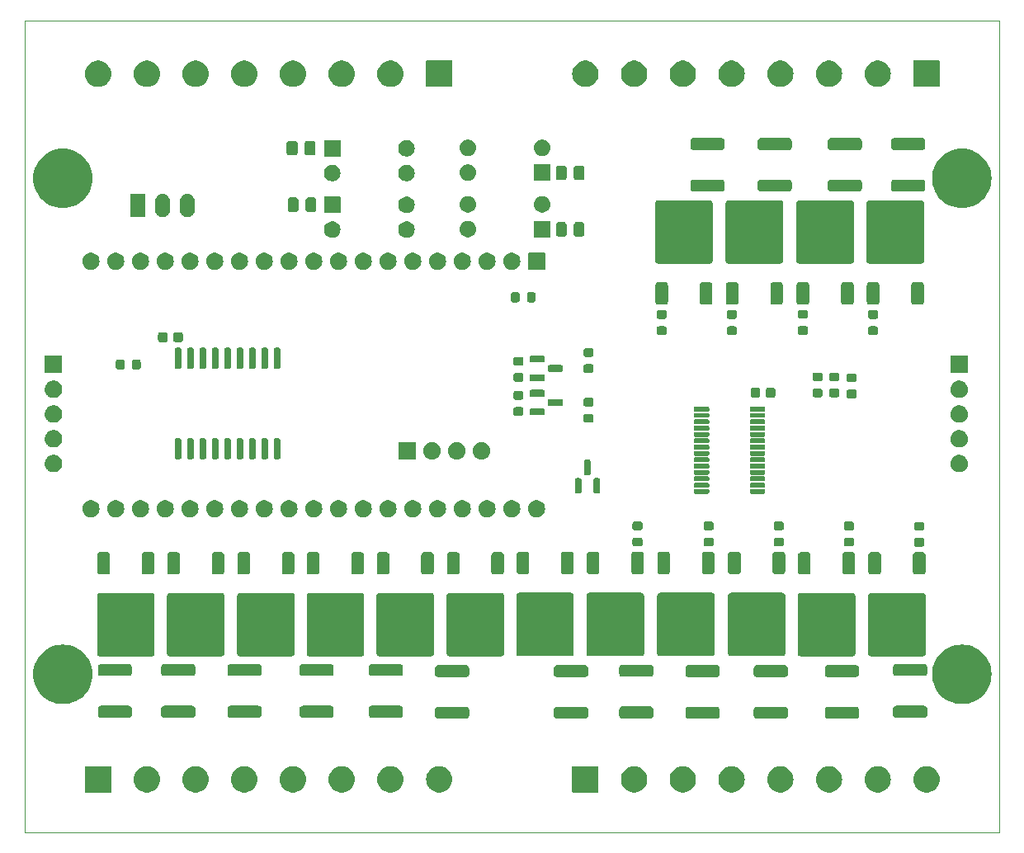
<source format=gbr>
%TF.GenerationSoftware,KiCad,Pcbnew,8.0.0*%
%TF.CreationDate,2024-08-18T21:11:00+02:00*%
%TF.ProjectId,led_stairs_controller,6c65645f-7374-4616-9972-735f636f6e74,V0.3*%
%TF.SameCoordinates,Original*%
%TF.FileFunction,Soldermask,Top*%
%TF.FilePolarity,Negative*%
%FSLAX46Y46*%
G04 Gerber Fmt 4.6, Leading zero omitted, Abs format (unit mm)*
G04 Created by KiCad (PCBNEW 8.0.0) date 2024-08-18 21:11:00*
%MOMM*%
%LPD*%
G01*
G04 APERTURE LIST*
%TA.AperFunction,Profile*%
%ADD10C,0.120000*%
%TD*%
G04 APERTURE END LIST*
G36*
X109994517Y-132232882D02*
G01*
X110011062Y-132243938D01*
X110022118Y-132260483D01*
X110026000Y-132280000D01*
X110026000Y-134880000D01*
X110022118Y-134899517D01*
X110011062Y-134916062D01*
X109994517Y-134927118D01*
X109975000Y-134931000D01*
X107375000Y-134931000D01*
X107355483Y-134927118D01*
X107338938Y-134916062D01*
X107327882Y-134899517D01*
X107324000Y-134880000D01*
X107324000Y-132280000D01*
X107327882Y-132260483D01*
X107338938Y-132243938D01*
X107355483Y-132232882D01*
X107375000Y-132229000D01*
X109975000Y-132229000D01*
X109994517Y-132232882D01*
G37*
G36*
X159994517Y-132232882D02*
G01*
X160011062Y-132243938D01*
X160022118Y-132260483D01*
X160026000Y-132280000D01*
X160026000Y-134880000D01*
X160022118Y-134899517D01*
X160011062Y-134916062D01*
X159994517Y-134927118D01*
X159975000Y-134931000D01*
X157375000Y-134931000D01*
X157355483Y-134927118D01*
X157338938Y-134916062D01*
X157327882Y-134899517D01*
X157324000Y-134880000D01*
X157324000Y-132280000D01*
X157327882Y-132260483D01*
X157338938Y-132243938D01*
X157355483Y-132232882D01*
X157375000Y-132229000D01*
X159975000Y-132229000D01*
X159994517Y-132232882D01*
G37*
G36*
X114006651Y-132270340D02*
G01*
X114217691Y-132342790D01*
X114413927Y-132448988D01*
X114590007Y-132586037D01*
X114741129Y-132750199D01*
X114863169Y-132936995D01*
X114952799Y-133141331D01*
X115007574Y-133357633D01*
X115026000Y-133580000D01*
X115007574Y-133802367D01*
X114952799Y-134018669D01*
X114863169Y-134223005D01*
X114741129Y-134409801D01*
X114590007Y-134573963D01*
X114413927Y-134711012D01*
X114217691Y-134817210D01*
X114006651Y-134889660D01*
X113786565Y-134926386D01*
X113563435Y-134926386D01*
X113343349Y-134889660D01*
X113132309Y-134817210D01*
X112936073Y-134711012D01*
X112759993Y-134573963D01*
X112608871Y-134409801D01*
X112486831Y-134223005D01*
X112397201Y-134018669D01*
X112342426Y-133802367D01*
X112324000Y-133580000D01*
X112342426Y-133357633D01*
X112397201Y-133141331D01*
X112486831Y-132936995D01*
X112608871Y-132750199D01*
X112759993Y-132586037D01*
X112936073Y-132448988D01*
X113132309Y-132342790D01*
X113343349Y-132270340D01*
X113563435Y-132233614D01*
X113786565Y-132233614D01*
X114006651Y-132270340D01*
G37*
G36*
X119006651Y-132270340D02*
G01*
X119217691Y-132342790D01*
X119413927Y-132448988D01*
X119590007Y-132586037D01*
X119741129Y-132750199D01*
X119863169Y-132936995D01*
X119952799Y-133141331D01*
X120007574Y-133357633D01*
X120026000Y-133580000D01*
X120007574Y-133802367D01*
X119952799Y-134018669D01*
X119863169Y-134223005D01*
X119741129Y-134409801D01*
X119590007Y-134573963D01*
X119413927Y-134711012D01*
X119217691Y-134817210D01*
X119006651Y-134889660D01*
X118786565Y-134926386D01*
X118563435Y-134926386D01*
X118343349Y-134889660D01*
X118132309Y-134817210D01*
X117936073Y-134711012D01*
X117759993Y-134573963D01*
X117608871Y-134409801D01*
X117486831Y-134223005D01*
X117397201Y-134018669D01*
X117342426Y-133802367D01*
X117324000Y-133580000D01*
X117342426Y-133357633D01*
X117397201Y-133141331D01*
X117486831Y-132936995D01*
X117608871Y-132750199D01*
X117759993Y-132586037D01*
X117936073Y-132448988D01*
X118132309Y-132342790D01*
X118343349Y-132270340D01*
X118563435Y-132233614D01*
X118786565Y-132233614D01*
X119006651Y-132270340D01*
G37*
G36*
X124006651Y-132270340D02*
G01*
X124217691Y-132342790D01*
X124413927Y-132448988D01*
X124590007Y-132586037D01*
X124741129Y-132750199D01*
X124863169Y-132936995D01*
X124952799Y-133141331D01*
X125007574Y-133357633D01*
X125026000Y-133580000D01*
X125007574Y-133802367D01*
X124952799Y-134018669D01*
X124863169Y-134223005D01*
X124741129Y-134409801D01*
X124590007Y-134573963D01*
X124413927Y-134711012D01*
X124217691Y-134817210D01*
X124006651Y-134889660D01*
X123786565Y-134926386D01*
X123563435Y-134926386D01*
X123343349Y-134889660D01*
X123132309Y-134817210D01*
X122936073Y-134711012D01*
X122759993Y-134573963D01*
X122608871Y-134409801D01*
X122486831Y-134223005D01*
X122397201Y-134018669D01*
X122342426Y-133802367D01*
X122324000Y-133580000D01*
X122342426Y-133357633D01*
X122397201Y-133141331D01*
X122486831Y-132936995D01*
X122608871Y-132750199D01*
X122759993Y-132586037D01*
X122936073Y-132448988D01*
X123132309Y-132342790D01*
X123343349Y-132270340D01*
X123563435Y-132233614D01*
X123786565Y-132233614D01*
X124006651Y-132270340D01*
G37*
G36*
X129006651Y-132270340D02*
G01*
X129217691Y-132342790D01*
X129413927Y-132448988D01*
X129590007Y-132586037D01*
X129741129Y-132750199D01*
X129863169Y-132936995D01*
X129952799Y-133141331D01*
X130007574Y-133357633D01*
X130026000Y-133580000D01*
X130007574Y-133802367D01*
X129952799Y-134018669D01*
X129863169Y-134223005D01*
X129741129Y-134409801D01*
X129590007Y-134573963D01*
X129413927Y-134711012D01*
X129217691Y-134817210D01*
X129006651Y-134889660D01*
X128786565Y-134926386D01*
X128563435Y-134926386D01*
X128343349Y-134889660D01*
X128132309Y-134817210D01*
X127936073Y-134711012D01*
X127759993Y-134573963D01*
X127608871Y-134409801D01*
X127486831Y-134223005D01*
X127397201Y-134018669D01*
X127342426Y-133802367D01*
X127324000Y-133580000D01*
X127342426Y-133357633D01*
X127397201Y-133141331D01*
X127486831Y-132936995D01*
X127608871Y-132750199D01*
X127759993Y-132586037D01*
X127936073Y-132448988D01*
X128132309Y-132342790D01*
X128343349Y-132270340D01*
X128563435Y-132233614D01*
X128786565Y-132233614D01*
X129006651Y-132270340D01*
G37*
G36*
X134006651Y-132270340D02*
G01*
X134217691Y-132342790D01*
X134413927Y-132448988D01*
X134590007Y-132586037D01*
X134741129Y-132750199D01*
X134863169Y-132936995D01*
X134952799Y-133141331D01*
X135007574Y-133357633D01*
X135026000Y-133580000D01*
X135007574Y-133802367D01*
X134952799Y-134018669D01*
X134863169Y-134223005D01*
X134741129Y-134409801D01*
X134590007Y-134573963D01*
X134413927Y-134711012D01*
X134217691Y-134817210D01*
X134006651Y-134889660D01*
X133786565Y-134926386D01*
X133563435Y-134926386D01*
X133343349Y-134889660D01*
X133132309Y-134817210D01*
X132936073Y-134711012D01*
X132759993Y-134573963D01*
X132608871Y-134409801D01*
X132486831Y-134223005D01*
X132397201Y-134018669D01*
X132342426Y-133802367D01*
X132324000Y-133580000D01*
X132342426Y-133357633D01*
X132397201Y-133141331D01*
X132486831Y-132936995D01*
X132608871Y-132750199D01*
X132759993Y-132586037D01*
X132936073Y-132448988D01*
X133132309Y-132342790D01*
X133343349Y-132270340D01*
X133563435Y-132233614D01*
X133786565Y-132233614D01*
X134006651Y-132270340D01*
G37*
G36*
X139006651Y-132270340D02*
G01*
X139217691Y-132342790D01*
X139413927Y-132448988D01*
X139590007Y-132586037D01*
X139741129Y-132750199D01*
X139863169Y-132936995D01*
X139952799Y-133141331D01*
X140007574Y-133357633D01*
X140026000Y-133580000D01*
X140007574Y-133802367D01*
X139952799Y-134018669D01*
X139863169Y-134223005D01*
X139741129Y-134409801D01*
X139590007Y-134573963D01*
X139413927Y-134711012D01*
X139217691Y-134817210D01*
X139006651Y-134889660D01*
X138786565Y-134926386D01*
X138563435Y-134926386D01*
X138343349Y-134889660D01*
X138132309Y-134817210D01*
X137936073Y-134711012D01*
X137759993Y-134573963D01*
X137608871Y-134409801D01*
X137486831Y-134223005D01*
X137397201Y-134018669D01*
X137342426Y-133802367D01*
X137324000Y-133580000D01*
X137342426Y-133357633D01*
X137397201Y-133141331D01*
X137486831Y-132936995D01*
X137608871Y-132750199D01*
X137759993Y-132586037D01*
X137936073Y-132448988D01*
X138132309Y-132342790D01*
X138343349Y-132270340D01*
X138563435Y-132233614D01*
X138786565Y-132233614D01*
X139006651Y-132270340D01*
G37*
G36*
X144006651Y-132270340D02*
G01*
X144217691Y-132342790D01*
X144413927Y-132448988D01*
X144590007Y-132586037D01*
X144741129Y-132750199D01*
X144863169Y-132936995D01*
X144952799Y-133141331D01*
X145007574Y-133357633D01*
X145026000Y-133580000D01*
X145007574Y-133802367D01*
X144952799Y-134018669D01*
X144863169Y-134223005D01*
X144741129Y-134409801D01*
X144590007Y-134573963D01*
X144413927Y-134711012D01*
X144217691Y-134817210D01*
X144006651Y-134889660D01*
X143786565Y-134926386D01*
X143563435Y-134926386D01*
X143343349Y-134889660D01*
X143132309Y-134817210D01*
X142936073Y-134711012D01*
X142759993Y-134573963D01*
X142608871Y-134409801D01*
X142486831Y-134223005D01*
X142397201Y-134018669D01*
X142342426Y-133802367D01*
X142324000Y-133580000D01*
X142342426Y-133357633D01*
X142397201Y-133141331D01*
X142486831Y-132936995D01*
X142608871Y-132750199D01*
X142759993Y-132586037D01*
X142936073Y-132448988D01*
X143132309Y-132342790D01*
X143343349Y-132270340D01*
X143563435Y-132233614D01*
X143786565Y-132233614D01*
X144006651Y-132270340D01*
G37*
G36*
X164006651Y-132270340D02*
G01*
X164217691Y-132342790D01*
X164413927Y-132448988D01*
X164590007Y-132586037D01*
X164741129Y-132750199D01*
X164863169Y-132936995D01*
X164952799Y-133141331D01*
X165007574Y-133357633D01*
X165026000Y-133580000D01*
X165007574Y-133802367D01*
X164952799Y-134018669D01*
X164863169Y-134223005D01*
X164741129Y-134409801D01*
X164590007Y-134573963D01*
X164413927Y-134711012D01*
X164217691Y-134817210D01*
X164006651Y-134889660D01*
X163786565Y-134926386D01*
X163563435Y-134926386D01*
X163343349Y-134889660D01*
X163132309Y-134817210D01*
X162936073Y-134711012D01*
X162759993Y-134573963D01*
X162608871Y-134409801D01*
X162486831Y-134223005D01*
X162397201Y-134018669D01*
X162342426Y-133802367D01*
X162324000Y-133580000D01*
X162342426Y-133357633D01*
X162397201Y-133141331D01*
X162486831Y-132936995D01*
X162608871Y-132750199D01*
X162759993Y-132586037D01*
X162936073Y-132448988D01*
X163132309Y-132342790D01*
X163343349Y-132270340D01*
X163563435Y-132233614D01*
X163786565Y-132233614D01*
X164006651Y-132270340D01*
G37*
G36*
X169006651Y-132270340D02*
G01*
X169217691Y-132342790D01*
X169413927Y-132448988D01*
X169590007Y-132586037D01*
X169741129Y-132750199D01*
X169863169Y-132936995D01*
X169952799Y-133141331D01*
X170007574Y-133357633D01*
X170026000Y-133580000D01*
X170007574Y-133802367D01*
X169952799Y-134018669D01*
X169863169Y-134223005D01*
X169741129Y-134409801D01*
X169590007Y-134573963D01*
X169413927Y-134711012D01*
X169217691Y-134817210D01*
X169006651Y-134889660D01*
X168786565Y-134926386D01*
X168563435Y-134926386D01*
X168343349Y-134889660D01*
X168132309Y-134817210D01*
X167936073Y-134711012D01*
X167759993Y-134573963D01*
X167608871Y-134409801D01*
X167486831Y-134223005D01*
X167397201Y-134018669D01*
X167342426Y-133802367D01*
X167324000Y-133580000D01*
X167342426Y-133357633D01*
X167397201Y-133141331D01*
X167486831Y-132936995D01*
X167608871Y-132750199D01*
X167759993Y-132586037D01*
X167936073Y-132448988D01*
X168132309Y-132342790D01*
X168343349Y-132270340D01*
X168563435Y-132233614D01*
X168786565Y-132233614D01*
X169006651Y-132270340D01*
G37*
G36*
X174006651Y-132270340D02*
G01*
X174217691Y-132342790D01*
X174413927Y-132448988D01*
X174590007Y-132586037D01*
X174741129Y-132750199D01*
X174863169Y-132936995D01*
X174952799Y-133141331D01*
X175007574Y-133357633D01*
X175026000Y-133580000D01*
X175007574Y-133802367D01*
X174952799Y-134018669D01*
X174863169Y-134223005D01*
X174741129Y-134409801D01*
X174590007Y-134573963D01*
X174413927Y-134711012D01*
X174217691Y-134817210D01*
X174006651Y-134889660D01*
X173786565Y-134926386D01*
X173563435Y-134926386D01*
X173343349Y-134889660D01*
X173132309Y-134817210D01*
X172936073Y-134711012D01*
X172759993Y-134573963D01*
X172608871Y-134409801D01*
X172486831Y-134223005D01*
X172397201Y-134018669D01*
X172342426Y-133802367D01*
X172324000Y-133580000D01*
X172342426Y-133357633D01*
X172397201Y-133141331D01*
X172486831Y-132936995D01*
X172608871Y-132750199D01*
X172759993Y-132586037D01*
X172936073Y-132448988D01*
X173132309Y-132342790D01*
X173343349Y-132270340D01*
X173563435Y-132233614D01*
X173786565Y-132233614D01*
X174006651Y-132270340D01*
G37*
G36*
X179006651Y-132270340D02*
G01*
X179217691Y-132342790D01*
X179413927Y-132448988D01*
X179590007Y-132586037D01*
X179741129Y-132750199D01*
X179863169Y-132936995D01*
X179952799Y-133141331D01*
X180007574Y-133357633D01*
X180026000Y-133580000D01*
X180007574Y-133802367D01*
X179952799Y-134018669D01*
X179863169Y-134223005D01*
X179741129Y-134409801D01*
X179590007Y-134573963D01*
X179413927Y-134711012D01*
X179217691Y-134817210D01*
X179006651Y-134889660D01*
X178786565Y-134926386D01*
X178563435Y-134926386D01*
X178343349Y-134889660D01*
X178132309Y-134817210D01*
X177936073Y-134711012D01*
X177759993Y-134573963D01*
X177608871Y-134409801D01*
X177486831Y-134223005D01*
X177397201Y-134018669D01*
X177342426Y-133802367D01*
X177324000Y-133580000D01*
X177342426Y-133357633D01*
X177397201Y-133141331D01*
X177486831Y-132936995D01*
X177608871Y-132750199D01*
X177759993Y-132586037D01*
X177936073Y-132448988D01*
X178132309Y-132342790D01*
X178343349Y-132270340D01*
X178563435Y-132233614D01*
X178786565Y-132233614D01*
X179006651Y-132270340D01*
G37*
G36*
X184006651Y-132270340D02*
G01*
X184217691Y-132342790D01*
X184413927Y-132448988D01*
X184590007Y-132586037D01*
X184741129Y-132750199D01*
X184863169Y-132936995D01*
X184952799Y-133141331D01*
X185007574Y-133357633D01*
X185026000Y-133580000D01*
X185007574Y-133802367D01*
X184952799Y-134018669D01*
X184863169Y-134223005D01*
X184741129Y-134409801D01*
X184590007Y-134573963D01*
X184413927Y-134711012D01*
X184217691Y-134817210D01*
X184006651Y-134889660D01*
X183786565Y-134926386D01*
X183563435Y-134926386D01*
X183343349Y-134889660D01*
X183132309Y-134817210D01*
X182936073Y-134711012D01*
X182759993Y-134573963D01*
X182608871Y-134409801D01*
X182486831Y-134223005D01*
X182397201Y-134018669D01*
X182342426Y-133802367D01*
X182324000Y-133580000D01*
X182342426Y-133357633D01*
X182397201Y-133141331D01*
X182486831Y-132936995D01*
X182608871Y-132750199D01*
X182759993Y-132586037D01*
X182936073Y-132448988D01*
X183132309Y-132342790D01*
X183343349Y-132270340D01*
X183563435Y-132233614D01*
X183786565Y-132233614D01*
X184006651Y-132270340D01*
G37*
G36*
X189006651Y-132270340D02*
G01*
X189217691Y-132342790D01*
X189413927Y-132448988D01*
X189590007Y-132586037D01*
X189741129Y-132750199D01*
X189863169Y-132936995D01*
X189952799Y-133141331D01*
X190007574Y-133357633D01*
X190026000Y-133580000D01*
X190007574Y-133802367D01*
X189952799Y-134018669D01*
X189863169Y-134223005D01*
X189741129Y-134409801D01*
X189590007Y-134573963D01*
X189413927Y-134711012D01*
X189217691Y-134817210D01*
X189006651Y-134889660D01*
X188786565Y-134926386D01*
X188563435Y-134926386D01*
X188343349Y-134889660D01*
X188132309Y-134817210D01*
X187936073Y-134711012D01*
X187759993Y-134573963D01*
X187608871Y-134409801D01*
X187486831Y-134223005D01*
X187397201Y-134018669D01*
X187342426Y-133802367D01*
X187324000Y-133580000D01*
X187342426Y-133357633D01*
X187397201Y-133141331D01*
X187486831Y-132936995D01*
X187608871Y-132750199D01*
X187759993Y-132586037D01*
X187936073Y-132448988D01*
X188132309Y-132342790D01*
X188343349Y-132270340D01*
X188563435Y-132233614D01*
X188786565Y-132233614D01*
X189006651Y-132270340D01*
G37*
G36*
X194006651Y-132270340D02*
G01*
X194217691Y-132342790D01*
X194413927Y-132448988D01*
X194590007Y-132586037D01*
X194741129Y-132750199D01*
X194863169Y-132936995D01*
X194952799Y-133141331D01*
X195007574Y-133357633D01*
X195026000Y-133580000D01*
X195007574Y-133802367D01*
X194952799Y-134018669D01*
X194863169Y-134223005D01*
X194741129Y-134409801D01*
X194590007Y-134573963D01*
X194413927Y-134711012D01*
X194217691Y-134817210D01*
X194006651Y-134889660D01*
X193786565Y-134926386D01*
X193563435Y-134926386D01*
X193343349Y-134889660D01*
X193132309Y-134817210D01*
X192936073Y-134711012D01*
X192759993Y-134573963D01*
X192608871Y-134409801D01*
X192486831Y-134223005D01*
X192397201Y-134018669D01*
X192342426Y-133802367D01*
X192324000Y-133580000D01*
X192342426Y-133357633D01*
X192397201Y-133141331D01*
X192486831Y-132936995D01*
X192608871Y-132750199D01*
X192759993Y-132586037D01*
X192936073Y-132448988D01*
X193132309Y-132342790D01*
X193343349Y-132270340D01*
X193563435Y-132233614D01*
X193786565Y-132233614D01*
X194006651Y-132270340D01*
G37*
G36*
X146518914Y-126131995D02*
G01*
X146527612Y-126135835D01*
X146535212Y-126136943D01*
X146582718Y-126160167D01*
X146620106Y-126176676D01*
X146623567Y-126180137D01*
X146624501Y-126180594D01*
X146694405Y-126250498D01*
X146694861Y-126251431D01*
X146698324Y-126254894D01*
X146714836Y-126292291D01*
X146738056Y-126339787D01*
X146739162Y-126347384D01*
X146743005Y-126356086D01*
X146751000Y-126425000D01*
X146751000Y-127050000D01*
X146743005Y-127118914D01*
X146739162Y-127127615D01*
X146738056Y-127135212D01*
X146714841Y-127182697D01*
X146698324Y-127220106D01*
X146694860Y-127223569D01*
X146694405Y-127224501D01*
X146624501Y-127294405D01*
X146623569Y-127294860D01*
X146620106Y-127298324D01*
X146582697Y-127314841D01*
X146535212Y-127338056D01*
X146527615Y-127339162D01*
X146518914Y-127343005D01*
X146450000Y-127351000D01*
X143550000Y-127351000D01*
X143481086Y-127343005D01*
X143472384Y-127339162D01*
X143464787Y-127338056D01*
X143417291Y-127314836D01*
X143379894Y-127298324D01*
X143376431Y-127294861D01*
X143375498Y-127294405D01*
X143305594Y-127224501D01*
X143305137Y-127223567D01*
X143301676Y-127220106D01*
X143285167Y-127182718D01*
X143261943Y-127135212D01*
X143260835Y-127127612D01*
X143256995Y-127118914D01*
X143249000Y-127050000D01*
X143249000Y-126425000D01*
X143256995Y-126356086D01*
X143260835Y-126347387D01*
X143261943Y-126339787D01*
X143285172Y-126292270D01*
X143301676Y-126254894D01*
X143305136Y-126251433D01*
X143305594Y-126250498D01*
X143375498Y-126180594D01*
X143376433Y-126180136D01*
X143379894Y-126176676D01*
X143417270Y-126160172D01*
X143464787Y-126136943D01*
X143472387Y-126135835D01*
X143481086Y-126131995D01*
X143550000Y-126124000D01*
X146450000Y-126124000D01*
X146518914Y-126131995D01*
G37*
G36*
X158718914Y-126131995D02*
G01*
X158727612Y-126135835D01*
X158735212Y-126136943D01*
X158782718Y-126160167D01*
X158820106Y-126176676D01*
X158823567Y-126180137D01*
X158824501Y-126180594D01*
X158894405Y-126250498D01*
X158894861Y-126251431D01*
X158898324Y-126254894D01*
X158914836Y-126292291D01*
X158938056Y-126339787D01*
X158939162Y-126347384D01*
X158943005Y-126356086D01*
X158951000Y-126425000D01*
X158951000Y-127050000D01*
X158943005Y-127118914D01*
X158939162Y-127127615D01*
X158938056Y-127135212D01*
X158914841Y-127182697D01*
X158898324Y-127220106D01*
X158894860Y-127223569D01*
X158894405Y-127224501D01*
X158824501Y-127294405D01*
X158823569Y-127294860D01*
X158820106Y-127298324D01*
X158782697Y-127314841D01*
X158735212Y-127338056D01*
X158727615Y-127339162D01*
X158718914Y-127343005D01*
X158650000Y-127351000D01*
X155750000Y-127351000D01*
X155681086Y-127343005D01*
X155672384Y-127339162D01*
X155664787Y-127338056D01*
X155617291Y-127314836D01*
X155579894Y-127298324D01*
X155576431Y-127294861D01*
X155575498Y-127294405D01*
X155505594Y-127224501D01*
X155505137Y-127223567D01*
X155501676Y-127220106D01*
X155485167Y-127182718D01*
X155461943Y-127135212D01*
X155460835Y-127127612D01*
X155456995Y-127118914D01*
X155449000Y-127050000D01*
X155449000Y-126425000D01*
X155456995Y-126356086D01*
X155460835Y-126347387D01*
X155461943Y-126339787D01*
X155485172Y-126292270D01*
X155501676Y-126254894D01*
X155505136Y-126251433D01*
X155505594Y-126250498D01*
X155575498Y-126180594D01*
X155576433Y-126180136D01*
X155579894Y-126176676D01*
X155617270Y-126160172D01*
X155664787Y-126136943D01*
X155672387Y-126135835D01*
X155681086Y-126131995D01*
X155750000Y-126124000D01*
X158650000Y-126124000D01*
X158718914Y-126131995D01*
G37*
G36*
X172218914Y-126131995D02*
G01*
X172227612Y-126135835D01*
X172235212Y-126136943D01*
X172282718Y-126160167D01*
X172320106Y-126176676D01*
X172323567Y-126180137D01*
X172324501Y-126180594D01*
X172394405Y-126250498D01*
X172394861Y-126251431D01*
X172398324Y-126254894D01*
X172414836Y-126292291D01*
X172438056Y-126339787D01*
X172439162Y-126347384D01*
X172443005Y-126356086D01*
X172451000Y-126425000D01*
X172451000Y-127050000D01*
X172443005Y-127118914D01*
X172439162Y-127127615D01*
X172438056Y-127135212D01*
X172414841Y-127182697D01*
X172398324Y-127220106D01*
X172394860Y-127223569D01*
X172394405Y-127224501D01*
X172324501Y-127294405D01*
X172323569Y-127294860D01*
X172320106Y-127298324D01*
X172282697Y-127314841D01*
X172235212Y-127338056D01*
X172227615Y-127339162D01*
X172218914Y-127343005D01*
X172150000Y-127351000D01*
X169250000Y-127351000D01*
X169181086Y-127343005D01*
X169172384Y-127339162D01*
X169164787Y-127338056D01*
X169117291Y-127314836D01*
X169079894Y-127298324D01*
X169076431Y-127294861D01*
X169075498Y-127294405D01*
X169005594Y-127224501D01*
X169005137Y-127223567D01*
X169001676Y-127220106D01*
X168985167Y-127182718D01*
X168961943Y-127135212D01*
X168960835Y-127127612D01*
X168956995Y-127118914D01*
X168949000Y-127050000D01*
X168949000Y-126425000D01*
X168956995Y-126356086D01*
X168960835Y-126347387D01*
X168961943Y-126339787D01*
X168985172Y-126292270D01*
X169001676Y-126254894D01*
X169005136Y-126251433D01*
X169005594Y-126250498D01*
X169075498Y-126180594D01*
X169076433Y-126180136D01*
X169079894Y-126176676D01*
X169117270Y-126160172D01*
X169164787Y-126136943D01*
X169172387Y-126135835D01*
X169181086Y-126131995D01*
X169250000Y-126124000D01*
X172150000Y-126124000D01*
X172218914Y-126131995D01*
G37*
G36*
X179218914Y-126131995D02*
G01*
X179227612Y-126135835D01*
X179235212Y-126136943D01*
X179282718Y-126160167D01*
X179320106Y-126176676D01*
X179323567Y-126180137D01*
X179324501Y-126180594D01*
X179394405Y-126250498D01*
X179394861Y-126251431D01*
X179398324Y-126254894D01*
X179414836Y-126292291D01*
X179438056Y-126339787D01*
X179439162Y-126347384D01*
X179443005Y-126356086D01*
X179451000Y-126425000D01*
X179451000Y-127050000D01*
X179443005Y-127118914D01*
X179439162Y-127127615D01*
X179438056Y-127135212D01*
X179414841Y-127182697D01*
X179398324Y-127220106D01*
X179394860Y-127223569D01*
X179394405Y-127224501D01*
X179324501Y-127294405D01*
X179323569Y-127294860D01*
X179320106Y-127298324D01*
X179282697Y-127314841D01*
X179235212Y-127338056D01*
X179227615Y-127339162D01*
X179218914Y-127343005D01*
X179150000Y-127351000D01*
X176250000Y-127351000D01*
X176181086Y-127343005D01*
X176172384Y-127339162D01*
X176164787Y-127338056D01*
X176117291Y-127314836D01*
X176079894Y-127298324D01*
X176076431Y-127294861D01*
X176075498Y-127294405D01*
X176005594Y-127224501D01*
X176005137Y-127223567D01*
X176001676Y-127220106D01*
X175985167Y-127182718D01*
X175961943Y-127135212D01*
X175960835Y-127127612D01*
X175956995Y-127118914D01*
X175949000Y-127050000D01*
X175949000Y-126425000D01*
X175956995Y-126356086D01*
X175960835Y-126347387D01*
X175961943Y-126339787D01*
X175985172Y-126292270D01*
X176001676Y-126254894D01*
X176005136Y-126251433D01*
X176005594Y-126250498D01*
X176075498Y-126180594D01*
X176076433Y-126180136D01*
X176079894Y-126176676D01*
X176117270Y-126160172D01*
X176164787Y-126136943D01*
X176172387Y-126135835D01*
X176181086Y-126131995D01*
X176250000Y-126124000D01*
X179150000Y-126124000D01*
X179218914Y-126131995D01*
G37*
G36*
X186518914Y-126131995D02*
G01*
X186527612Y-126135835D01*
X186535212Y-126136943D01*
X186582718Y-126160167D01*
X186620106Y-126176676D01*
X186623567Y-126180137D01*
X186624501Y-126180594D01*
X186694405Y-126250498D01*
X186694861Y-126251431D01*
X186698324Y-126254894D01*
X186714836Y-126292291D01*
X186738056Y-126339787D01*
X186739162Y-126347384D01*
X186743005Y-126356086D01*
X186751000Y-126425000D01*
X186751000Y-127050000D01*
X186743005Y-127118914D01*
X186739162Y-127127615D01*
X186738056Y-127135212D01*
X186714841Y-127182697D01*
X186698324Y-127220106D01*
X186694860Y-127223569D01*
X186694405Y-127224501D01*
X186624501Y-127294405D01*
X186623569Y-127294860D01*
X186620106Y-127298324D01*
X186582697Y-127314841D01*
X186535212Y-127338056D01*
X186527615Y-127339162D01*
X186518914Y-127343005D01*
X186450000Y-127351000D01*
X183550000Y-127351000D01*
X183481086Y-127343005D01*
X183472384Y-127339162D01*
X183464787Y-127338056D01*
X183417291Y-127314836D01*
X183379894Y-127298324D01*
X183376431Y-127294861D01*
X183375498Y-127294405D01*
X183305594Y-127224501D01*
X183305137Y-127223567D01*
X183301676Y-127220106D01*
X183285167Y-127182718D01*
X183261943Y-127135212D01*
X183260835Y-127127612D01*
X183256995Y-127118914D01*
X183249000Y-127050000D01*
X183249000Y-126425000D01*
X183256995Y-126356086D01*
X183260835Y-126347387D01*
X183261943Y-126339787D01*
X183285172Y-126292270D01*
X183301676Y-126254894D01*
X183305136Y-126251433D01*
X183305594Y-126250498D01*
X183375498Y-126180594D01*
X183376433Y-126180136D01*
X183379894Y-126176676D01*
X183417270Y-126160172D01*
X183464787Y-126136943D01*
X183472387Y-126135835D01*
X183481086Y-126131995D01*
X183550000Y-126124000D01*
X186450000Y-126124000D01*
X186518914Y-126131995D01*
G37*
G36*
X165418914Y-126094495D02*
G01*
X165427612Y-126098335D01*
X165435212Y-126099443D01*
X165482718Y-126122667D01*
X165520106Y-126139176D01*
X165523567Y-126142637D01*
X165524501Y-126143094D01*
X165594405Y-126212998D01*
X165594861Y-126213931D01*
X165598324Y-126217394D01*
X165614836Y-126254791D01*
X165638056Y-126302287D01*
X165639162Y-126309884D01*
X165643005Y-126318586D01*
X165651000Y-126387500D01*
X165651000Y-127012500D01*
X165643005Y-127081414D01*
X165639162Y-127090115D01*
X165638056Y-127097712D01*
X165614841Y-127145197D01*
X165598324Y-127182606D01*
X165594860Y-127186069D01*
X165594405Y-127187001D01*
X165524501Y-127256905D01*
X165523569Y-127257360D01*
X165520106Y-127260824D01*
X165482697Y-127277341D01*
X165435212Y-127300556D01*
X165427615Y-127301662D01*
X165418914Y-127305505D01*
X165350000Y-127313500D01*
X162450000Y-127313500D01*
X162381086Y-127305505D01*
X162372384Y-127301662D01*
X162364787Y-127300556D01*
X162317291Y-127277336D01*
X162279894Y-127260824D01*
X162276431Y-127257361D01*
X162275498Y-127256905D01*
X162205594Y-127187001D01*
X162205137Y-127186067D01*
X162201676Y-127182606D01*
X162185167Y-127145218D01*
X162161943Y-127097712D01*
X162160835Y-127090112D01*
X162156995Y-127081414D01*
X162149000Y-127012500D01*
X162149000Y-126387500D01*
X162156995Y-126318586D01*
X162160835Y-126309887D01*
X162161943Y-126302287D01*
X162185172Y-126254770D01*
X162201676Y-126217394D01*
X162205136Y-126213933D01*
X162205594Y-126212998D01*
X162275498Y-126143094D01*
X162276433Y-126142636D01*
X162279894Y-126139176D01*
X162317270Y-126122672D01*
X162364787Y-126099443D01*
X162372387Y-126098335D01*
X162381086Y-126094495D01*
X162450000Y-126086500D01*
X165350000Y-126086500D01*
X165418914Y-126094495D01*
G37*
G36*
X111918914Y-126031995D02*
G01*
X111927612Y-126035835D01*
X111935212Y-126036943D01*
X111982718Y-126060167D01*
X112020106Y-126076676D01*
X112023567Y-126080137D01*
X112024501Y-126080594D01*
X112094405Y-126150498D01*
X112094861Y-126151431D01*
X112098324Y-126154894D01*
X112114836Y-126192291D01*
X112138056Y-126239787D01*
X112139162Y-126247384D01*
X112143005Y-126256086D01*
X112151000Y-126325000D01*
X112151000Y-126950000D01*
X112143005Y-127018914D01*
X112139162Y-127027615D01*
X112138056Y-127035212D01*
X112114841Y-127082697D01*
X112098324Y-127120106D01*
X112094860Y-127123569D01*
X112094405Y-127124501D01*
X112024501Y-127194405D01*
X112023569Y-127194860D01*
X112020106Y-127198324D01*
X111982697Y-127214841D01*
X111935212Y-127238056D01*
X111927615Y-127239162D01*
X111918914Y-127243005D01*
X111850000Y-127251000D01*
X108950000Y-127251000D01*
X108881086Y-127243005D01*
X108872384Y-127239162D01*
X108864787Y-127238056D01*
X108817291Y-127214836D01*
X108779894Y-127198324D01*
X108776431Y-127194861D01*
X108775498Y-127194405D01*
X108705594Y-127124501D01*
X108705137Y-127123567D01*
X108701676Y-127120106D01*
X108685167Y-127082718D01*
X108661943Y-127035212D01*
X108660835Y-127027612D01*
X108656995Y-127018914D01*
X108649000Y-126950000D01*
X108649000Y-126325000D01*
X108656995Y-126256086D01*
X108660835Y-126247387D01*
X108661943Y-126239787D01*
X108685172Y-126192270D01*
X108701676Y-126154894D01*
X108705136Y-126151433D01*
X108705594Y-126150498D01*
X108775498Y-126080594D01*
X108776433Y-126080136D01*
X108779894Y-126076676D01*
X108817270Y-126060172D01*
X108864787Y-126036943D01*
X108872387Y-126035835D01*
X108881086Y-126031995D01*
X108950000Y-126024000D01*
X111850000Y-126024000D01*
X111918914Y-126031995D01*
G37*
G36*
X118418914Y-126031995D02*
G01*
X118427612Y-126035835D01*
X118435212Y-126036943D01*
X118482718Y-126060167D01*
X118520106Y-126076676D01*
X118523567Y-126080137D01*
X118524501Y-126080594D01*
X118594405Y-126150498D01*
X118594861Y-126151431D01*
X118598324Y-126154894D01*
X118614836Y-126192291D01*
X118638056Y-126239787D01*
X118639162Y-126247384D01*
X118643005Y-126256086D01*
X118651000Y-126325000D01*
X118651000Y-126950000D01*
X118643005Y-127018914D01*
X118639162Y-127027615D01*
X118638056Y-127035212D01*
X118614841Y-127082697D01*
X118598324Y-127120106D01*
X118594860Y-127123569D01*
X118594405Y-127124501D01*
X118524501Y-127194405D01*
X118523569Y-127194860D01*
X118520106Y-127198324D01*
X118482697Y-127214841D01*
X118435212Y-127238056D01*
X118427615Y-127239162D01*
X118418914Y-127243005D01*
X118350000Y-127251000D01*
X115450000Y-127251000D01*
X115381086Y-127243005D01*
X115372384Y-127239162D01*
X115364787Y-127238056D01*
X115317291Y-127214836D01*
X115279894Y-127198324D01*
X115276431Y-127194861D01*
X115275498Y-127194405D01*
X115205594Y-127124501D01*
X115205137Y-127123567D01*
X115201676Y-127120106D01*
X115185167Y-127082718D01*
X115161943Y-127035212D01*
X115160835Y-127027612D01*
X115156995Y-127018914D01*
X115149000Y-126950000D01*
X115149000Y-126325000D01*
X115156995Y-126256086D01*
X115160835Y-126247387D01*
X115161943Y-126239787D01*
X115185172Y-126192270D01*
X115201676Y-126154894D01*
X115205136Y-126151433D01*
X115205594Y-126150498D01*
X115275498Y-126080594D01*
X115276433Y-126080136D01*
X115279894Y-126076676D01*
X115317270Y-126060172D01*
X115364787Y-126036943D01*
X115372387Y-126035835D01*
X115381086Y-126031995D01*
X115450000Y-126024000D01*
X118350000Y-126024000D01*
X118418914Y-126031995D01*
G37*
G36*
X125218914Y-126031995D02*
G01*
X125227612Y-126035835D01*
X125235212Y-126036943D01*
X125282718Y-126060167D01*
X125320106Y-126076676D01*
X125323567Y-126080137D01*
X125324501Y-126080594D01*
X125394405Y-126150498D01*
X125394861Y-126151431D01*
X125398324Y-126154894D01*
X125414836Y-126192291D01*
X125438056Y-126239787D01*
X125439162Y-126247384D01*
X125443005Y-126256086D01*
X125451000Y-126325000D01*
X125451000Y-126950000D01*
X125443005Y-127018914D01*
X125439162Y-127027615D01*
X125438056Y-127035212D01*
X125414841Y-127082697D01*
X125398324Y-127120106D01*
X125394860Y-127123569D01*
X125394405Y-127124501D01*
X125324501Y-127194405D01*
X125323569Y-127194860D01*
X125320106Y-127198324D01*
X125282697Y-127214841D01*
X125235212Y-127238056D01*
X125227615Y-127239162D01*
X125218914Y-127243005D01*
X125150000Y-127251000D01*
X122250000Y-127251000D01*
X122181086Y-127243005D01*
X122172384Y-127239162D01*
X122164787Y-127238056D01*
X122117291Y-127214836D01*
X122079894Y-127198324D01*
X122076431Y-127194861D01*
X122075498Y-127194405D01*
X122005594Y-127124501D01*
X122005137Y-127123567D01*
X122001676Y-127120106D01*
X121985167Y-127082718D01*
X121961943Y-127035212D01*
X121960835Y-127027612D01*
X121956995Y-127018914D01*
X121949000Y-126950000D01*
X121949000Y-126325000D01*
X121956995Y-126256086D01*
X121960835Y-126247387D01*
X121961943Y-126239787D01*
X121985172Y-126192270D01*
X122001676Y-126154894D01*
X122005136Y-126151433D01*
X122005594Y-126150498D01*
X122075498Y-126080594D01*
X122076433Y-126080136D01*
X122079894Y-126076676D01*
X122117270Y-126060172D01*
X122164787Y-126036943D01*
X122172387Y-126035835D01*
X122181086Y-126031995D01*
X122250000Y-126024000D01*
X125150000Y-126024000D01*
X125218914Y-126031995D01*
G37*
G36*
X132618914Y-126031995D02*
G01*
X132627612Y-126035835D01*
X132635212Y-126036943D01*
X132682718Y-126060167D01*
X132720106Y-126076676D01*
X132723567Y-126080137D01*
X132724501Y-126080594D01*
X132794405Y-126150498D01*
X132794861Y-126151431D01*
X132798324Y-126154894D01*
X132814836Y-126192291D01*
X132838056Y-126239787D01*
X132839162Y-126247384D01*
X132843005Y-126256086D01*
X132851000Y-126325000D01*
X132851000Y-126950000D01*
X132843005Y-127018914D01*
X132839162Y-127027615D01*
X132838056Y-127035212D01*
X132814841Y-127082697D01*
X132798324Y-127120106D01*
X132794860Y-127123569D01*
X132794405Y-127124501D01*
X132724501Y-127194405D01*
X132723569Y-127194860D01*
X132720106Y-127198324D01*
X132682697Y-127214841D01*
X132635212Y-127238056D01*
X132627615Y-127239162D01*
X132618914Y-127243005D01*
X132550000Y-127251000D01*
X129650000Y-127251000D01*
X129581086Y-127243005D01*
X129572384Y-127239162D01*
X129564787Y-127238056D01*
X129517291Y-127214836D01*
X129479894Y-127198324D01*
X129476431Y-127194861D01*
X129475498Y-127194405D01*
X129405594Y-127124501D01*
X129405137Y-127123567D01*
X129401676Y-127120106D01*
X129385167Y-127082718D01*
X129361943Y-127035212D01*
X129360835Y-127027612D01*
X129356995Y-127018914D01*
X129349000Y-126950000D01*
X129349000Y-126325000D01*
X129356995Y-126256086D01*
X129360835Y-126247387D01*
X129361943Y-126239787D01*
X129385172Y-126192270D01*
X129401676Y-126154894D01*
X129405136Y-126151433D01*
X129405594Y-126150498D01*
X129475498Y-126080594D01*
X129476433Y-126080136D01*
X129479894Y-126076676D01*
X129517270Y-126060172D01*
X129564787Y-126036943D01*
X129572387Y-126035835D01*
X129581086Y-126031995D01*
X129650000Y-126024000D01*
X132550000Y-126024000D01*
X132618914Y-126031995D01*
G37*
G36*
X139718914Y-126031995D02*
G01*
X139727612Y-126035835D01*
X139735212Y-126036943D01*
X139782718Y-126060167D01*
X139820106Y-126076676D01*
X139823567Y-126080137D01*
X139824501Y-126080594D01*
X139894405Y-126150498D01*
X139894861Y-126151431D01*
X139898324Y-126154894D01*
X139914836Y-126192291D01*
X139938056Y-126239787D01*
X139939162Y-126247384D01*
X139943005Y-126256086D01*
X139951000Y-126325000D01*
X139951000Y-126950000D01*
X139943005Y-127018914D01*
X139939162Y-127027615D01*
X139938056Y-127035212D01*
X139914841Y-127082697D01*
X139898324Y-127120106D01*
X139894860Y-127123569D01*
X139894405Y-127124501D01*
X139824501Y-127194405D01*
X139823569Y-127194860D01*
X139820106Y-127198324D01*
X139782697Y-127214841D01*
X139735212Y-127238056D01*
X139727615Y-127239162D01*
X139718914Y-127243005D01*
X139650000Y-127251000D01*
X136750000Y-127251000D01*
X136681086Y-127243005D01*
X136672384Y-127239162D01*
X136664787Y-127238056D01*
X136617291Y-127214836D01*
X136579894Y-127198324D01*
X136576431Y-127194861D01*
X136575498Y-127194405D01*
X136505594Y-127124501D01*
X136505137Y-127123567D01*
X136501676Y-127120106D01*
X136485167Y-127082718D01*
X136461943Y-127035212D01*
X136460835Y-127027612D01*
X136456995Y-127018914D01*
X136449000Y-126950000D01*
X136449000Y-126325000D01*
X136456995Y-126256086D01*
X136460835Y-126247387D01*
X136461943Y-126239787D01*
X136485172Y-126192270D01*
X136501676Y-126154894D01*
X136505136Y-126151433D01*
X136505594Y-126150498D01*
X136575498Y-126080594D01*
X136576433Y-126080136D01*
X136579894Y-126076676D01*
X136617270Y-126060172D01*
X136664787Y-126036943D01*
X136672387Y-126035835D01*
X136681086Y-126031995D01*
X136750000Y-126024000D01*
X139650000Y-126024000D01*
X139718914Y-126031995D01*
G37*
G36*
X193518914Y-126031995D02*
G01*
X193527612Y-126035835D01*
X193535212Y-126036943D01*
X193582718Y-126060167D01*
X193620106Y-126076676D01*
X193623567Y-126080137D01*
X193624501Y-126080594D01*
X193694405Y-126150498D01*
X193694861Y-126151431D01*
X193698324Y-126154894D01*
X193714836Y-126192291D01*
X193738056Y-126239787D01*
X193739162Y-126247384D01*
X193743005Y-126256086D01*
X193751000Y-126325000D01*
X193751000Y-126950000D01*
X193743005Y-127018914D01*
X193739162Y-127027615D01*
X193738056Y-127035212D01*
X193714841Y-127082697D01*
X193698324Y-127120106D01*
X193694860Y-127123569D01*
X193694405Y-127124501D01*
X193624501Y-127194405D01*
X193623569Y-127194860D01*
X193620106Y-127198324D01*
X193582697Y-127214841D01*
X193535212Y-127238056D01*
X193527615Y-127239162D01*
X193518914Y-127243005D01*
X193450000Y-127251000D01*
X190550000Y-127251000D01*
X190481086Y-127243005D01*
X190472384Y-127239162D01*
X190464787Y-127238056D01*
X190417291Y-127214836D01*
X190379894Y-127198324D01*
X190376431Y-127194861D01*
X190375498Y-127194405D01*
X190305594Y-127124501D01*
X190305137Y-127123567D01*
X190301676Y-127120106D01*
X190285167Y-127082718D01*
X190261943Y-127035212D01*
X190260835Y-127027612D01*
X190256995Y-127018914D01*
X190249000Y-126950000D01*
X190249000Y-126325000D01*
X190256995Y-126256086D01*
X190260835Y-126247387D01*
X190261943Y-126239787D01*
X190285172Y-126192270D01*
X190301676Y-126154894D01*
X190305136Y-126151433D01*
X190305594Y-126150498D01*
X190375498Y-126080594D01*
X190376433Y-126080136D01*
X190379894Y-126076676D01*
X190417270Y-126060172D01*
X190464787Y-126036943D01*
X190472387Y-126035835D01*
X190481086Y-126031995D01*
X190550000Y-126024000D01*
X193450000Y-126024000D01*
X193518914Y-126031995D01*
G37*
G36*
X105391604Y-119768184D02*
G01*
X105728911Y-119825495D01*
X106057681Y-119920212D01*
X106373779Y-120051144D01*
X106673230Y-120216644D01*
X106952267Y-120414632D01*
X107207383Y-120642617D01*
X107435368Y-120897733D01*
X107633356Y-121176770D01*
X107798856Y-121476221D01*
X107929788Y-121792319D01*
X108024505Y-122121089D01*
X108081816Y-122458396D01*
X108101000Y-122800000D01*
X108081816Y-123141604D01*
X108024505Y-123478911D01*
X107929788Y-123807681D01*
X107798856Y-124123779D01*
X107633356Y-124423230D01*
X107435368Y-124702267D01*
X107207383Y-124957383D01*
X106952267Y-125185368D01*
X106673230Y-125383356D01*
X106373779Y-125548856D01*
X106057681Y-125679788D01*
X105728911Y-125774505D01*
X105391604Y-125831816D01*
X105050000Y-125851000D01*
X104708396Y-125831816D01*
X104371089Y-125774505D01*
X104042319Y-125679788D01*
X103726221Y-125548856D01*
X103426770Y-125383356D01*
X103147733Y-125185368D01*
X102892617Y-124957383D01*
X102664632Y-124702267D01*
X102466644Y-124423230D01*
X102301144Y-124123779D01*
X102170212Y-123807681D01*
X102075495Y-123478911D01*
X102018184Y-123141604D01*
X101999000Y-122800000D01*
X102018184Y-122458396D01*
X102075495Y-122121089D01*
X102170212Y-121792319D01*
X102301144Y-121476221D01*
X102466644Y-121176770D01*
X102664632Y-120897733D01*
X102892617Y-120642617D01*
X103147733Y-120414632D01*
X103426770Y-120216644D01*
X103726221Y-120051144D01*
X104042319Y-119920212D01*
X104371089Y-119825495D01*
X104708396Y-119768184D01*
X105050000Y-119749000D01*
X105391604Y-119768184D01*
G37*
G36*
X197641604Y-119768184D02*
G01*
X197978911Y-119825495D01*
X198307681Y-119920212D01*
X198623779Y-120051144D01*
X198923230Y-120216644D01*
X199202267Y-120414632D01*
X199457383Y-120642617D01*
X199685368Y-120897733D01*
X199883356Y-121176770D01*
X200048856Y-121476221D01*
X200179788Y-121792319D01*
X200274505Y-122121089D01*
X200331816Y-122458396D01*
X200351000Y-122800000D01*
X200331816Y-123141604D01*
X200274505Y-123478911D01*
X200179788Y-123807681D01*
X200048856Y-124123779D01*
X199883356Y-124423230D01*
X199685368Y-124702267D01*
X199457383Y-124957383D01*
X199202267Y-125185368D01*
X198923230Y-125383356D01*
X198623779Y-125548856D01*
X198307681Y-125679788D01*
X197978911Y-125774505D01*
X197641604Y-125831816D01*
X197300000Y-125851000D01*
X196958396Y-125831816D01*
X196621089Y-125774505D01*
X196292319Y-125679788D01*
X195976221Y-125548856D01*
X195676770Y-125383356D01*
X195397733Y-125185368D01*
X195142617Y-124957383D01*
X194914632Y-124702267D01*
X194716644Y-124423230D01*
X194551144Y-124123779D01*
X194420212Y-123807681D01*
X194325495Y-123478911D01*
X194268184Y-123141604D01*
X194249000Y-122800000D01*
X194268184Y-122458396D01*
X194325495Y-122121089D01*
X194420212Y-121792319D01*
X194551144Y-121476221D01*
X194716644Y-121176770D01*
X194914632Y-120897733D01*
X195142617Y-120642617D01*
X195397733Y-120414632D01*
X195676770Y-120216644D01*
X195976221Y-120051144D01*
X196292319Y-119920212D01*
X196621089Y-119825495D01*
X196958396Y-119768184D01*
X197300000Y-119749000D01*
X197641604Y-119768184D01*
G37*
G36*
X146518914Y-121856995D02*
G01*
X146527612Y-121860835D01*
X146535212Y-121861943D01*
X146582718Y-121885167D01*
X146620106Y-121901676D01*
X146623567Y-121905137D01*
X146624501Y-121905594D01*
X146694405Y-121975498D01*
X146694861Y-121976431D01*
X146698324Y-121979894D01*
X146714836Y-122017291D01*
X146738056Y-122064787D01*
X146739162Y-122072384D01*
X146743005Y-122081086D01*
X146751000Y-122150000D01*
X146751000Y-122775000D01*
X146743005Y-122843914D01*
X146739162Y-122852615D01*
X146738056Y-122860212D01*
X146714841Y-122907697D01*
X146698324Y-122945106D01*
X146694860Y-122948569D01*
X146694405Y-122949501D01*
X146624501Y-123019405D01*
X146623569Y-123019860D01*
X146620106Y-123023324D01*
X146582697Y-123039841D01*
X146535212Y-123063056D01*
X146527615Y-123064162D01*
X146518914Y-123068005D01*
X146450000Y-123076000D01*
X143550000Y-123076000D01*
X143481086Y-123068005D01*
X143472384Y-123064162D01*
X143464787Y-123063056D01*
X143417291Y-123039836D01*
X143379894Y-123023324D01*
X143376431Y-123019861D01*
X143375498Y-123019405D01*
X143305594Y-122949501D01*
X143305137Y-122948567D01*
X143301676Y-122945106D01*
X143285167Y-122907718D01*
X143261943Y-122860212D01*
X143260835Y-122852612D01*
X143256995Y-122843914D01*
X143249000Y-122775000D01*
X143249000Y-122150000D01*
X143256995Y-122081086D01*
X143260835Y-122072387D01*
X143261943Y-122064787D01*
X143285172Y-122017270D01*
X143301676Y-121979894D01*
X143305136Y-121976433D01*
X143305594Y-121975498D01*
X143375498Y-121905594D01*
X143376433Y-121905136D01*
X143379894Y-121901676D01*
X143417270Y-121885172D01*
X143464787Y-121861943D01*
X143472387Y-121860835D01*
X143481086Y-121856995D01*
X143550000Y-121849000D01*
X146450000Y-121849000D01*
X146518914Y-121856995D01*
G37*
G36*
X158718914Y-121856995D02*
G01*
X158727612Y-121860835D01*
X158735212Y-121861943D01*
X158782718Y-121885167D01*
X158820106Y-121901676D01*
X158823567Y-121905137D01*
X158824501Y-121905594D01*
X158894405Y-121975498D01*
X158894861Y-121976431D01*
X158898324Y-121979894D01*
X158914836Y-122017291D01*
X158938056Y-122064787D01*
X158939162Y-122072384D01*
X158943005Y-122081086D01*
X158951000Y-122150000D01*
X158951000Y-122775000D01*
X158943005Y-122843914D01*
X158939162Y-122852615D01*
X158938056Y-122860212D01*
X158914841Y-122907697D01*
X158898324Y-122945106D01*
X158894860Y-122948569D01*
X158894405Y-122949501D01*
X158824501Y-123019405D01*
X158823569Y-123019860D01*
X158820106Y-123023324D01*
X158782697Y-123039841D01*
X158735212Y-123063056D01*
X158727615Y-123064162D01*
X158718914Y-123068005D01*
X158650000Y-123076000D01*
X155750000Y-123076000D01*
X155681086Y-123068005D01*
X155672384Y-123064162D01*
X155664787Y-123063056D01*
X155617291Y-123039836D01*
X155579894Y-123023324D01*
X155576431Y-123019861D01*
X155575498Y-123019405D01*
X155505594Y-122949501D01*
X155505137Y-122948567D01*
X155501676Y-122945106D01*
X155485167Y-122907718D01*
X155461943Y-122860212D01*
X155460835Y-122852612D01*
X155456995Y-122843914D01*
X155449000Y-122775000D01*
X155449000Y-122150000D01*
X155456995Y-122081086D01*
X155460835Y-122072387D01*
X155461943Y-122064787D01*
X155485172Y-122017270D01*
X155501676Y-121979894D01*
X155505136Y-121976433D01*
X155505594Y-121975498D01*
X155575498Y-121905594D01*
X155576433Y-121905136D01*
X155579894Y-121901676D01*
X155617270Y-121885172D01*
X155664787Y-121861943D01*
X155672387Y-121860835D01*
X155681086Y-121856995D01*
X155750000Y-121849000D01*
X158650000Y-121849000D01*
X158718914Y-121856995D01*
G37*
G36*
X172218914Y-121856995D02*
G01*
X172227612Y-121860835D01*
X172235212Y-121861943D01*
X172282718Y-121885167D01*
X172320106Y-121901676D01*
X172323567Y-121905137D01*
X172324501Y-121905594D01*
X172394405Y-121975498D01*
X172394861Y-121976431D01*
X172398324Y-121979894D01*
X172414836Y-122017291D01*
X172438056Y-122064787D01*
X172439162Y-122072384D01*
X172443005Y-122081086D01*
X172451000Y-122150000D01*
X172451000Y-122775000D01*
X172443005Y-122843914D01*
X172439162Y-122852615D01*
X172438056Y-122860212D01*
X172414841Y-122907697D01*
X172398324Y-122945106D01*
X172394860Y-122948569D01*
X172394405Y-122949501D01*
X172324501Y-123019405D01*
X172323569Y-123019860D01*
X172320106Y-123023324D01*
X172282697Y-123039841D01*
X172235212Y-123063056D01*
X172227615Y-123064162D01*
X172218914Y-123068005D01*
X172150000Y-123076000D01*
X169250000Y-123076000D01*
X169181086Y-123068005D01*
X169172384Y-123064162D01*
X169164787Y-123063056D01*
X169117291Y-123039836D01*
X169079894Y-123023324D01*
X169076431Y-123019861D01*
X169075498Y-123019405D01*
X169005594Y-122949501D01*
X169005137Y-122948567D01*
X169001676Y-122945106D01*
X168985167Y-122907718D01*
X168961943Y-122860212D01*
X168960835Y-122852612D01*
X168956995Y-122843914D01*
X168949000Y-122775000D01*
X168949000Y-122150000D01*
X168956995Y-122081086D01*
X168960835Y-122072387D01*
X168961943Y-122064787D01*
X168985172Y-122017270D01*
X169001676Y-121979894D01*
X169005136Y-121976433D01*
X169005594Y-121975498D01*
X169075498Y-121905594D01*
X169076433Y-121905136D01*
X169079894Y-121901676D01*
X169117270Y-121885172D01*
X169164787Y-121861943D01*
X169172387Y-121860835D01*
X169181086Y-121856995D01*
X169250000Y-121849000D01*
X172150000Y-121849000D01*
X172218914Y-121856995D01*
G37*
G36*
X179218914Y-121856995D02*
G01*
X179227612Y-121860835D01*
X179235212Y-121861943D01*
X179282718Y-121885167D01*
X179320106Y-121901676D01*
X179323567Y-121905137D01*
X179324501Y-121905594D01*
X179394405Y-121975498D01*
X179394861Y-121976431D01*
X179398324Y-121979894D01*
X179414836Y-122017291D01*
X179438056Y-122064787D01*
X179439162Y-122072384D01*
X179443005Y-122081086D01*
X179451000Y-122150000D01*
X179451000Y-122775000D01*
X179443005Y-122843914D01*
X179439162Y-122852615D01*
X179438056Y-122860212D01*
X179414841Y-122907697D01*
X179398324Y-122945106D01*
X179394860Y-122948569D01*
X179394405Y-122949501D01*
X179324501Y-123019405D01*
X179323569Y-123019860D01*
X179320106Y-123023324D01*
X179282697Y-123039841D01*
X179235212Y-123063056D01*
X179227615Y-123064162D01*
X179218914Y-123068005D01*
X179150000Y-123076000D01*
X176250000Y-123076000D01*
X176181086Y-123068005D01*
X176172384Y-123064162D01*
X176164787Y-123063056D01*
X176117291Y-123039836D01*
X176079894Y-123023324D01*
X176076431Y-123019861D01*
X176075498Y-123019405D01*
X176005594Y-122949501D01*
X176005137Y-122948567D01*
X176001676Y-122945106D01*
X175985167Y-122907718D01*
X175961943Y-122860212D01*
X175960835Y-122852612D01*
X175956995Y-122843914D01*
X175949000Y-122775000D01*
X175949000Y-122150000D01*
X175956995Y-122081086D01*
X175960835Y-122072387D01*
X175961943Y-122064787D01*
X175985172Y-122017270D01*
X176001676Y-121979894D01*
X176005136Y-121976433D01*
X176005594Y-121975498D01*
X176075498Y-121905594D01*
X176076433Y-121905136D01*
X176079894Y-121901676D01*
X176117270Y-121885172D01*
X176164787Y-121861943D01*
X176172387Y-121860835D01*
X176181086Y-121856995D01*
X176250000Y-121849000D01*
X179150000Y-121849000D01*
X179218914Y-121856995D01*
G37*
G36*
X186518914Y-121856995D02*
G01*
X186527612Y-121860835D01*
X186535212Y-121861943D01*
X186582718Y-121885167D01*
X186620106Y-121901676D01*
X186623567Y-121905137D01*
X186624501Y-121905594D01*
X186694405Y-121975498D01*
X186694861Y-121976431D01*
X186698324Y-121979894D01*
X186714836Y-122017291D01*
X186738056Y-122064787D01*
X186739162Y-122072384D01*
X186743005Y-122081086D01*
X186751000Y-122150000D01*
X186751000Y-122775000D01*
X186743005Y-122843914D01*
X186739162Y-122852615D01*
X186738056Y-122860212D01*
X186714841Y-122907697D01*
X186698324Y-122945106D01*
X186694860Y-122948569D01*
X186694405Y-122949501D01*
X186624501Y-123019405D01*
X186623569Y-123019860D01*
X186620106Y-123023324D01*
X186582697Y-123039841D01*
X186535212Y-123063056D01*
X186527615Y-123064162D01*
X186518914Y-123068005D01*
X186450000Y-123076000D01*
X183550000Y-123076000D01*
X183481086Y-123068005D01*
X183472384Y-123064162D01*
X183464787Y-123063056D01*
X183417291Y-123039836D01*
X183379894Y-123023324D01*
X183376431Y-123019861D01*
X183375498Y-123019405D01*
X183305594Y-122949501D01*
X183305137Y-122948567D01*
X183301676Y-122945106D01*
X183285167Y-122907718D01*
X183261943Y-122860212D01*
X183260835Y-122852612D01*
X183256995Y-122843914D01*
X183249000Y-122775000D01*
X183249000Y-122150000D01*
X183256995Y-122081086D01*
X183260835Y-122072387D01*
X183261943Y-122064787D01*
X183285172Y-122017270D01*
X183301676Y-121979894D01*
X183305136Y-121976433D01*
X183305594Y-121975498D01*
X183375498Y-121905594D01*
X183376433Y-121905136D01*
X183379894Y-121901676D01*
X183417270Y-121885172D01*
X183464787Y-121861943D01*
X183472387Y-121860835D01*
X183481086Y-121856995D01*
X183550000Y-121849000D01*
X186450000Y-121849000D01*
X186518914Y-121856995D01*
G37*
G36*
X165418914Y-121819495D02*
G01*
X165427612Y-121823335D01*
X165435212Y-121824443D01*
X165482718Y-121847667D01*
X165520106Y-121864176D01*
X165523567Y-121867637D01*
X165524501Y-121868094D01*
X165594405Y-121937998D01*
X165594861Y-121938931D01*
X165598324Y-121942394D01*
X165614836Y-121979791D01*
X165638056Y-122027287D01*
X165639162Y-122034884D01*
X165643005Y-122043586D01*
X165651000Y-122112500D01*
X165651000Y-122737500D01*
X165643005Y-122806414D01*
X165639162Y-122815115D01*
X165638056Y-122822712D01*
X165614841Y-122870197D01*
X165598324Y-122907606D01*
X165594860Y-122911069D01*
X165594405Y-122912001D01*
X165524501Y-122981905D01*
X165523569Y-122982360D01*
X165520106Y-122985824D01*
X165482697Y-123002341D01*
X165435212Y-123025556D01*
X165427615Y-123026662D01*
X165418914Y-123030505D01*
X165350000Y-123038500D01*
X162450000Y-123038500D01*
X162381086Y-123030505D01*
X162372384Y-123026662D01*
X162364787Y-123025556D01*
X162317291Y-123002336D01*
X162279894Y-122985824D01*
X162276431Y-122982361D01*
X162275498Y-122981905D01*
X162205594Y-122912001D01*
X162205137Y-122911067D01*
X162201676Y-122907606D01*
X162185167Y-122870218D01*
X162161943Y-122822712D01*
X162160835Y-122815112D01*
X162156995Y-122806414D01*
X162149000Y-122737500D01*
X162149000Y-122112500D01*
X162156995Y-122043586D01*
X162160835Y-122034887D01*
X162161943Y-122027287D01*
X162185172Y-121979770D01*
X162201676Y-121942394D01*
X162205136Y-121938933D01*
X162205594Y-121937998D01*
X162275498Y-121868094D01*
X162276433Y-121867636D01*
X162279894Y-121864176D01*
X162317270Y-121847672D01*
X162364787Y-121824443D01*
X162372387Y-121823335D01*
X162381086Y-121819495D01*
X162450000Y-121811500D01*
X165350000Y-121811500D01*
X165418914Y-121819495D01*
G37*
G36*
X111918914Y-121756995D02*
G01*
X111927612Y-121760835D01*
X111935212Y-121761943D01*
X111982718Y-121785167D01*
X112020106Y-121801676D01*
X112023567Y-121805137D01*
X112024501Y-121805594D01*
X112094405Y-121875498D01*
X112094861Y-121876431D01*
X112098324Y-121879894D01*
X112114836Y-121917291D01*
X112138056Y-121964787D01*
X112139162Y-121972384D01*
X112143005Y-121981086D01*
X112151000Y-122050000D01*
X112151000Y-122675000D01*
X112143005Y-122743914D01*
X112139162Y-122752615D01*
X112138056Y-122760212D01*
X112114841Y-122807697D01*
X112098324Y-122845106D01*
X112094860Y-122848569D01*
X112094405Y-122849501D01*
X112024501Y-122919405D01*
X112023569Y-122919860D01*
X112020106Y-122923324D01*
X111982697Y-122939841D01*
X111935212Y-122963056D01*
X111927615Y-122964162D01*
X111918914Y-122968005D01*
X111850000Y-122976000D01*
X108950000Y-122976000D01*
X108881086Y-122968005D01*
X108872384Y-122964162D01*
X108864787Y-122963056D01*
X108817291Y-122939836D01*
X108779894Y-122923324D01*
X108776431Y-122919861D01*
X108775498Y-122919405D01*
X108705594Y-122849501D01*
X108705137Y-122848567D01*
X108701676Y-122845106D01*
X108685167Y-122807718D01*
X108661943Y-122760212D01*
X108660835Y-122752612D01*
X108656995Y-122743914D01*
X108649000Y-122675000D01*
X108649000Y-122050000D01*
X108656995Y-121981086D01*
X108660835Y-121972387D01*
X108661943Y-121964787D01*
X108685172Y-121917270D01*
X108701676Y-121879894D01*
X108705136Y-121876433D01*
X108705594Y-121875498D01*
X108775498Y-121805594D01*
X108776433Y-121805136D01*
X108779894Y-121801676D01*
X108817270Y-121785172D01*
X108864787Y-121761943D01*
X108872387Y-121760835D01*
X108881086Y-121756995D01*
X108950000Y-121749000D01*
X111850000Y-121749000D01*
X111918914Y-121756995D01*
G37*
G36*
X118418914Y-121756995D02*
G01*
X118427612Y-121760835D01*
X118435212Y-121761943D01*
X118482718Y-121785167D01*
X118520106Y-121801676D01*
X118523567Y-121805137D01*
X118524501Y-121805594D01*
X118594405Y-121875498D01*
X118594861Y-121876431D01*
X118598324Y-121879894D01*
X118614836Y-121917291D01*
X118638056Y-121964787D01*
X118639162Y-121972384D01*
X118643005Y-121981086D01*
X118651000Y-122050000D01*
X118651000Y-122675000D01*
X118643005Y-122743914D01*
X118639162Y-122752615D01*
X118638056Y-122760212D01*
X118614841Y-122807697D01*
X118598324Y-122845106D01*
X118594860Y-122848569D01*
X118594405Y-122849501D01*
X118524501Y-122919405D01*
X118523569Y-122919860D01*
X118520106Y-122923324D01*
X118482697Y-122939841D01*
X118435212Y-122963056D01*
X118427615Y-122964162D01*
X118418914Y-122968005D01*
X118350000Y-122976000D01*
X115450000Y-122976000D01*
X115381086Y-122968005D01*
X115372384Y-122964162D01*
X115364787Y-122963056D01*
X115317291Y-122939836D01*
X115279894Y-122923324D01*
X115276431Y-122919861D01*
X115275498Y-122919405D01*
X115205594Y-122849501D01*
X115205137Y-122848567D01*
X115201676Y-122845106D01*
X115185167Y-122807718D01*
X115161943Y-122760212D01*
X115160835Y-122752612D01*
X115156995Y-122743914D01*
X115149000Y-122675000D01*
X115149000Y-122050000D01*
X115156995Y-121981086D01*
X115160835Y-121972387D01*
X115161943Y-121964787D01*
X115185172Y-121917270D01*
X115201676Y-121879894D01*
X115205136Y-121876433D01*
X115205594Y-121875498D01*
X115275498Y-121805594D01*
X115276433Y-121805136D01*
X115279894Y-121801676D01*
X115317270Y-121785172D01*
X115364787Y-121761943D01*
X115372387Y-121760835D01*
X115381086Y-121756995D01*
X115450000Y-121749000D01*
X118350000Y-121749000D01*
X118418914Y-121756995D01*
G37*
G36*
X125218914Y-121756995D02*
G01*
X125227612Y-121760835D01*
X125235212Y-121761943D01*
X125282718Y-121785167D01*
X125320106Y-121801676D01*
X125323567Y-121805137D01*
X125324501Y-121805594D01*
X125394405Y-121875498D01*
X125394861Y-121876431D01*
X125398324Y-121879894D01*
X125414836Y-121917291D01*
X125438056Y-121964787D01*
X125439162Y-121972384D01*
X125443005Y-121981086D01*
X125451000Y-122050000D01*
X125451000Y-122675000D01*
X125443005Y-122743914D01*
X125439162Y-122752615D01*
X125438056Y-122760212D01*
X125414841Y-122807697D01*
X125398324Y-122845106D01*
X125394860Y-122848569D01*
X125394405Y-122849501D01*
X125324501Y-122919405D01*
X125323569Y-122919860D01*
X125320106Y-122923324D01*
X125282697Y-122939841D01*
X125235212Y-122963056D01*
X125227615Y-122964162D01*
X125218914Y-122968005D01*
X125150000Y-122976000D01*
X122250000Y-122976000D01*
X122181086Y-122968005D01*
X122172384Y-122964162D01*
X122164787Y-122963056D01*
X122117291Y-122939836D01*
X122079894Y-122923324D01*
X122076431Y-122919861D01*
X122075498Y-122919405D01*
X122005594Y-122849501D01*
X122005137Y-122848567D01*
X122001676Y-122845106D01*
X121985167Y-122807718D01*
X121961943Y-122760212D01*
X121960835Y-122752612D01*
X121956995Y-122743914D01*
X121949000Y-122675000D01*
X121949000Y-122050000D01*
X121956995Y-121981086D01*
X121960835Y-121972387D01*
X121961943Y-121964787D01*
X121985172Y-121917270D01*
X122001676Y-121879894D01*
X122005136Y-121876433D01*
X122005594Y-121875498D01*
X122075498Y-121805594D01*
X122076433Y-121805136D01*
X122079894Y-121801676D01*
X122117270Y-121785172D01*
X122164787Y-121761943D01*
X122172387Y-121760835D01*
X122181086Y-121756995D01*
X122250000Y-121749000D01*
X125150000Y-121749000D01*
X125218914Y-121756995D01*
G37*
G36*
X132618914Y-121756995D02*
G01*
X132627612Y-121760835D01*
X132635212Y-121761943D01*
X132682718Y-121785167D01*
X132720106Y-121801676D01*
X132723567Y-121805137D01*
X132724501Y-121805594D01*
X132794405Y-121875498D01*
X132794861Y-121876431D01*
X132798324Y-121879894D01*
X132814836Y-121917291D01*
X132838056Y-121964787D01*
X132839162Y-121972384D01*
X132843005Y-121981086D01*
X132851000Y-122050000D01*
X132851000Y-122675000D01*
X132843005Y-122743914D01*
X132839162Y-122752615D01*
X132838056Y-122760212D01*
X132814841Y-122807697D01*
X132798324Y-122845106D01*
X132794860Y-122848569D01*
X132794405Y-122849501D01*
X132724501Y-122919405D01*
X132723569Y-122919860D01*
X132720106Y-122923324D01*
X132682697Y-122939841D01*
X132635212Y-122963056D01*
X132627615Y-122964162D01*
X132618914Y-122968005D01*
X132550000Y-122976000D01*
X129650000Y-122976000D01*
X129581086Y-122968005D01*
X129572384Y-122964162D01*
X129564787Y-122963056D01*
X129517291Y-122939836D01*
X129479894Y-122923324D01*
X129476431Y-122919861D01*
X129475498Y-122919405D01*
X129405594Y-122849501D01*
X129405137Y-122848567D01*
X129401676Y-122845106D01*
X129385167Y-122807718D01*
X129361943Y-122760212D01*
X129360835Y-122752612D01*
X129356995Y-122743914D01*
X129349000Y-122675000D01*
X129349000Y-122050000D01*
X129356995Y-121981086D01*
X129360835Y-121972387D01*
X129361943Y-121964787D01*
X129385172Y-121917270D01*
X129401676Y-121879894D01*
X129405136Y-121876433D01*
X129405594Y-121875498D01*
X129475498Y-121805594D01*
X129476433Y-121805136D01*
X129479894Y-121801676D01*
X129517270Y-121785172D01*
X129564787Y-121761943D01*
X129572387Y-121760835D01*
X129581086Y-121756995D01*
X129650000Y-121749000D01*
X132550000Y-121749000D01*
X132618914Y-121756995D01*
G37*
G36*
X139718914Y-121756995D02*
G01*
X139727612Y-121760835D01*
X139735212Y-121761943D01*
X139782718Y-121785167D01*
X139820106Y-121801676D01*
X139823567Y-121805137D01*
X139824501Y-121805594D01*
X139894405Y-121875498D01*
X139894861Y-121876431D01*
X139898324Y-121879894D01*
X139914836Y-121917291D01*
X139938056Y-121964787D01*
X139939162Y-121972384D01*
X139943005Y-121981086D01*
X139951000Y-122050000D01*
X139951000Y-122675000D01*
X139943005Y-122743914D01*
X139939162Y-122752615D01*
X139938056Y-122760212D01*
X139914841Y-122807697D01*
X139898324Y-122845106D01*
X139894860Y-122848569D01*
X139894405Y-122849501D01*
X139824501Y-122919405D01*
X139823569Y-122919860D01*
X139820106Y-122923324D01*
X139782697Y-122939841D01*
X139735212Y-122963056D01*
X139727615Y-122964162D01*
X139718914Y-122968005D01*
X139650000Y-122976000D01*
X136750000Y-122976000D01*
X136681086Y-122968005D01*
X136672384Y-122964162D01*
X136664787Y-122963056D01*
X136617291Y-122939836D01*
X136579894Y-122923324D01*
X136576431Y-122919861D01*
X136575498Y-122919405D01*
X136505594Y-122849501D01*
X136505137Y-122848567D01*
X136501676Y-122845106D01*
X136485167Y-122807718D01*
X136461943Y-122760212D01*
X136460835Y-122752612D01*
X136456995Y-122743914D01*
X136449000Y-122675000D01*
X136449000Y-122050000D01*
X136456995Y-121981086D01*
X136460835Y-121972387D01*
X136461943Y-121964787D01*
X136485172Y-121917270D01*
X136501676Y-121879894D01*
X136505136Y-121876433D01*
X136505594Y-121875498D01*
X136575498Y-121805594D01*
X136576433Y-121805136D01*
X136579894Y-121801676D01*
X136617270Y-121785172D01*
X136664787Y-121761943D01*
X136672387Y-121760835D01*
X136681086Y-121756995D01*
X136750000Y-121749000D01*
X139650000Y-121749000D01*
X139718914Y-121756995D01*
G37*
G36*
X193518914Y-121756995D02*
G01*
X193527612Y-121760835D01*
X193535212Y-121761943D01*
X193582718Y-121785167D01*
X193620106Y-121801676D01*
X193623567Y-121805137D01*
X193624501Y-121805594D01*
X193694405Y-121875498D01*
X193694861Y-121876431D01*
X193698324Y-121879894D01*
X193714836Y-121917291D01*
X193738056Y-121964787D01*
X193739162Y-121972384D01*
X193743005Y-121981086D01*
X193751000Y-122050000D01*
X193751000Y-122675000D01*
X193743005Y-122743914D01*
X193739162Y-122752615D01*
X193738056Y-122760212D01*
X193714841Y-122807697D01*
X193698324Y-122845106D01*
X193694860Y-122848569D01*
X193694405Y-122849501D01*
X193624501Y-122919405D01*
X193623569Y-122919860D01*
X193620106Y-122923324D01*
X193582697Y-122939841D01*
X193535212Y-122963056D01*
X193527615Y-122964162D01*
X193518914Y-122968005D01*
X193450000Y-122976000D01*
X190550000Y-122976000D01*
X190481086Y-122968005D01*
X190472384Y-122964162D01*
X190464787Y-122963056D01*
X190417291Y-122939836D01*
X190379894Y-122923324D01*
X190376431Y-122919861D01*
X190375498Y-122919405D01*
X190305594Y-122849501D01*
X190305137Y-122848567D01*
X190301676Y-122845106D01*
X190285167Y-122807718D01*
X190261943Y-122760212D01*
X190260835Y-122752612D01*
X190256995Y-122743914D01*
X190249000Y-122675000D01*
X190249000Y-122050000D01*
X190256995Y-121981086D01*
X190260835Y-121972387D01*
X190261943Y-121964787D01*
X190285172Y-121917270D01*
X190301676Y-121879894D01*
X190305136Y-121876433D01*
X190305594Y-121875498D01*
X190375498Y-121805594D01*
X190376433Y-121805136D01*
X190379894Y-121801676D01*
X190417270Y-121785172D01*
X190464787Y-121761943D01*
X190472387Y-121760835D01*
X190481086Y-121756995D01*
X190550000Y-121749000D01*
X193450000Y-121749000D01*
X193518914Y-121756995D01*
G37*
G36*
X114238916Y-114456995D02*
G01*
X114247614Y-114460835D01*
X114255215Y-114461943D01*
X114302735Y-114485173D01*
X114340107Y-114501675D01*
X114343566Y-114505134D01*
X114344502Y-114505592D01*
X114414407Y-114575497D01*
X114414864Y-114576432D01*
X114418325Y-114579893D01*
X114434830Y-114617275D01*
X114458056Y-114664784D01*
X114459163Y-114672383D01*
X114463005Y-114681084D01*
X114470999Y-114749998D01*
X114470999Y-114753616D01*
X114471000Y-114753623D01*
X114471000Y-119749000D01*
X114471000Y-120650003D01*
X114463005Y-120718916D01*
X114459162Y-120727617D01*
X114458056Y-120735215D01*
X114434835Y-120782714D01*
X114418325Y-120820107D01*
X114414863Y-120823568D01*
X114414407Y-120824502D01*
X114344502Y-120894407D01*
X114343568Y-120894863D01*
X114340107Y-120898325D01*
X114302714Y-120914835D01*
X114255215Y-120938056D01*
X114247617Y-120939163D01*
X114238916Y-120943005D01*
X114170002Y-120950999D01*
X114166383Y-120950999D01*
X114166377Y-120951000D01*
X108873623Y-120951000D01*
X108873622Y-120950999D01*
X108869997Y-120951000D01*
X108801084Y-120943005D01*
X108792383Y-120939163D01*
X108784784Y-120938056D01*
X108737275Y-120914830D01*
X108699893Y-120898325D01*
X108696432Y-120894864D01*
X108695497Y-120894407D01*
X108625592Y-120824502D01*
X108625134Y-120823566D01*
X108621675Y-120820107D01*
X108605173Y-120782735D01*
X108581943Y-120735215D01*
X108580835Y-120727614D01*
X108576995Y-120718916D01*
X108569001Y-120650002D01*
X108569000Y-120646382D01*
X108569000Y-120646376D01*
X108569000Y-114753623D01*
X108569000Y-114753622D01*
X108569000Y-114749997D01*
X108576995Y-114681084D01*
X108580835Y-114672386D01*
X108581943Y-114664784D01*
X108605178Y-114617254D01*
X108621675Y-114579893D01*
X108625133Y-114576434D01*
X108625592Y-114575497D01*
X108695497Y-114505592D01*
X108696434Y-114505133D01*
X108699893Y-114501675D01*
X108737254Y-114485178D01*
X108784784Y-114461943D01*
X108792386Y-114460835D01*
X108801084Y-114456995D01*
X108869998Y-114449001D01*
X108873616Y-114449000D01*
X108873623Y-114449000D01*
X114166377Y-114449000D01*
X114170003Y-114449000D01*
X114238916Y-114456995D01*
G37*
G36*
X121418916Y-114456995D02*
G01*
X121427614Y-114460835D01*
X121435215Y-114461943D01*
X121482735Y-114485173D01*
X121520107Y-114501675D01*
X121523566Y-114505134D01*
X121524502Y-114505592D01*
X121594407Y-114575497D01*
X121594864Y-114576432D01*
X121598325Y-114579893D01*
X121614830Y-114617275D01*
X121638056Y-114664784D01*
X121639163Y-114672383D01*
X121643005Y-114681084D01*
X121650999Y-114749998D01*
X121650999Y-114753616D01*
X121651000Y-114753623D01*
X121651000Y-119749000D01*
X121651000Y-120650003D01*
X121643005Y-120718916D01*
X121639162Y-120727617D01*
X121638056Y-120735215D01*
X121614835Y-120782714D01*
X121598325Y-120820107D01*
X121594863Y-120823568D01*
X121594407Y-120824502D01*
X121524502Y-120894407D01*
X121523568Y-120894863D01*
X121520107Y-120898325D01*
X121482714Y-120914835D01*
X121435215Y-120938056D01*
X121427617Y-120939163D01*
X121418916Y-120943005D01*
X121350002Y-120950999D01*
X121346383Y-120950999D01*
X121346377Y-120951000D01*
X116053623Y-120951000D01*
X116053622Y-120950999D01*
X116049997Y-120951000D01*
X115981084Y-120943005D01*
X115972383Y-120939163D01*
X115964784Y-120938056D01*
X115917275Y-120914830D01*
X115879893Y-120898325D01*
X115876432Y-120894864D01*
X115875497Y-120894407D01*
X115805592Y-120824502D01*
X115805134Y-120823566D01*
X115801675Y-120820107D01*
X115785173Y-120782735D01*
X115761943Y-120735215D01*
X115760835Y-120727614D01*
X115756995Y-120718916D01*
X115749001Y-120650002D01*
X115749000Y-120646382D01*
X115749000Y-120646376D01*
X115749000Y-114753623D01*
X115749000Y-114753622D01*
X115749000Y-114749997D01*
X115756995Y-114681084D01*
X115760835Y-114672386D01*
X115761943Y-114664784D01*
X115785178Y-114617254D01*
X115801675Y-114579893D01*
X115805133Y-114576434D01*
X115805592Y-114575497D01*
X115875497Y-114505592D01*
X115876434Y-114505133D01*
X115879893Y-114501675D01*
X115917254Y-114485178D01*
X115964784Y-114461943D01*
X115972386Y-114460835D01*
X115981084Y-114456995D01*
X116049998Y-114449001D01*
X116053616Y-114449000D01*
X116053623Y-114449000D01*
X121346377Y-114449000D01*
X121350003Y-114449000D01*
X121418916Y-114456995D01*
G37*
G36*
X128618916Y-114456995D02*
G01*
X128627614Y-114460835D01*
X128635215Y-114461943D01*
X128682735Y-114485173D01*
X128720107Y-114501675D01*
X128723566Y-114505134D01*
X128724502Y-114505592D01*
X128794407Y-114575497D01*
X128794864Y-114576432D01*
X128798325Y-114579893D01*
X128814830Y-114617275D01*
X128838056Y-114664784D01*
X128839163Y-114672383D01*
X128843005Y-114681084D01*
X128850999Y-114749998D01*
X128850999Y-114753616D01*
X128851000Y-114753623D01*
X128851000Y-119749000D01*
X128851000Y-120650003D01*
X128843005Y-120718916D01*
X128839162Y-120727617D01*
X128838056Y-120735215D01*
X128814835Y-120782714D01*
X128798325Y-120820107D01*
X128794863Y-120823568D01*
X128794407Y-120824502D01*
X128724502Y-120894407D01*
X128723568Y-120894863D01*
X128720107Y-120898325D01*
X128682714Y-120914835D01*
X128635215Y-120938056D01*
X128627617Y-120939163D01*
X128618916Y-120943005D01*
X128550002Y-120950999D01*
X128546383Y-120950999D01*
X128546377Y-120951000D01*
X123253623Y-120951000D01*
X123253622Y-120950999D01*
X123249997Y-120951000D01*
X123181084Y-120943005D01*
X123172383Y-120939163D01*
X123164784Y-120938056D01*
X123117275Y-120914830D01*
X123079893Y-120898325D01*
X123076432Y-120894864D01*
X123075497Y-120894407D01*
X123005592Y-120824502D01*
X123005134Y-120823566D01*
X123001675Y-120820107D01*
X122985173Y-120782735D01*
X122961943Y-120735215D01*
X122960835Y-120727614D01*
X122956995Y-120718916D01*
X122949001Y-120650002D01*
X122949000Y-120646382D01*
X122949000Y-120646376D01*
X122949000Y-114753623D01*
X122949000Y-114753622D01*
X122949000Y-114749997D01*
X122956995Y-114681084D01*
X122960835Y-114672386D01*
X122961943Y-114664784D01*
X122985178Y-114617254D01*
X123001675Y-114579893D01*
X123005133Y-114576434D01*
X123005592Y-114575497D01*
X123075497Y-114505592D01*
X123076434Y-114505133D01*
X123079893Y-114501675D01*
X123117254Y-114485178D01*
X123164784Y-114461943D01*
X123172386Y-114460835D01*
X123181084Y-114456995D01*
X123249998Y-114449001D01*
X123253616Y-114449000D01*
X123253623Y-114449000D01*
X128546377Y-114449000D01*
X128550003Y-114449000D01*
X128618916Y-114456995D01*
G37*
G36*
X135738916Y-114456995D02*
G01*
X135747614Y-114460835D01*
X135755215Y-114461943D01*
X135802735Y-114485173D01*
X135840107Y-114501675D01*
X135843566Y-114505134D01*
X135844502Y-114505592D01*
X135914407Y-114575497D01*
X135914864Y-114576432D01*
X135918325Y-114579893D01*
X135934830Y-114617275D01*
X135958056Y-114664784D01*
X135959163Y-114672383D01*
X135963005Y-114681084D01*
X135970999Y-114749998D01*
X135970999Y-114753616D01*
X135971000Y-114753623D01*
X135971000Y-119749000D01*
X135971000Y-120650003D01*
X135963005Y-120718916D01*
X135959162Y-120727617D01*
X135958056Y-120735215D01*
X135934835Y-120782714D01*
X135918325Y-120820107D01*
X135914863Y-120823568D01*
X135914407Y-120824502D01*
X135844502Y-120894407D01*
X135843568Y-120894863D01*
X135840107Y-120898325D01*
X135802714Y-120914835D01*
X135755215Y-120938056D01*
X135747617Y-120939163D01*
X135738916Y-120943005D01*
X135670002Y-120950999D01*
X135666383Y-120950999D01*
X135666377Y-120951000D01*
X130373623Y-120951000D01*
X130373622Y-120950999D01*
X130369997Y-120951000D01*
X130301084Y-120943005D01*
X130292383Y-120939163D01*
X130284784Y-120938056D01*
X130237275Y-120914830D01*
X130199893Y-120898325D01*
X130196432Y-120894864D01*
X130195497Y-120894407D01*
X130125592Y-120824502D01*
X130125134Y-120823566D01*
X130121675Y-120820107D01*
X130105173Y-120782735D01*
X130081943Y-120735215D01*
X130080835Y-120727614D01*
X130076995Y-120718916D01*
X130069001Y-120650002D01*
X130069000Y-120646382D01*
X130069000Y-120646376D01*
X130069000Y-114753623D01*
X130069000Y-114753622D01*
X130069000Y-114749997D01*
X130076995Y-114681084D01*
X130080835Y-114672386D01*
X130081943Y-114664784D01*
X130105178Y-114617254D01*
X130121675Y-114579893D01*
X130125133Y-114576434D01*
X130125592Y-114575497D01*
X130195497Y-114505592D01*
X130196434Y-114505133D01*
X130199893Y-114501675D01*
X130237254Y-114485178D01*
X130284784Y-114461943D01*
X130292386Y-114460835D01*
X130301084Y-114456995D01*
X130369998Y-114449001D01*
X130373616Y-114449000D01*
X130373623Y-114449000D01*
X135666377Y-114449000D01*
X135670003Y-114449000D01*
X135738916Y-114456995D01*
G37*
G36*
X142918916Y-114456995D02*
G01*
X142927614Y-114460835D01*
X142935215Y-114461943D01*
X142982735Y-114485173D01*
X143020107Y-114501675D01*
X143023566Y-114505134D01*
X143024502Y-114505592D01*
X143094407Y-114575497D01*
X143094864Y-114576432D01*
X143098325Y-114579893D01*
X143114830Y-114617275D01*
X143138056Y-114664784D01*
X143139163Y-114672383D01*
X143143005Y-114681084D01*
X143150999Y-114749998D01*
X143150999Y-114753616D01*
X143151000Y-114753623D01*
X143151000Y-119749000D01*
X143151000Y-120650003D01*
X143143005Y-120718916D01*
X143139162Y-120727617D01*
X143138056Y-120735215D01*
X143114835Y-120782714D01*
X143098325Y-120820107D01*
X143094863Y-120823568D01*
X143094407Y-120824502D01*
X143024502Y-120894407D01*
X143023568Y-120894863D01*
X143020107Y-120898325D01*
X142982714Y-120914835D01*
X142935215Y-120938056D01*
X142927617Y-120939163D01*
X142918916Y-120943005D01*
X142850002Y-120950999D01*
X142846383Y-120950999D01*
X142846377Y-120951000D01*
X137553623Y-120951000D01*
X137553622Y-120950999D01*
X137549997Y-120951000D01*
X137481084Y-120943005D01*
X137472383Y-120939163D01*
X137464784Y-120938056D01*
X137417275Y-120914830D01*
X137379893Y-120898325D01*
X137376432Y-120894864D01*
X137375497Y-120894407D01*
X137305592Y-120824502D01*
X137305134Y-120823566D01*
X137301675Y-120820107D01*
X137285173Y-120782735D01*
X137261943Y-120735215D01*
X137260835Y-120727614D01*
X137256995Y-120718916D01*
X137249001Y-120650002D01*
X137249000Y-120646382D01*
X137249000Y-120646376D01*
X137249000Y-114753623D01*
X137249000Y-114753622D01*
X137249000Y-114749997D01*
X137256995Y-114681084D01*
X137260835Y-114672386D01*
X137261943Y-114664784D01*
X137285178Y-114617254D01*
X137301675Y-114579893D01*
X137305133Y-114576434D01*
X137305592Y-114575497D01*
X137375497Y-114505592D01*
X137376434Y-114505133D01*
X137379893Y-114501675D01*
X137417254Y-114485178D01*
X137464784Y-114461943D01*
X137472386Y-114460835D01*
X137481084Y-114456995D01*
X137549998Y-114449001D01*
X137553616Y-114449000D01*
X137553623Y-114449000D01*
X142846377Y-114449000D01*
X142850003Y-114449000D01*
X142918916Y-114456995D01*
G37*
G36*
X150118916Y-114456995D02*
G01*
X150127614Y-114460835D01*
X150135215Y-114461943D01*
X150182735Y-114485173D01*
X150220107Y-114501675D01*
X150223566Y-114505134D01*
X150224502Y-114505592D01*
X150294407Y-114575497D01*
X150294864Y-114576432D01*
X150298325Y-114579893D01*
X150314830Y-114617275D01*
X150338056Y-114664784D01*
X150339163Y-114672383D01*
X150343005Y-114681084D01*
X150350999Y-114749998D01*
X150350999Y-114753616D01*
X150351000Y-114753623D01*
X150351000Y-119749000D01*
X150351000Y-120650003D01*
X150343005Y-120718916D01*
X150339162Y-120727617D01*
X150338056Y-120735215D01*
X150314835Y-120782714D01*
X150298325Y-120820107D01*
X150294863Y-120823568D01*
X150294407Y-120824502D01*
X150224502Y-120894407D01*
X150223568Y-120894863D01*
X150220107Y-120898325D01*
X150182714Y-120914835D01*
X150135215Y-120938056D01*
X150127617Y-120939163D01*
X150118916Y-120943005D01*
X150050002Y-120950999D01*
X150046383Y-120950999D01*
X150046377Y-120951000D01*
X144753623Y-120951000D01*
X144753622Y-120950999D01*
X144749997Y-120951000D01*
X144681084Y-120943005D01*
X144672383Y-120939163D01*
X144664784Y-120938056D01*
X144617275Y-120914830D01*
X144579893Y-120898325D01*
X144576432Y-120894864D01*
X144575497Y-120894407D01*
X144505592Y-120824502D01*
X144505134Y-120823566D01*
X144501675Y-120820107D01*
X144485173Y-120782735D01*
X144461943Y-120735215D01*
X144460835Y-120727614D01*
X144456995Y-120718916D01*
X144449001Y-120650002D01*
X144449000Y-120646382D01*
X144449000Y-120646376D01*
X144449000Y-114753623D01*
X144449000Y-114753622D01*
X144449000Y-114749997D01*
X144456995Y-114681084D01*
X144460835Y-114672386D01*
X144461943Y-114664784D01*
X144485178Y-114617254D01*
X144501675Y-114579893D01*
X144505133Y-114576434D01*
X144505592Y-114575497D01*
X144575497Y-114505592D01*
X144576434Y-114505133D01*
X144579893Y-114501675D01*
X144617254Y-114485178D01*
X144664784Y-114461943D01*
X144672386Y-114460835D01*
X144681084Y-114456995D01*
X144749998Y-114449001D01*
X144753616Y-114449000D01*
X144753623Y-114449000D01*
X150046377Y-114449000D01*
X150050003Y-114449000D01*
X150118916Y-114456995D01*
G37*
G36*
X186138916Y-114456995D02*
G01*
X186147614Y-114460835D01*
X186155215Y-114461943D01*
X186202735Y-114485173D01*
X186240107Y-114501675D01*
X186243566Y-114505134D01*
X186244502Y-114505592D01*
X186314407Y-114575497D01*
X186314864Y-114576432D01*
X186318325Y-114579893D01*
X186334830Y-114617275D01*
X186358056Y-114664784D01*
X186359163Y-114672383D01*
X186363005Y-114681084D01*
X186370999Y-114749998D01*
X186370999Y-114753616D01*
X186371000Y-114753623D01*
X186371000Y-119749000D01*
X186371000Y-120650003D01*
X186363005Y-120718916D01*
X186359162Y-120727617D01*
X186358056Y-120735215D01*
X186334835Y-120782714D01*
X186318325Y-120820107D01*
X186314863Y-120823568D01*
X186314407Y-120824502D01*
X186244502Y-120894407D01*
X186243568Y-120894863D01*
X186240107Y-120898325D01*
X186202714Y-120914835D01*
X186155215Y-120938056D01*
X186147617Y-120939163D01*
X186138916Y-120943005D01*
X186070002Y-120950999D01*
X186066383Y-120950999D01*
X186066377Y-120951000D01*
X180773623Y-120951000D01*
X180773622Y-120950999D01*
X180769997Y-120951000D01*
X180701084Y-120943005D01*
X180692383Y-120939163D01*
X180684784Y-120938056D01*
X180637275Y-120914830D01*
X180599893Y-120898325D01*
X180596432Y-120894864D01*
X180595497Y-120894407D01*
X180525592Y-120824502D01*
X180525134Y-120823566D01*
X180521675Y-120820107D01*
X180505173Y-120782735D01*
X180481943Y-120735215D01*
X180480835Y-120727614D01*
X180476995Y-120718916D01*
X180469001Y-120650002D01*
X180469000Y-120646382D01*
X180469000Y-120646376D01*
X180469000Y-114753623D01*
X180469000Y-114753622D01*
X180469000Y-114749997D01*
X180476995Y-114681084D01*
X180480835Y-114672386D01*
X180481943Y-114664784D01*
X180505178Y-114617254D01*
X180521675Y-114579893D01*
X180525133Y-114576434D01*
X180525592Y-114575497D01*
X180595497Y-114505592D01*
X180596434Y-114505133D01*
X180599893Y-114501675D01*
X180637254Y-114485178D01*
X180684784Y-114461943D01*
X180692386Y-114460835D01*
X180701084Y-114456995D01*
X180769998Y-114449001D01*
X180773616Y-114449000D01*
X180773623Y-114449000D01*
X186066377Y-114449000D01*
X186070003Y-114449000D01*
X186138916Y-114456995D01*
G37*
G36*
X193363916Y-114456995D02*
G01*
X193372614Y-114460835D01*
X193380215Y-114461943D01*
X193427735Y-114485173D01*
X193465107Y-114501675D01*
X193468566Y-114505134D01*
X193469502Y-114505592D01*
X193539407Y-114575497D01*
X193539864Y-114576432D01*
X193543325Y-114579893D01*
X193559830Y-114617275D01*
X193583056Y-114664784D01*
X193584163Y-114672383D01*
X193588005Y-114681084D01*
X193595999Y-114749998D01*
X193595999Y-114753616D01*
X193596000Y-114753623D01*
X193596000Y-119749000D01*
X193596000Y-120650003D01*
X193588005Y-120718916D01*
X193584162Y-120727617D01*
X193583056Y-120735215D01*
X193559835Y-120782714D01*
X193543325Y-120820107D01*
X193539863Y-120823568D01*
X193539407Y-120824502D01*
X193469502Y-120894407D01*
X193468568Y-120894863D01*
X193465107Y-120898325D01*
X193427714Y-120914835D01*
X193380215Y-120938056D01*
X193372617Y-120939163D01*
X193363916Y-120943005D01*
X193295002Y-120950999D01*
X193291383Y-120950999D01*
X193291377Y-120951000D01*
X187998623Y-120951000D01*
X187998622Y-120950999D01*
X187994997Y-120951000D01*
X187926084Y-120943005D01*
X187917383Y-120939163D01*
X187909784Y-120938056D01*
X187862275Y-120914830D01*
X187824893Y-120898325D01*
X187821432Y-120894864D01*
X187820497Y-120894407D01*
X187750592Y-120824502D01*
X187750134Y-120823566D01*
X187746675Y-120820107D01*
X187730173Y-120782735D01*
X187706943Y-120735215D01*
X187705835Y-120727614D01*
X187701995Y-120718916D01*
X187694001Y-120650002D01*
X187694000Y-120646382D01*
X187694000Y-120646376D01*
X187694000Y-114753623D01*
X187694000Y-114753622D01*
X187694000Y-114749997D01*
X187701995Y-114681084D01*
X187705835Y-114672386D01*
X187706943Y-114664784D01*
X187730178Y-114617254D01*
X187746675Y-114579893D01*
X187750133Y-114576434D01*
X187750592Y-114575497D01*
X187820497Y-114505592D01*
X187821434Y-114505133D01*
X187824893Y-114501675D01*
X187862254Y-114485178D01*
X187909784Y-114461943D01*
X187917386Y-114460835D01*
X187926084Y-114456995D01*
X187994998Y-114449001D01*
X187998616Y-114449000D01*
X187998623Y-114449000D01*
X193291377Y-114449000D01*
X193295003Y-114449000D01*
X193363916Y-114456995D01*
G37*
G36*
X157263916Y-114431995D02*
G01*
X157272614Y-114435835D01*
X157280215Y-114436943D01*
X157327735Y-114460173D01*
X157365107Y-114476675D01*
X157368566Y-114480134D01*
X157369502Y-114480592D01*
X157439407Y-114550497D01*
X157439864Y-114551432D01*
X157443325Y-114554893D01*
X157459830Y-114592275D01*
X157483056Y-114639784D01*
X157484163Y-114647383D01*
X157488005Y-114656084D01*
X157495999Y-114724998D01*
X157495999Y-114728616D01*
X157496000Y-114728623D01*
X157496000Y-119749000D01*
X157496000Y-120625003D01*
X157488005Y-120693916D01*
X157484162Y-120702617D01*
X157483056Y-120710215D01*
X157459835Y-120757714D01*
X157443325Y-120795107D01*
X157439863Y-120798568D01*
X157439407Y-120799502D01*
X157369502Y-120869407D01*
X157368568Y-120869863D01*
X157365107Y-120873325D01*
X157327714Y-120889835D01*
X157280215Y-120913056D01*
X157272617Y-120914163D01*
X157263916Y-120918005D01*
X157195002Y-120925999D01*
X157191383Y-120925999D01*
X157191377Y-120926000D01*
X151898623Y-120926000D01*
X151898622Y-120925999D01*
X151894997Y-120926000D01*
X151826084Y-120918005D01*
X151817383Y-120914163D01*
X151809784Y-120913056D01*
X151762275Y-120889830D01*
X151724893Y-120873325D01*
X151721432Y-120869864D01*
X151720497Y-120869407D01*
X151650592Y-120799502D01*
X151650134Y-120798566D01*
X151646675Y-120795107D01*
X151630173Y-120757735D01*
X151606943Y-120710215D01*
X151605835Y-120702614D01*
X151601995Y-120693916D01*
X151594001Y-120625002D01*
X151594000Y-120621382D01*
X151594000Y-120621376D01*
X151594000Y-114728623D01*
X151594000Y-114728622D01*
X151594000Y-114724997D01*
X151601995Y-114656084D01*
X151605835Y-114647386D01*
X151606943Y-114639784D01*
X151630178Y-114592254D01*
X151646675Y-114554893D01*
X151650133Y-114551434D01*
X151650592Y-114550497D01*
X151720497Y-114480592D01*
X151721434Y-114480133D01*
X151724893Y-114476675D01*
X151762254Y-114460178D01*
X151809784Y-114436943D01*
X151817386Y-114435835D01*
X151826084Y-114431995D01*
X151894998Y-114424001D01*
X151898616Y-114424000D01*
X151898623Y-114424000D01*
X157191377Y-114424000D01*
X157195003Y-114424000D01*
X157263916Y-114431995D01*
G37*
G36*
X164463916Y-114431995D02*
G01*
X164472614Y-114435835D01*
X164480215Y-114436943D01*
X164527735Y-114460173D01*
X164565107Y-114476675D01*
X164568566Y-114480134D01*
X164569502Y-114480592D01*
X164639407Y-114550497D01*
X164639864Y-114551432D01*
X164643325Y-114554893D01*
X164659830Y-114592275D01*
X164683056Y-114639784D01*
X164684163Y-114647383D01*
X164688005Y-114656084D01*
X164695999Y-114724998D01*
X164695999Y-114728616D01*
X164696000Y-114728623D01*
X164696000Y-119749000D01*
X164696000Y-120625003D01*
X164688005Y-120693916D01*
X164684162Y-120702617D01*
X164683056Y-120710215D01*
X164659835Y-120757714D01*
X164643325Y-120795107D01*
X164639863Y-120798568D01*
X164639407Y-120799502D01*
X164569502Y-120869407D01*
X164568568Y-120869863D01*
X164565107Y-120873325D01*
X164527714Y-120889835D01*
X164480215Y-120913056D01*
X164472617Y-120914163D01*
X164463916Y-120918005D01*
X164395002Y-120925999D01*
X164391383Y-120925999D01*
X164391377Y-120926000D01*
X159098623Y-120926000D01*
X159098622Y-120925999D01*
X159094997Y-120926000D01*
X159026084Y-120918005D01*
X159017383Y-120914163D01*
X159009784Y-120913056D01*
X158962275Y-120889830D01*
X158924893Y-120873325D01*
X158921432Y-120869864D01*
X158920497Y-120869407D01*
X158850592Y-120799502D01*
X158850134Y-120798566D01*
X158846675Y-120795107D01*
X158830173Y-120757735D01*
X158806943Y-120710215D01*
X158805835Y-120702614D01*
X158801995Y-120693916D01*
X158794001Y-120625002D01*
X158794000Y-120621382D01*
X158794000Y-120621376D01*
X158794000Y-114728623D01*
X158794000Y-114728622D01*
X158794000Y-114724997D01*
X158801995Y-114656084D01*
X158805835Y-114647386D01*
X158806943Y-114639784D01*
X158830178Y-114592254D01*
X158846675Y-114554893D01*
X158850133Y-114551434D01*
X158850592Y-114550497D01*
X158920497Y-114480592D01*
X158921434Y-114480133D01*
X158924893Y-114476675D01*
X158962254Y-114460178D01*
X159009784Y-114436943D01*
X159017386Y-114435835D01*
X159026084Y-114431995D01*
X159094998Y-114424001D01*
X159098616Y-114424000D01*
X159098623Y-114424000D01*
X164391377Y-114424000D01*
X164395003Y-114424000D01*
X164463916Y-114431995D01*
G37*
G36*
X171713916Y-114431995D02*
G01*
X171722614Y-114435835D01*
X171730215Y-114436943D01*
X171777735Y-114460173D01*
X171815107Y-114476675D01*
X171818566Y-114480134D01*
X171819502Y-114480592D01*
X171889407Y-114550497D01*
X171889864Y-114551432D01*
X171893325Y-114554893D01*
X171909830Y-114592275D01*
X171933056Y-114639784D01*
X171934163Y-114647383D01*
X171938005Y-114656084D01*
X171945999Y-114724998D01*
X171945999Y-114728616D01*
X171946000Y-114728623D01*
X171946000Y-119749000D01*
X171946000Y-120625003D01*
X171938005Y-120693916D01*
X171934162Y-120702617D01*
X171933056Y-120710215D01*
X171909835Y-120757714D01*
X171893325Y-120795107D01*
X171889863Y-120798568D01*
X171889407Y-120799502D01*
X171819502Y-120869407D01*
X171818568Y-120869863D01*
X171815107Y-120873325D01*
X171777714Y-120889835D01*
X171730215Y-120913056D01*
X171722617Y-120914163D01*
X171713916Y-120918005D01*
X171645002Y-120925999D01*
X171641383Y-120925999D01*
X171641377Y-120926000D01*
X166348623Y-120926000D01*
X166348622Y-120925999D01*
X166344997Y-120926000D01*
X166276084Y-120918005D01*
X166267383Y-120914163D01*
X166259784Y-120913056D01*
X166212275Y-120889830D01*
X166174893Y-120873325D01*
X166171432Y-120869864D01*
X166170497Y-120869407D01*
X166100592Y-120799502D01*
X166100134Y-120798566D01*
X166096675Y-120795107D01*
X166080173Y-120757735D01*
X166056943Y-120710215D01*
X166055835Y-120702614D01*
X166051995Y-120693916D01*
X166044001Y-120625002D01*
X166044000Y-120621382D01*
X166044000Y-120621376D01*
X166044000Y-114728623D01*
X166044000Y-114728622D01*
X166044000Y-114724997D01*
X166051995Y-114656084D01*
X166055835Y-114647386D01*
X166056943Y-114639784D01*
X166080178Y-114592254D01*
X166096675Y-114554893D01*
X166100133Y-114551434D01*
X166100592Y-114550497D01*
X166170497Y-114480592D01*
X166171434Y-114480133D01*
X166174893Y-114476675D01*
X166212254Y-114460178D01*
X166259784Y-114436943D01*
X166267386Y-114435835D01*
X166276084Y-114431995D01*
X166344998Y-114424001D01*
X166348616Y-114424000D01*
X166348623Y-114424000D01*
X171641377Y-114424000D01*
X171645003Y-114424000D01*
X171713916Y-114431995D01*
G37*
G36*
X178963916Y-114431995D02*
G01*
X178972614Y-114435835D01*
X178980215Y-114436943D01*
X179027735Y-114460173D01*
X179065107Y-114476675D01*
X179068566Y-114480134D01*
X179069502Y-114480592D01*
X179139407Y-114550497D01*
X179139864Y-114551432D01*
X179143325Y-114554893D01*
X179159830Y-114592275D01*
X179183056Y-114639784D01*
X179184163Y-114647383D01*
X179188005Y-114656084D01*
X179195999Y-114724998D01*
X179195999Y-114728616D01*
X179196000Y-114728623D01*
X179196000Y-119749000D01*
X179196000Y-120625003D01*
X179188005Y-120693916D01*
X179184162Y-120702617D01*
X179183056Y-120710215D01*
X179159835Y-120757714D01*
X179143325Y-120795107D01*
X179139863Y-120798568D01*
X179139407Y-120799502D01*
X179069502Y-120869407D01*
X179068568Y-120869863D01*
X179065107Y-120873325D01*
X179027714Y-120889835D01*
X178980215Y-120913056D01*
X178972617Y-120914163D01*
X178963916Y-120918005D01*
X178895002Y-120925999D01*
X178891383Y-120925999D01*
X178891377Y-120926000D01*
X173598623Y-120926000D01*
X173598622Y-120925999D01*
X173594997Y-120926000D01*
X173526084Y-120918005D01*
X173517383Y-120914163D01*
X173509784Y-120913056D01*
X173462275Y-120889830D01*
X173424893Y-120873325D01*
X173421432Y-120869864D01*
X173420497Y-120869407D01*
X173350592Y-120799502D01*
X173350134Y-120798566D01*
X173346675Y-120795107D01*
X173330173Y-120757735D01*
X173306943Y-120710215D01*
X173305835Y-120702614D01*
X173301995Y-120693916D01*
X173294001Y-120625002D01*
X173294000Y-120621382D01*
X173294000Y-120621376D01*
X173294000Y-114728623D01*
X173294000Y-114728622D01*
X173294000Y-114724997D01*
X173301995Y-114656084D01*
X173305835Y-114647386D01*
X173306943Y-114639784D01*
X173330178Y-114592254D01*
X173346675Y-114554893D01*
X173350133Y-114551434D01*
X173350592Y-114550497D01*
X173420497Y-114480592D01*
X173421434Y-114480133D01*
X173424893Y-114476675D01*
X173462254Y-114460178D01*
X173509784Y-114436943D01*
X173517386Y-114435835D01*
X173526084Y-114431995D01*
X173594998Y-114424001D01*
X173598616Y-114424000D01*
X173598623Y-114424000D01*
X178891377Y-114424000D01*
X178895003Y-114424000D01*
X178963916Y-114431995D01*
G37*
G36*
X109658914Y-110256995D02*
G01*
X109667612Y-110260835D01*
X109675212Y-110261943D01*
X109722718Y-110285167D01*
X109760106Y-110301676D01*
X109763567Y-110305137D01*
X109764501Y-110305594D01*
X109834405Y-110375498D01*
X109834861Y-110376431D01*
X109838324Y-110379894D01*
X109854836Y-110417291D01*
X109878056Y-110464787D01*
X109879162Y-110472384D01*
X109883005Y-110481086D01*
X109891000Y-110550000D01*
X109891000Y-112250000D01*
X109883005Y-112318914D01*
X109879162Y-112327615D01*
X109878056Y-112335212D01*
X109854841Y-112382697D01*
X109838324Y-112420106D01*
X109834860Y-112423569D01*
X109834405Y-112424501D01*
X109764501Y-112494405D01*
X109763569Y-112494860D01*
X109760106Y-112498324D01*
X109722697Y-112514841D01*
X109675212Y-112538056D01*
X109667615Y-112539162D01*
X109658914Y-112543005D01*
X109590000Y-112551000D01*
X108890000Y-112551000D01*
X108821086Y-112543005D01*
X108812384Y-112539162D01*
X108804787Y-112538056D01*
X108757291Y-112514836D01*
X108719894Y-112498324D01*
X108716431Y-112494861D01*
X108715498Y-112494405D01*
X108645594Y-112424501D01*
X108645137Y-112423567D01*
X108641676Y-112420106D01*
X108625167Y-112382718D01*
X108601943Y-112335212D01*
X108600835Y-112327612D01*
X108596995Y-112318914D01*
X108589000Y-112250000D01*
X108589000Y-110550000D01*
X108596995Y-110481086D01*
X108600835Y-110472387D01*
X108601943Y-110464787D01*
X108625172Y-110417270D01*
X108641676Y-110379894D01*
X108645136Y-110376433D01*
X108645594Y-110375498D01*
X108715498Y-110305594D01*
X108716433Y-110305136D01*
X108719894Y-110301676D01*
X108757270Y-110285172D01*
X108804787Y-110261943D01*
X108812387Y-110260835D01*
X108821086Y-110256995D01*
X108890000Y-110249000D01*
X109590000Y-110249000D01*
X109658914Y-110256995D01*
G37*
G36*
X114218914Y-110256995D02*
G01*
X114227612Y-110260835D01*
X114235212Y-110261943D01*
X114282718Y-110285167D01*
X114320106Y-110301676D01*
X114323567Y-110305137D01*
X114324501Y-110305594D01*
X114394405Y-110375498D01*
X114394861Y-110376431D01*
X114398324Y-110379894D01*
X114414836Y-110417291D01*
X114438056Y-110464787D01*
X114439162Y-110472384D01*
X114443005Y-110481086D01*
X114451000Y-110550000D01*
X114451000Y-112250000D01*
X114443005Y-112318914D01*
X114439162Y-112327615D01*
X114438056Y-112335212D01*
X114414841Y-112382697D01*
X114398324Y-112420106D01*
X114394860Y-112423569D01*
X114394405Y-112424501D01*
X114324501Y-112494405D01*
X114323569Y-112494860D01*
X114320106Y-112498324D01*
X114282697Y-112514841D01*
X114235212Y-112538056D01*
X114227615Y-112539162D01*
X114218914Y-112543005D01*
X114150000Y-112551000D01*
X113450000Y-112551000D01*
X113381086Y-112543005D01*
X113372384Y-112539162D01*
X113364787Y-112538056D01*
X113317291Y-112514836D01*
X113279894Y-112498324D01*
X113276431Y-112494861D01*
X113275498Y-112494405D01*
X113205594Y-112424501D01*
X113205137Y-112423567D01*
X113201676Y-112420106D01*
X113185167Y-112382718D01*
X113161943Y-112335212D01*
X113160835Y-112327612D01*
X113156995Y-112318914D01*
X113149000Y-112250000D01*
X113149000Y-110550000D01*
X113156995Y-110481086D01*
X113160835Y-110472387D01*
X113161943Y-110464787D01*
X113185172Y-110417270D01*
X113201676Y-110379894D01*
X113205136Y-110376433D01*
X113205594Y-110375498D01*
X113275498Y-110305594D01*
X113276433Y-110305136D01*
X113279894Y-110301676D01*
X113317270Y-110285172D01*
X113364787Y-110261943D01*
X113372387Y-110260835D01*
X113381086Y-110256995D01*
X113450000Y-110249000D01*
X114150000Y-110249000D01*
X114218914Y-110256995D01*
G37*
G36*
X116838914Y-110256995D02*
G01*
X116847612Y-110260835D01*
X116855212Y-110261943D01*
X116902718Y-110285167D01*
X116940106Y-110301676D01*
X116943567Y-110305137D01*
X116944501Y-110305594D01*
X117014405Y-110375498D01*
X117014861Y-110376431D01*
X117018324Y-110379894D01*
X117034836Y-110417291D01*
X117058056Y-110464787D01*
X117059162Y-110472384D01*
X117063005Y-110481086D01*
X117071000Y-110550000D01*
X117071000Y-112250000D01*
X117063005Y-112318914D01*
X117059162Y-112327615D01*
X117058056Y-112335212D01*
X117034841Y-112382697D01*
X117018324Y-112420106D01*
X117014860Y-112423569D01*
X117014405Y-112424501D01*
X116944501Y-112494405D01*
X116943569Y-112494860D01*
X116940106Y-112498324D01*
X116902697Y-112514841D01*
X116855212Y-112538056D01*
X116847615Y-112539162D01*
X116838914Y-112543005D01*
X116770000Y-112551000D01*
X116070000Y-112551000D01*
X116001086Y-112543005D01*
X115992384Y-112539162D01*
X115984787Y-112538056D01*
X115937291Y-112514836D01*
X115899894Y-112498324D01*
X115896431Y-112494861D01*
X115895498Y-112494405D01*
X115825594Y-112424501D01*
X115825137Y-112423567D01*
X115821676Y-112420106D01*
X115805167Y-112382718D01*
X115781943Y-112335212D01*
X115780835Y-112327612D01*
X115776995Y-112318914D01*
X115769000Y-112250000D01*
X115769000Y-110550000D01*
X115776995Y-110481086D01*
X115780835Y-110472387D01*
X115781943Y-110464787D01*
X115805172Y-110417270D01*
X115821676Y-110379894D01*
X115825136Y-110376433D01*
X115825594Y-110375498D01*
X115895498Y-110305594D01*
X115896433Y-110305136D01*
X115899894Y-110301676D01*
X115937270Y-110285172D01*
X115984787Y-110261943D01*
X115992387Y-110260835D01*
X116001086Y-110256995D01*
X116070000Y-110249000D01*
X116770000Y-110249000D01*
X116838914Y-110256995D01*
G37*
G36*
X121398914Y-110256995D02*
G01*
X121407612Y-110260835D01*
X121415212Y-110261943D01*
X121462718Y-110285167D01*
X121500106Y-110301676D01*
X121503567Y-110305137D01*
X121504501Y-110305594D01*
X121574405Y-110375498D01*
X121574861Y-110376431D01*
X121578324Y-110379894D01*
X121594836Y-110417291D01*
X121618056Y-110464787D01*
X121619162Y-110472384D01*
X121623005Y-110481086D01*
X121631000Y-110550000D01*
X121631000Y-112250000D01*
X121623005Y-112318914D01*
X121619162Y-112327615D01*
X121618056Y-112335212D01*
X121594841Y-112382697D01*
X121578324Y-112420106D01*
X121574860Y-112423569D01*
X121574405Y-112424501D01*
X121504501Y-112494405D01*
X121503569Y-112494860D01*
X121500106Y-112498324D01*
X121462697Y-112514841D01*
X121415212Y-112538056D01*
X121407615Y-112539162D01*
X121398914Y-112543005D01*
X121330000Y-112551000D01*
X120630000Y-112551000D01*
X120561086Y-112543005D01*
X120552384Y-112539162D01*
X120544787Y-112538056D01*
X120497291Y-112514836D01*
X120459894Y-112498324D01*
X120456431Y-112494861D01*
X120455498Y-112494405D01*
X120385594Y-112424501D01*
X120385137Y-112423567D01*
X120381676Y-112420106D01*
X120365167Y-112382718D01*
X120341943Y-112335212D01*
X120340835Y-112327612D01*
X120336995Y-112318914D01*
X120329000Y-112250000D01*
X120329000Y-110550000D01*
X120336995Y-110481086D01*
X120340835Y-110472387D01*
X120341943Y-110464787D01*
X120365172Y-110417270D01*
X120381676Y-110379894D01*
X120385136Y-110376433D01*
X120385594Y-110375498D01*
X120455498Y-110305594D01*
X120456433Y-110305136D01*
X120459894Y-110301676D01*
X120497270Y-110285172D01*
X120544787Y-110261943D01*
X120552387Y-110260835D01*
X120561086Y-110256995D01*
X120630000Y-110249000D01*
X121330000Y-110249000D01*
X121398914Y-110256995D01*
G37*
G36*
X124038914Y-110256995D02*
G01*
X124047612Y-110260835D01*
X124055212Y-110261943D01*
X124102718Y-110285167D01*
X124140106Y-110301676D01*
X124143567Y-110305137D01*
X124144501Y-110305594D01*
X124214405Y-110375498D01*
X124214861Y-110376431D01*
X124218324Y-110379894D01*
X124234836Y-110417291D01*
X124258056Y-110464787D01*
X124259162Y-110472384D01*
X124263005Y-110481086D01*
X124271000Y-110550000D01*
X124271000Y-112250000D01*
X124263005Y-112318914D01*
X124259162Y-112327615D01*
X124258056Y-112335212D01*
X124234841Y-112382697D01*
X124218324Y-112420106D01*
X124214860Y-112423569D01*
X124214405Y-112424501D01*
X124144501Y-112494405D01*
X124143569Y-112494860D01*
X124140106Y-112498324D01*
X124102697Y-112514841D01*
X124055212Y-112538056D01*
X124047615Y-112539162D01*
X124038914Y-112543005D01*
X123970000Y-112551000D01*
X123270000Y-112551000D01*
X123201086Y-112543005D01*
X123192384Y-112539162D01*
X123184787Y-112538056D01*
X123137291Y-112514836D01*
X123099894Y-112498324D01*
X123096431Y-112494861D01*
X123095498Y-112494405D01*
X123025594Y-112424501D01*
X123025137Y-112423567D01*
X123021676Y-112420106D01*
X123005167Y-112382718D01*
X122981943Y-112335212D01*
X122980835Y-112327612D01*
X122976995Y-112318914D01*
X122969000Y-112250000D01*
X122969000Y-110550000D01*
X122976995Y-110481086D01*
X122980835Y-110472387D01*
X122981943Y-110464787D01*
X123005172Y-110417270D01*
X123021676Y-110379894D01*
X123025136Y-110376433D01*
X123025594Y-110375498D01*
X123095498Y-110305594D01*
X123096433Y-110305136D01*
X123099894Y-110301676D01*
X123137270Y-110285172D01*
X123184787Y-110261943D01*
X123192387Y-110260835D01*
X123201086Y-110256995D01*
X123270000Y-110249000D01*
X123970000Y-110249000D01*
X124038914Y-110256995D01*
G37*
G36*
X128598914Y-110256995D02*
G01*
X128607612Y-110260835D01*
X128615212Y-110261943D01*
X128662718Y-110285167D01*
X128700106Y-110301676D01*
X128703567Y-110305137D01*
X128704501Y-110305594D01*
X128774405Y-110375498D01*
X128774861Y-110376431D01*
X128778324Y-110379894D01*
X128794836Y-110417291D01*
X128818056Y-110464787D01*
X128819162Y-110472384D01*
X128823005Y-110481086D01*
X128831000Y-110550000D01*
X128831000Y-112250000D01*
X128823005Y-112318914D01*
X128819162Y-112327615D01*
X128818056Y-112335212D01*
X128794841Y-112382697D01*
X128778324Y-112420106D01*
X128774860Y-112423569D01*
X128774405Y-112424501D01*
X128704501Y-112494405D01*
X128703569Y-112494860D01*
X128700106Y-112498324D01*
X128662697Y-112514841D01*
X128615212Y-112538056D01*
X128607615Y-112539162D01*
X128598914Y-112543005D01*
X128530000Y-112551000D01*
X127830000Y-112551000D01*
X127761086Y-112543005D01*
X127752384Y-112539162D01*
X127744787Y-112538056D01*
X127697291Y-112514836D01*
X127659894Y-112498324D01*
X127656431Y-112494861D01*
X127655498Y-112494405D01*
X127585594Y-112424501D01*
X127585137Y-112423567D01*
X127581676Y-112420106D01*
X127565167Y-112382718D01*
X127541943Y-112335212D01*
X127540835Y-112327612D01*
X127536995Y-112318914D01*
X127529000Y-112250000D01*
X127529000Y-110550000D01*
X127536995Y-110481086D01*
X127540835Y-110472387D01*
X127541943Y-110464787D01*
X127565172Y-110417270D01*
X127581676Y-110379894D01*
X127585136Y-110376433D01*
X127585594Y-110375498D01*
X127655498Y-110305594D01*
X127656433Y-110305136D01*
X127659894Y-110301676D01*
X127697270Y-110285172D01*
X127744787Y-110261943D01*
X127752387Y-110260835D01*
X127761086Y-110256995D01*
X127830000Y-110249000D01*
X128530000Y-110249000D01*
X128598914Y-110256995D01*
G37*
G36*
X131158914Y-110256995D02*
G01*
X131167612Y-110260835D01*
X131175212Y-110261943D01*
X131222718Y-110285167D01*
X131260106Y-110301676D01*
X131263567Y-110305137D01*
X131264501Y-110305594D01*
X131334405Y-110375498D01*
X131334861Y-110376431D01*
X131338324Y-110379894D01*
X131354836Y-110417291D01*
X131378056Y-110464787D01*
X131379162Y-110472384D01*
X131383005Y-110481086D01*
X131391000Y-110550000D01*
X131391000Y-112250000D01*
X131383005Y-112318914D01*
X131379162Y-112327615D01*
X131378056Y-112335212D01*
X131354841Y-112382697D01*
X131338324Y-112420106D01*
X131334860Y-112423569D01*
X131334405Y-112424501D01*
X131264501Y-112494405D01*
X131263569Y-112494860D01*
X131260106Y-112498324D01*
X131222697Y-112514841D01*
X131175212Y-112538056D01*
X131167615Y-112539162D01*
X131158914Y-112543005D01*
X131090000Y-112551000D01*
X130390000Y-112551000D01*
X130321086Y-112543005D01*
X130312384Y-112539162D01*
X130304787Y-112538056D01*
X130257291Y-112514836D01*
X130219894Y-112498324D01*
X130216431Y-112494861D01*
X130215498Y-112494405D01*
X130145594Y-112424501D01*
X130145137Y-112423567D01*
X130141676Y-112420106D01*
X130125167Y-112382718D01*
X130101943Y-112335212D01*
X130100835Y-112327612D01*
X130096995Y-112318914D01*
X130089000Y-112250000D01*
X130089000Y-110550000D01*
X130096995Y-110481086D01*
X130100835Y-110472387D01*
X130101943Y-110464787D01*
X130125172Y-110417270D01*
X130141676Y-110379894D01*
X130145136Y-110376433D01*
X130145594Y-110375498D01*
X130215498Y-110305594D01*
X130216433Y-110305136D01*
X130219894Y-110301676D01*
X130257270Y-110285172D01*
X130304787Y-110261943D01*
X130312387Y-110260835D01*
X130321086Y-110256995D01*
X130390000Y-110249000D01*
X131090000Y-110249000D01*
X131158914Y-110256995D01*
G37*
G36*
X135718914Y-110256995D02*
G01*
X135727612Y-110260835D01*
X135735212Y-110261943D01*
X135782718Y-110285167D01*
X135820106Y-110301676D01*
X135823567Y-110305137D01*
X135824501Y-110305594D01*
X135894405Y-110375498D01*
X135894861Y-110376431D01*
X135898324Y-110379894D01*
X135914836Y-110417291D01*
X135938056Y-110464787D01*
X135939162Y-110472384D01*
X135943005Y-110481086D01*
X135951000Y-110550000D01*
X135951000Y-112250000D01*
X135943005Y-112318914D01*
X135939162Y-112327615D01*
X135938056Y-112335212D01*
X135914841Y-112382697D01*
X135898324Y-112420106D01*
X135894860Y-112423569D01*
X135894405Y-112424501D01*
X135824501Y-112494405D01*
X135823569Y-112494860D01*
X135820106Y-112498324D01*
X135782697Y-112514841D01*
X135735212Y-112538056D01*
X135727615Y-112539162D01*
X135718914Y-112543005D01*
X135650000Y-112551000D01*
X134950000Y-112551000D01*
X134881086Y-112543005D01*
X134872384Y-112539162D01*
X134864787Y-112538056D01*
X134817291Y-112514836D01*
X134779894Y-112498324D01*
X134776431Y-112494861D01*
X134775498Y-112494405D01*
X134705594Y-112424501D01*
X134705137Y-112423567D01*
X134701676Y-112420106D01*
X134685167Y-112382718D01*
X134661943Y-112335212D01*
X134660835Y-112327612D01*
X134656995Y-112318914D01*
X134649000Y-112250000D01*
X134649000Y-110550000D01*
X134656995Y-110481086D01*
X134660835Y-110472387D01*
X134661943Y-110464787D01*
X134685172Y-110417270D01*
X134701676Y-110379894D01*
X134705136Y-110376433D01*
X134705594Y-110375498D01*
X134775498Y-110305594D01*
X134776433Y-110305136D01*
X134779894Y-110301676D01*
X134817270Y-110285172D01*
X134864787Y-110261943D01*
X134872387Y-110260835D01*
X134881086Y-110256995D01*
X134950000Y-110249000D01*
X135650000Y-110249000D01*
X135718914Y-110256995D01*
G37*
G36*
X138338914Y-110256995D02*
G01*
X138347612Y-110260835D01*
X138355212Y-110261943D01*
X138402718Y-110285167D01*
X138440106Y-110301676D01*
X138443567Y-110305137D01*
X138444501Y-110305594D01*
X138514405Y-110375498D01*
X138514861Y-110376431D01*
X138518324Y-110379894D01*
X138534836Y-110417291D01*
X138558056Y-110464787D01*
X138559162Y-110472384D01*
X138563005Y-110481086D01*
X138571000Y-110550000D01*
X138571000Y-112250000D01*
X138563005Y-112318914D01*
X138559162Y-112327615D01*
X138558056Y-112335212D01*
X138534841Y-112382697D01*
X138518324Y-112420106D01*
X138514860Y-112423569D01*
X138514405Y-112424501D01*
X138444501Y-112494405D01*
X138443569Y-112494860D01*
X138440106Y-112498324D01*
X138402697Y-112514841D01*
X138355212Y-112538056D01*
X138347615Y-112539162D01*
X138338914Y-112543005D01*
X138270000Y-112551000D01*
X137570000Y-112551000D01*
X137501086Y-112543005D01*
X137492384Y-112539162D01*
X137484787Y-112538056D01*
X137437291Y-112514836D01*
X137399894Y-112498324D01*
X137396431Y-112494861D01*
X137395498Y-112494405D01*
X137325594Y-112424501D01*
X137325137Y-112423567D01*
X137321676Y-112420106D01*
X137305167Y-112382718D01*
X137281943Y-112335212D01*
X137280835Y-112327612D01*
X137276995Y-112318914D01*
X137269000Y-112250000D01*
X137269000Y-110550000D01*
X137276995Y-110481086D01*
X137280835Y-110472387D01*
X137281943Y-110464787D01*
X137305172Y-110417270D01*
X137321676Y-110379894D01*
X137325136Y-110376433D01*
X137325594Y-110375498D01*
X137395498Y-110305594D01*
X137396433Y-110305136D01*
X137399894Y-110301676D01*
X137437270Y-110285172D01*
X137484787Y-110261943D01*
X137492387Y-110260835D01*
X137501086Y-110256995D01*
X137570000Y-110249000D01*
X138270000Y-110249000D01*
X138338914Y-110256995D01*
G37*
G36*
X142898914Y-110256995D02*
G01*
X142907612Y-110260835D01*
X142915212Y-110261943D01*
X142962718Y-110285167D01*
X143000106Y-110301676D01*
X143003567Y-110305137D01*
X143004501Y-110305594D01*
X143074405Y-110375498D01*
X143074861Y-110376431D01*
X143078324Y-110379894D01*
X143094836Y-110417291D01*
X143118056Y-110464787D01*
X143119162Y-110472384D01*
X143123005Y-110481086D01*
X143131000Y-110550000D01*
X143131000Y-112250000D01*
X143123005Y-112318914D01*
X143119162Y-112327615D01*
X143118056Y-112335212D01*
X143094841Y-112382697D01*
X143078324Y-112420106D01*
X143074860Y-112423569D01*
X143074405Y-112424501D01*
X143004501Y-112494405D01*
X143003569Y-112494860D01*
X143000106Y-112498324D01*
X142962697Y-112514841D01*
X142915212Y-112538056D01*
X142907615Y-112539162D01*
X142898914Y-112543005D01*
X142830000Y-112551000D01*
X142130000Y-112551000D01*
X142061086Y-112543005D01*
X142052384Y-112539162D01*
X142044787Y-112538056D01*
X141997291Y-112514836D01*
X141959894Y-112498324D01*
X141956431Y-112494861D01*
X141955498Y-112494405D01*
X141885594Y-112424501D01*
X141885137Y-112423567D01*
X141881676Y-112420106D01*
X141865167Y-112382718D01*
X141841943Y-112335212D01*
X141840835Y-112327612D01*
X141836995Y-112318914D01*
X141829000Y-112250000D01*
X141829000Y-110550000D01*
X141836995Y-110481086D01*
X141840835Y-110472387D01*
X141841943Y-110464787D01*
X141865172Y-110417270D01*
X141881676Y-110379894D01*
X141885136Y-110376433D01*
X141885594Y-110375498D01*
X141955498Y-110305594D01*
X141956433Y-110305136D01*
X141959894Y-110301676D01*
X141997270Y-110285172D01*
X142044787Y-110261943D01*
X142052387Y-110260835D01*
X142061086Y-110256995D01*
X142130000Y-110249000D01*
X142830000Y-110249000D01*
X142898914Y-110256995D01*
G37*
G36*
X145538914Y-110256995D02*
G01*
X145547612Y-110260835D01*
X145555212Y-110261943D01*
X145602718Y-110285167D01*
X145640106Y-110301676D01*
X145643567Y-110305137D01*
X145644501Y-110305594D01*
X145714405Y-110375498D01*
X145714861Y-110376431D01*
X145718324Y-110379894D01*
X145734836Y-110417291D01*
X145758056Y-110464787D01*
X145759162Y-110472384D01*
X145763005Y-110481086D01*
X145771000Y-110550000D01*
X145771000Y-112250000D01*
X145763005Y-112318914D01*
X145759162Y-112327615D01*
X145758056Y-112335212D01*
X145734841Y-112382697D01*
X145718324Y-112420106D01*
X145714860Y-112423569D01*
X145714405Y-112424501D01*
X145644501Y-112494405D01*
X145643569Y-112494860D01*
X145640106Y-112498324D01*
X145602697Y-112514841D01*
X145555212Y-112538056D01*
X145547615Y-112539162D01*
X145538914Y-112543005D01*
X145470000Y-112551000D01*
X144770000Y-112551000D01*
X144701086Y-112543005D01*
X144692384Y-112539162D01*
X144684787Y-112538056D01*
X144637291Y-112514836D01*
X144599894Y-112498324D01*
X144596431Y-112494861D01*
X144595498Y-112494405D01*
X144525594Y-112424501D01*
X144525137Y-112423567D01*
X144521676Y-112420106D01*
X144505167Y-112382718D01*
X144481943Y-112335212D01*
X144480835Y-112327612D01*
X144476995Y-112318914D01*
X144469000Y-112250000D01*
X144469000Y-110550000D01*
X144476995Y-110481086D01*
X144480835Y-110472387D01*
X144481943Y-110464787D01*
X144505172Y-110417270D01*
X144521676Y-110379894D01*
X144525136Y-110376433D01*
X144525594Y-110375498D01*
X144595498Y-110305594D01*
X144596433Y-110305136D01*
X144599894Y-110301676D01*
X144637270Y-110285172D01*
X144684787Y-110261943D01*
X144692387Y-110260835D01*
X144701086Y-110256995D01*
X144770000Y-110249000D01*
X145470000Y-110249000D01*
X145538914Y-110256995D01*
G37*
G36*
X150098914Y-110256995D02*
G01*
X150107612Y-110260835D01*
X150115212Y-110261943D01*
X150162718Y-110285167D01*
X150200106Y-110301676D01*
X150203567Y-110305137D01*
X150204501Y-110305594D01*
X150274405Y-110375498D01*
X150274861Y-110376431D01*
X150278324Y-110379894D01*
X150294836Y-110417291D01*
X150318056Y-110464787D01*
X150319162Y-110472384D01*
X150323005Y-110481086D01*
X150331000Y-110550000D01*
X150331000Y-112250000D01*
X150323005Y-112318914D01*
X150319162Y-112327615D01*
X150318056Y-112335212D01*
X150294841Y-112382697D01*
X150278324Y-112420106D01*
X150274860Y-112423569D01*
X150274405Y-112424501D01*
X150204501Y-112494405D01*
X150203569Y-112494860D01*
X150200106Y-112498324D01*
X150162697Y-112514841D01*
X150115212Y-112538056D01*
X150107615Y-112539162D01*
X150098914Y-112543005D01*
X150030000Y-112551000D01*
X149330000Y-112551000D01*
X149261086Y-112543005D01*
X149252384Y-112539162D01*
X149244787Y-112538056D01*
X149197291Y-112514836D01*
X149159894Y-112498324D01*
X149156431Y-112494861D01*
X149155498Y-112494405D01*
X149085594Y-112424501D01*
X149085137Y-112423567D01*
X149081676Y-112420106D01*
X149065167Y-112382718D01*
X149041943Y-112335212D01*
X149040835Y-112327612D01*
X149036995Y-112318914D01*
X149029000Y-112250000D01*
X149029000Y-110550000D01*
X149036995Y-110481086D01*
X149040835Y-110472387D01*
X149041943Y-110464787D01*
X149065172Y-110417270D01*
X149081676Y-110379894D01*
X149085136Y-110376433D01*
X149085594Y-110375498D01*
X149155498Y-110305594D01*
X149156433Y-110305136D01*
X149159894Y-110301676D01*
X149197270Y-110285172D01*
X149244787Y-110261943D01*
X149252387Y-110260835D01*
X149261086Y-110256995D01*
X149330000Y-110249000D01*
X150030000Y-110249000D01*
X150098914Y-110256995D01*
G37*
G36*
X181558914Y-110256995D02*
G01*
X181567612Y-110260835D01*
X181575212Y-110261943D01*
X181622718Y-110285167D01*
X181660106Y-110301676D01*
X181663567Y-110305137D01*
X181664501Y-110305594D01*
X181734405Y-110375498D01*
X181734861Y-110376431D01*
X181738324Y-110379894D01*
X181754836Y-110417291D01*
X181778056Y-110464787D01*
X181779162Y-110472384D01*
X181783005Y-110481086D01*
X181791000Y-110550000D01*
X181791000Y-112250000D01*
X181783005Y-112318914D01*
X181779162Y-112327615D01*
X181778056Y-112335212D01*
X181754841Y-112382697D01*
X181738324Y-112420106D01*
X181734860Y-112423569D01*
X181734405Y-112424501D01*
X181664501Y-112494405D01*
X181663569Y-112494860D01*
X181660106Y-112498324D01*
X181622697Y-112514841D01*
X181575212Y-112538056D01*
X181567615Y-112539162D01*
X181558914Y-112543005D01*
X181490000Y-112551000D01*
X180790000Y-112551000D01*
X180721086Y-112543005D01*
X180712384Y-112539162D01*
X180704787Y-112538056D01*
X180657291Y-112514836D01*
X180619894Y-112498324D01*
X180616431Y-112494861D01*
X180615498Y-112494405D01*
X180545594Y-112424501D01*
X180545137Y-112423567D01*
X180541676Y-112420106D01*
X180525167Y-112382718D01*
X180501943Y-112335212D01*
X180500835Y-112327612D01*
X180496995Y-112318914D01*
X180489000Y-112250000D01*
X180489000Y-110550000D01*
X180496995Y-110481086D01*
X180500835Y-110472387D01*
X180501943Y-110464787D01*
X180525172Y-110417270D01*
X180541676Y-110379894D01*
X180545136Y-110376433D01*
X180545594Y-110375498D01*
X180615498Y-110305594D01*
X180616433Y-110305136D01*
X180619894Y-110301676D01*
X180657270Y-110285172D01*
X180704787Y-110261943D01*
X180712387Y-110260835D01*
X180721086Y-110256995D01*
X180790000Y-110249000D01*
X181490000Y-110249000D01*
X181558914Y-110256995D01*
G37*
G36*
X186118914Y-110256995D02*
G01*
X186127612Y-110260835D01*
X186135212Y-110261943D01*
X186182718Y-110285167D01*
X186220106Y-110301676D01*
X186223567Y-110305137D01*
X186224501Y-110305594D01*
X186294405Y-110375498D01*
X186294861Y-110376431D01*
X186298324Y-110379894D01*
X186314836Y-110417291D01*
X186338056Y-110464787D01*
X186339162Y-110472384D01*
X186343005Y-110481086D01*
X186351000Y-110550000D01*
X186351000Y-112250000D01*
X186343005Y-112318914D01*
X186339162Y-112327615D01*
X186338056Y-112335212D01*
X186314841Y-112382697D01*
X186298324Y-112420106D01*
X186294860Y-112423569D01*
X186294405Y-112424501D01*
X186224501Y-112494405D01*
X186223569Y-112494860D01*
X186220106Y-112498324D01*
X186182697Y-112514841D01*
X186135212Y-112538056D01*
X186127615Y-112539162D01*
X186118914Y-112543005D01*
X186050000Y-112551000D01*
X185350000Y-112551000D01*
X185281086Y-112543005D01*
X185272384Y-112539162D01*
X185264787Y-112538056D01*
X185217291Y-112514836D01*
X185179894Y-112498324D01*
X185176431Y-112494861D01*
X185175498Y-112494405D01*
X185105594Y-112424501D01*
X185105137Y-112423567D01*
X185101676Y-112420106D01*
X185085167Y-112382718D01*
X185061943Y-112335212D01*
X185060835Y-112327612D01*
X185056995Y-112318914D01*
X185049000Y-112250000D01*
X185049000Y-110550000D01*
X185056995Y-110481086D01*
X185060835Y-110472387D01*
X185061943Y-110464787D01*
X185085172Y-110417270D01*
X185101676Y-110379894D01*
X185105136Y-110376433D01*
X185105594Y-110375498D01*
X185175498Y-110305594D01*
X185176433Y-110305136D01*
X185179894Y-110301676D01*
X185217270Y-110285172D01*
X185264787Y-110261943D01*
X185272387Y-110260835D01*
X185281086Y-110256995D01*
X185350000Y-110249000D01*
X186050000Y-110249000D01*
X186118914Y-110256995D01*
G37*
G36*
X188783914Y-110256995D02*
G01*
X188792612Y-110260835D01*
X188800212Y-110261943D01*
X188847718Y-110285167D01*
X188885106Y-110301676D01*
X188888567Y-110305137D01*
X188889501Y-110305594D01*
X188959405Y-110375498D01*
X188959861Y-110376431D01*
X188963324Y-110379894D01*
X188979836Y-110417291D01*
X189003056Y-110464787D01*
X189004162Y-110472384D01*
X189008005Y-110481086D01*
X189016000Y-110550000D01*
X189016000Y-112250000D01*
X189008005Y-112318914D01*
X189004162Y-112327615D01*
X189003056Y-112335212D01*
X188979841Y-112382697D01*
X188963324Y-112420106D01*
X188959860Y-112423569D01*
X188959405Y-112424501D01*
X188889501Y-112494405D01*
X188888569Y-112494860D01*
X188885106Y-112498324D01*
X188847697Y-112514841D01*
X188800212Y-112538056D01*
X188792615Y-112539162D01*
X188783914Y-112543005D01*
X188715000Y-112551000D01*
X188015000Y-112551000D01*
X187946086Y-112543005D01*
X187937384Y-112539162D01*
X187929787Y-112538056D01*
X187882291Y-112514836D01*
X187844894Y-112498324D01*
X187841431Y-112494861D01*
X187840498Y-112494405D01*
X187770594Y-112424501D01*
X187770137Y-112423567D01*
X187766676Y-112420106D01*
X187750167Y-112382718D01*
X187726943Y-112335212D01*
X187725835Y-112327612D01*
X187721995Y-112318914D01*
X187714000Y-112250000D01*
X187714000Y-110550000D01*
X187721995Y-110481086D01*
X187725835Y-110472387D01*
X187726943Y-110464787D01*
X187750172Y-110417270D01*
X187766676Y-110379894D01*
X187770136Y-110376433D01*
X187770594Y-110375498D01*
X187840498Y-110305594D01*
X187841433Y-110305136D01*
X187844894Y-110301676D01*
X187882270Y-110285172D01*
X187929787Y-110261943D01*
X187937387Y-110260835D01*
X187946086Y-110256995D01*
X188015000Y-110249000D01*
X188715000Y-110249000D01*
X188783914Y-110256995D01*
G37*
G36*
X193343914Y-110256995D02*
G01*
X193352612Y-110260835D01*
X193360212Y-110261943D01*
X193407718Y-110285167D01*
X193445106Y-110301676D01*
X193448567Y-110305137D01*
X193449501Y-110305594D01*
X193519405Y-110375498D01*
X193519861Y-110376431D01*
X193523324Y-110379894D01*
X193539836Y-110417291D01*
X193563056Y-110464787D01*
X193564162Y-110472384D01*
X193568005Y-110481086D01*
X193576000Y-110550000D01*
X193576000Y-112250000D01*
X193568005Y-112318914D01*
X193564162Y-112327615D01*
X193563056Y-112335212D01*
X193539841Y-112382697D01*
X193523324Y-112420106D01*
X193519860Y-112423569D01*
X193519405Y-112424501D01*
X193449501Y-112494405D01*
X193448569Y-112494860D01*
X193445106Y-112498324D01*
X193407697Y-112514841D01*
X193360212Y-112538056D01*
X193352615Y-112539162D01*
X193343914Y-112543005D01*
X193275000Y-112551000D01*
X192575000Y-112551000D01*
X192506086Y-112543005D01*
X192497384Y-112539162D01*
X192489787Y-112538056D01*
X192442291Y-112514836D01*
X192404894Y-112498324D01*
X192401431Y-112494861D01*
X192400498Y-112494405D01*
X192330594Y-112424501D01*
X192330137Y-112423567D01*
X192326676Y-112420106D01*
X192310167Y-112382718D01*
X192286943Y-112335212D01*
X192285835Y-112327612D01*
X192281995Y-112318914D01*
X192274000Y-112250000D01*
X192274000Y-110550000D01*
X192281995Y-110481086D01*
X192285835Y-110472387D01*
X192286943Y-110464787D01*
X192310172Y-110417270D01*
X192326676Y-110379894D01*
X192330136Y-110376433D01*
X192330594Y-110375498D01*
X192400498Y-110305594D01*
X192401433Y-110305136D01*
X192404894Y-110301676D01*
X192442270Y-110285172D01*
X192489787Y-110261943D01*
X192497387Y-110260835D01*
X192506086Y-110256995D01*
X192575000Y-110249000D01*
X193275000Y-110249000D01*
X193343914Y-110256995D01*
G37*
G36*
X152683914Y-110231995D02*
G01*
X152692612Y-110235835D01*
X152700212Y-110236943D01*
X152747718Y-110260167D01*
X152785106Y-110276676D01*
X152788567Y-110280137D01*
X152789501Y-110280594D01*
X152859405Y-110350498D01*
X152859861Y-110351431D01*
X152863324Y-110354894D01*
X152879836Y-110392291D01*
X152903056Y-110439787D01*
X152904162Y-110447384D01*
X152908005Y-110456086D01*
X152916000Y-110525000D01*
X152916000Y-112225000D01*
X152908005Y-112293914D01*
X152904162Y-112302615D01*
X152903056Y-112310212D01*
X152879841Y-112357697D01*
X152863324Y-112395106D01*
X152859860Y-112398569D01*
X152859405Y-112399501D01*
X152789501Y-112469405D01*
X152788569Y-112469860D01*
X152785106Y-112473324D01*
X152747697Y-112489841D01*
X152700212Y-112513056D01*
X152692615Y-112514162D01*
X152683914Y-112518005D01*
X152615000Y-112526000D01*
X151915000Y-112526000D01*
X151846086Y-112518005D01*
X151837384Y-112514162D01*
X151829787Y-112513056D01*
X151782291Y-112489836D01*
X151744894Y-112473324D01*
X151741431Y-112469861D01*
X151740498Y-112469405D01*
X151670594Y-112399501D01*
X151670137Y-112398567D01*
X151666676Y-112395106D01*
X151650167Y-112357718D01*
X151626943Y-112310212D01*
X151625835Y-112302612D01*
X151621995Y-112293914D01*
X151614000Y-112225000D01*
X151614000Y-110525000D01*
X151621995Y-110456086D01*
X151625835Y-110447387D01*
X151626943Y-110439787D01*
X151650172Y-110392270D01*
X151666676Y-110354894D01*
X151670136Y-110351433D01*
X151670594Y-110350498D01*
X151740498Y-110280594D01*
X151741433Y-110280136D01*
X151744894Y-110276676D01*
X151782270Y-110260172D01*
X151829787Y-110236943D01*
X151837387Y-110235835D01*
X151846086Y-110231995D01*
X151915000Y-110224000D01*
X152615000Y-110224000D01*
X152683914Y-110231995D01*
G37*
G36*
X157243914Y-110231995D02*
G01*
X157252612Y-110235835D01*
X157260212Y-110236943D01*
X157307718Y-110260167D01*
X157345106Y-110276676D01*
X157348567Y-110280137D01*
X157349501Y-110280594D01*
X157419405Y-110350498D01*
X157419861Y-110351431D01*
X157423324Y-110354894D01*
X157439836Y-110392291D01*
X157463056Y-110439787D01*
X157464162Y-110447384D01*
X157468005Y-110456086D01*
X157476000Y-110525000D01*
X157476000Y-112225000D01*
X157468005Y-112293914D01*
X157464162Y-112302615D01*
X157463056Y-112310212D01*
X157439841Y-112357697D01*
X157423324Y-112395106D01*
X157419860Y-112398569D01*
X157419405Y-112399501D01*
X157349501Y-112469405D01*
X157348569Y-112469860D01*
X157345106Y-112473324D01*
X157307697Y-112489841D01*
X157260212Y-112513056D01*
X157252615Y-112514162D01*
X157243914Y-112518005D01*
X157175000Y-112526000D01*
X156475000Y-112526000D01*
X156406086Y-112518005D01*
X156397384Y-112514162D01*
X156389787Y-112513056D01*
X156342291Y-112489836D01*
X156304894Y-112473324D01*
X156301431Y-112469861D01*
X156300498Y-112469405D01*
X156230594Y-112399501D01*
X156230137Y-112398567D01*
X156226676Y-112395106D01*
X156210167Y-112357718D01*
X156186943Y-112310212D01*
X156185835Y-112302612D01*
X156181995Y-112293914D01*
X156174000Y-112225000D01*
X156174000Y-110525000D01*
X156181995Y-110456086D01*
X156185835Y-110447387D01*
X156186943Y-110439787D01*
X156210172Y-110392270D01*
X156226676Y-110354894D01*
X156230136Y-110351433D01*
X156230594Y-110350498D01*
X156300498Y-110280594D01*
X156301433Y-110280136D01*
X156304894Y-110276676D01*
X156342270Y-110260172D01*
X156389787Y-110236943D01*
X156397387Y-110235835D01*
X156406086Y-110231995D01*
X156475000Y-110224000D01*
X157175000Y-110224000D01*
X157243914Y-110231995D01*
G37*
G36*
X159883914Y-110231995D02*
G01*
X159892612Y-110235835D01*
X159900212Y-110236943D01*
X159947718Y-110260167D01*
X159985106Y-110276676D01*
X159988567Y-110280137D01*
X159989501Y-110280594D01*
X160059405Y-110350498D01*
X160059861Y-110351431D01*
X160063324Y-110354894D01*
X160079836Y-110392291D01*
X160103056Y-110439787D01*
X160104162Y-110447384D01*
X160108005Y-110456086D01*
X160116000Y-110525000D01*
X160116000Y-112225000D01*
X160108005Y-112293914D01*
X160104162Y-112302615D01*
X160103056Y-112310212D01*
X160079841Y-112357697D01*
X160063324Y-112395106D01*
X160059860Y-112398569D01*
X160059405Y-112399501D01*
X159989501Y-112469405D01*
X159988569Y-112469860D01*
X159985106Y-112473324D01*
X159947697Y-112489841D01*
X159900212Y-112513056D01*
X159892615Y-112514162D01*
X159883914Y-112518005D01*
X159815000Y-112526000D01*
X159115000Y-112526000D01*
X159046086Y-112518005D01*
X159037384Y-112514162D01*
X159029787Y-112513056D01*
X158982291Y-112489836D01*
X158944894Y-112473324D01*
X158941431Y-112469861D01*
X158940498Y-112469405D01*
X158870594Y-112399501D01*
X158870137Y-112398567D01*
X158866676Y-112395106D01*
X158850167Y-112357718D01*
X158826943Y-112310212D01*
X158825835Y-112302612D01*
X158821995Y-112293914D01*
X158814000Y-112225000D01*
X158814000Y-110525000D01*
X158821995Y-110456086D01*
X158825835Y-110447387D01*
X158826943Y-110439787D01*
X158850172Y-110392270D01*
X158866676Y-110354894D01*
X158870136Y-110351433D01*
X158870594Y-110350498D01*
X158940498Y-110280594D01*
X158941433Y-110280136D01*
X158944894Y-110276676D01*
X158982270Y-110260172D01*
X159029787Y-110236943D01*
X159037387Y-110235835D01*
X159046086Y-110231995D01*
X159115000Y-110224000D01*
X159815000Y-110224000D01*
X159883914Y-110231995D01*
G37*
G36*
X164443914Y-110231995D02*
G01*
X164452612Y-110235835D01*
X164460212Y-110236943D01*
X164507718Y-110260167D01*
X164545106Y-110276676D01*
X164548567Y-110280137D01*
X164549501Y-110280594D01*
X164619405Y-110350498D01*
X164619861Y-110351431D01*
X164623324Y-110354894D01*
X164639836Y-110392291D01*
X164663056Y-110439787D01*
X164664162Y-110447384D01*
X164668005Y-110456086D01*
X164676000Y-110525000D01*
X164676000Y-112225000D01*
X164668005Y-112293914D01*
X164664162Y-112302615D01*
X164663056Y-112310212D01*
X164639841Y-112357697D01*
X164623324Y-112395106D01*
X164619860Y-112398569D01*
X164619405Y-112399501D01*
X164549501Y-112469405D01*
X164548569Y-112469860D01*
X164545106Y-112473324D01*
X164507697Y-112489841D01*
X164460212Y-112513056D01*
X164452615Y-112514162D01*
X164443914Y-112518005D01*
X164375000Y-112526000D01*
X163675000Y-112526000D01*
X163606086Y-112518005D01*
X163597384Y-112514162D01*
X163589787Y-112513056D01*
X163542291Y-112489836D01*
X163504894Y-112473324D01*
X163501431Y-112469861D01*
X163500498Y-112469405D01*
X163430594Y-112399501D01*
X163430137Y-112398567D01*
X163426676Y-112395106D01*
X163410167Y-112357718D01*
X163386943Y-112310212D01*
X163385835Y-112302612D01*
X163381995Y-112293914D01*
X163374000Y-112225000D01*
X163374000Y-110525000D01*
X163381995Y-110456086D01*
X163385835Y-110447387D01*
X163386943Y-110439787D01*
X163410172Y-110392270D01*
X163426676Y-110354894D01*
X163430136Y-110351433D01*
X163430594Y-110350498D01*
X163500498Y-110280594D01*
X163501433Y-110280136D01*
X163504894Y-110276676D01*
X163542270Y-110260172D01*
X163589787Y-110236943D01*
X163597387Y-110235835D01*
X163606086Y-110231995D01*
X163675000Y-110224000D01*
X164375000Y-110224000D01*
X164443914Y-110231995D01*
G37*
G36*
X167133914Y-110231995D02*
G01*
X167142612Y-110235835D01*
X167150212Y-110236943D01*
X167197718Y-110260167D01*
X167235106Y-110276676D01*
X167238567Y-110280137D01*
X167239501Y-110280594D01*
X167309405Y-110350498D01*
X167309861Y-110351431D01*
X167313324Y-110354894D01*
X167329836Y-110392291D01*
X167353056Y-110439787D01*
X167354162Y-110447384D01*
X167358005Y-110456086D01*
X167366000Y-110525000D01*
X167366000Y-112225000D01*
X167358005Y-112293914D01*
X167354162Y-112302615D01*
X167353056Y-112310212D01*
X167329841Y-112357697D01*
X167313324Y-112395106D01*
X167309860Y-112398569D01*
X167309405Y-112399501D01*
X167239501Y-112469405D01*
X167238569Y-112469860D01*
X167235106Y-112473324D01*
X167197697Y-112489841D01*
X167150212Y-112513056D01*
X167142615Y-112514162D01*
X167133914Y-112518005D01*
X167065000Y-112526000D01*
X166365000Y-112526000D01*
X166296086Y-112518005D01*
X166287384Y-112514162D01*
X166279787Y-112513056D01*
X166232291Y-112489836D01*
X166194894Y-112473324D01*
X166191431Y-112469861D01*
X166190498Y-112469405D01*
X166120594Y-112399501D01*
X166120137Y-112398567D01*
X166116676Y-112395106D01*
X166100167Y-112357718D01*
X166076943Y-112310212D01*
X166075835Y-112302612D01*
X166071995Y-112293914D01*
X166064000Y-112225000D01*
X166064000Y-110525000D01*
X166071995Y-110456086D01*
X166075835Y-110447387D01*
X166076943Y-110439787D01*
X166100172Y-110392270D01*
X166116676Y-110354894D01*
X166120136Y-110351433D01*
X166120594Y-110350498D01*
X166190498Y-110280594D01*
X166191433Y-110280136D01*
X166194894Y-110276676D01*
X166232270Y-110260172D01*
X166279787Y-110236943D01*
X166287387Y-110235835D01*
X166296086Y-110231995D01*
X166365000Y-110224000D01*
X167065000Y-110224000D01*
X167133914Y-110231995D01*
G37*
G36*
X171693914Y-110231995D02*
G01*
X171702612Y-110235835D01*
X171710212Y-110236943D01*
X171757718Y-110260167D01*
X171795106Y-110276676D01*
X171798567Y-110280137D01*
X171799501Y-110280594D01*
X171869405Y-110350498D01*
X171869861Y-110351431D01*
X171873324Y-110354894D01*
X171889836Y-110392291D01*
X171913056Y-110439787D01*
X171914162Y-110447384D01*
X171918005Y-110456086D01*
X171926000Y-110525000D01*
X171926000Y-112225000D01*
X171918005Y-112293914D01*
X171914162Y-112302615D01*
X171913056Y-112310212D01*
X171889841Y-112357697D01*
X171873324Y-112395106D01*
X171869860Y-112398569D01*
X171869405Y-112399501D01*
X171799501Y-112469405D01*
X171798569Y-112469860D01*
X171795106Y-112473324D01*
X171757697Y-112489841D01*
X171710212Y-112513056D01*
X171702615Y-112514162D01*
X171693914Y-112518005D01*
X171625000Y-112526000D01*
X170925000Y-112526000D01*
X170856086Y-112518005D01*
X170847384Y-112514162D01*
X170839787Y-112513056D01*
X170792291Y-112489836D01*
X170754894Y-112473324D01*
X170751431Y-112469861D01*
X170750498Y-112469405D01*
X170680594Y-112399501D01*
X170680137Y-112398567D01*
X170676676Y-112395106D01*
X170660167Y-112357718D01*
X170636943Y-112310212D01*
X170635835Y-112302612D01*
X170631995Y-112293914D01*
X170624000Y-112225000D01*
X170624000Y-110525000D01*
X170631995Y-110456086D01*
X170635835Y-110447387D01*
X170636943Y-110439787D01*
X170660172Y-110392270D01*
X170676676Y-110354894D01*
X170680136Y-110351433D01*
X170680594Y-110350498D01*
X170750498Y-110280594D01*
X170751433Y-110280136D01*
X170754894Y-110276676D01*
X170792270Y-110260172D01*
X170839787Y-110236943D01*
X170847387Y-110235835D01*
X170856086Y-110231995D01*
X170925000Y-110224000D01*
X171625000Y-110224000D01*
X171693914Y-110231995D01*
G37*
G36*
X174383914Y-110231995D02*
G01*
X174392612Y-110235835D01*
X174400212Y-110236943D01*
X174447718Y-110260167D01*
X174485106Y-110276676D01*
X174488567Y-110280137D01*
X174489501Y-110280594D01*
X174559405Y-110350498D01*
X174559861Y-110351431D01*
X174563324Y-110354894D01*
X174579836Y-110392291D01*
X174603056Y-110439787D01*
X174604162Y-110447384D01*
X174608005Y-110456086D01*
X174616000Y-110525000D01*
X174616000Y-112225000D01*
X174608005Y-112293914D01*
X174604162Y-112302615D01*
X174603056Y-112310212D01*
X174579841Y-112357697D01*
X174563324Y-112395106D01*
X174559860Y-112398569D01*
X174559405Y-112399501D01*
X174489501Y-112469405D01*
X174488569Y-112469860D01*
X174485106Y-112473324D01*
X174447697Y-112489841D01*
X174400212Y-112513056D01*
X174392615Y-112514162D01*
X174383914Y-112518005D01*
X174315000Y-112526000D01*
X173615000Y-112526000D01*
X173546086Y-112518005D01*
X173537384Y-112514162D01*
X173529787Y-112513056D01*
X173482291Y-112489836D01*
X173444894Y-112473324D01*
X173441431Y-112469861D01*
X173440498Y-112469405D01*
X173370594Y-112399501D01*
X173370137Y-112398567D01*
X173366676Y-112395106D01*
X173350167Y-112357718D01*
X173326943Y-112310212D01*
X173325835Y-112302612D01*
X173321995Y-112293914D01*
X173314000Y-112225000D01*
X173314000Y-110525000D01*
X173321995Y-110456086D01*
X173325835Y-110447387D01*
X173326943Y-110439787D01*
X173350172Y-110392270D01*
X173366676Y-110354894D01*
X173370136Y-110351433D01*
X173370594Y-110350498D01*
X173440498Y-110280594D01*
X173441433Y-110280136D01*
X173444894Y-110276676D01*
X173482270Y-110260172D01*
X173529787Y-110236943D01*
X173537387Y-110235835D01*
X173546086Y-110231995D01*
X173615000Y-110224000D01*
X174315000Y-110224000D01*
X174383914Y-110231995D01*
G37*
G36*
X178943914Y-110231995D02*
G01*
X178952612Y-110235835D01*
X178960212Y-110236943D01*
X179007718Y-110260167D01*
X179045106Y-110276676D01*
X179048567Y-110280137D01*
X179049501Y-110280594D01*
X179119405Y-110350498D01*
X179119861Y-110351431D01*
X179123324Y-110354894D01*
X179139836Y-110392291D01*
X179163056Y-110439787D01*
X179164162Y-110447384D01*
X179168005Y-110456086D01*
X179176000Y-110525000D01*
X179176000Y-112225000D01*
X179168005Y-112293914D01*
X179164162Y-112302615D01*
X179163056Y-112310212D01*
X179139841Y-112357697D01*
X179123324Y-112395106D01*
X179119860Y-112398569D01*
X179119405Y-112399501D01*
X179049501Y-112469405D01*
X179048569Y-112469860D01*
X179045106Y-112473324D01*
X179007697Y-112489841D01*
X178960212Y-112513056D01*
X178952615Y-112514162D01*
X178943914Y-112518005D01*
X178875000Y-112526000D01*
X178175000Y-112526000D01*
X178106086Y-112518005D01*
X178097384Y-112514162D01*
X178089787Y-112513056D01*
X178042291Y-112489836D01*
X178004894Y-112473324D01*
X178001431Y-112469861D01*
X178000498Y-112469405D01*
X177930594Y-112399501D01*
X177930137Y-112398567D01*
X177926676Y-112395106D01*
X177910167Y-112357718D01*
X177886943Y-112310212D01*
X177885835Y-112302612D01*
X177881995Y-112293914D01*
X177874000Y-112225000D01*
X177874000Y-110525000D01*
X177881995Y-110456086D01*
X177885835Y-110447387D01*
X177886943Y-110439787D01*
X177910172Y-110392270D01*
X177926676Y-110354894D01*
X177930136Y-110351433D01*
X177930594Y-110350498D01*
X178000498Y-110280594D01*
X178001433Y-110280136D01*
X178004894Y-110276676D01*
X178042270Y-110260172D01*
X178089787Y-110236943D01*
X178097387Y-110235835D01*
X178106086Y-110231995D01*
X178175000Y-110224000D01*
X178875000Y-110224000D01*
X178943914Y-110231995D01*
G37*
G36*
X193199047Y-108799805D02*
G01*
X193250637Y-108805790D01*
X193268262Y-108813572D01*
X193291054Y-108818106D01*
X193315455Y-108834410D01*
X193336358Y-108843640D01*
X193350634Y-108857916D01*
X193372484Y-108872516D01*
X193387083Y-108894365D01*
X193401359Y-108908641D01*
X193410588Y-108929542D01*
X193426894Y-108953946D01*
X193431427Y-108976739D01*
X193439209Y-108994362D01*
X193445192Y-109045942D01*
X193446000Y-109050000D01*
X193446000Y-109450000D01*
X193445192Y-109454059D01*
X193439209Y-109505637D01*
X193431428Y-109523258D01*
X193426894Y-109546054D01*
X193410586Y-109570459D01*
X193401359Y-109591358D01*
X193387085Y-109605631D01*
X193372484Y-109627484D01*
X193350631Y-109642085D01*
X193336358Y-109656359D01*
X193315459Y-109665586D01*
X193291054Y-109681894D01*
X193268258Y-109686428D01*
X193250637Y-109694209D01*
X193199059Y-109700192D01*
X193195000Y-109701000D01*
X192645000Y-109701000D01*
X192640942Y-109700192D01*
X192589362Y-109694209D01*
X192571739Y-109686427D01*
X192548946Y-109681894D01*
X192524542Y-109665588D01*
X192503641Y-109656359D01*
X192489365Y-109642083D01*
X192467516Y-109627484D01*
X192452916Y-109605634D01*
X192438640Y-109591358D01*
X192429410Y-109570455D01*
X192413106Y-109546054D01*
X192408572Y-109523262D01*
X192400790Y-109505637D01*
X192394805Y-109454047D01*
X192394000Y-109450000D01*
X192394000Y-109050000D01*
X192394804Y-109045954D01*
X192400790Y-108994362D01*
X192408572Y-108976735D01*
X192413106Y-108953946D01*
X192429409Y-108929546D01*
X192438640Y-108908641D01*
X192452918Y-108894362D01*
X192467516Y-108872516D01*
X192489362Y-108857918D01*
X192503641Y-108843640D01*
X192524546Y-108834409D01*
X192548946Y-108818106D01*
X192571735Y-108813572D01*
X192589362Y-108805790D01*
X192640954Y-108799804D01*
X192645000Y-108799000D01*
X193195000Y-108799000D01*
X193199047Y-108799805D01*
G37*
G36*
X164299047Y-108774805D02*
G01*
X164350637Y-108780790D01*
X164368262Y-108788572D01*
X164391054Y-108793106D01*
X164415455Y-108809410D01*
X164436358Y-108818640D01*
X164450634Y-108832916D01*
X164472484Y-108847516D01*
X164487083Y-108869365D01*
X164501359Y-108883641D01*
X164510588Y-108904542D01*
X164526894Y-108928946D01*
X164531427Y-108951739D01*
X164539209Y-108969362D01*
X164545192Y-109020942D01*
X164546000Y-109025000D01*
X164546000Y-109425000D01*
X164545192Y-109429059D01*
X164539209Y-109480637D01*
X164531428Y-109498258D01*
X164526894Y-109521054D01*
X164510586Y-109545459D01*
X164501359Y-109566358D01*
X164487085Y-109580631D01*
X164472484Y-109602484D01*
X164450631Y-109617085D01*
X164436358Y-109631359D01*
X164415459Y-109640586D01*
X164391054Y-109656894D01*
X164368258Y-109661428D01*
X164350637Y-109669209D01*
X164299059Y-109675192D01*
X164295000Y-109676000D01*
X163745000Y-109676000D01*
X163740942Y-109675192D01*
X163689362Y-109669209D01*
X163671739Y-109661427D01*
X163648946Y-109656894D01*
X163624542Y-109640588D01*
X163603641Y-109631359D01*
X163589365Y-109617083D01*
X163567516Y-109602484D01*
X163552916Y-109580634D01*
X163538640Y-109566358D01*
X163529410Y-109545455D01*
X163513106Y-109521054D01*
X163508572Y-109498262D01*
X163500790Y-109480637D01*
X163494805Y-109429047D01*
X163494000Y-109425000D01*
X163494000Y-109025000D01*
X163494804Y-109020954D01*
X163500790Y-108969362D01*
X163508572Y-108951735D01*
X163513106Y-108928946D01*
X163529409Y-108904546D01*
X163538640Y-108883641D01*
X163552918Y-108869362D01*
X163567516Y-108847516D01*
X163589362Y-108832918D01*
X163603641Y-108818640D01*
X163624546Y-108809409D01*
X163648946Y-108793106D01*
X163671735Y-108788572D01*
X163689362Y-108780790D01*
X163740954Y-108774804D01*
X163745000Y-108774000D01*
X164295000Y-108774000D01*
X164299047Y-108774805D01*
G37*
G36*
X171599047Y-108774805D02*
G01*
X171650637Y-108780790D01*
X171668262Y-108788572D01*
X171691054Y-108793106D01*
X171715455Y-108809410D01*
X171736358Y-108818640D01*
X171750634Y-108832916D01*
X171772484Y-108847516D01*
X171787083Y-108869365D01*
X171801359Y-108883641D01*
X171810588Y-108904542D01*
X171826894Y-108928946D01*
X171831427Y-108951739D01*
X171839209Y-108969362D01*
X171845192Y-109020942D01*
X171846000Y-109025000D01*
X171846000Y-109425000D01*
X171845192Y-109429059D01*
X171839209Y-109480637D01*
X171831428Y-109498258D01*
X171826894Y-109521054D01*
X171810586Y-109545459D01*
X171801359Y-109566358D01*
X171787085Y-109580631D01*
X171772484Y-109602484D01*
X171750631Y-109617085D01*
X171736358Y-109631359D01*
X171715459Y-109640586D01*
X171691054Y-109656894D01*
X171668258Y-109661428D01*
X171650637Y-109669209D01*
X171599059Y-109675192D01*
X171595000Y-109676000D01*
X171045000Y-109676000D01*
X171040942Y-109675192D01*
X170989362Y-109669209D01*
X170971739Y-109661427D01*
X170948946Y-109656894D01*
X170924542Y-109640588D01*
X170903641Y-109631359D01*
X170889365Y-109617083D01*
X170867516Y-109602484D01*
X170852916Y-109580634D01*
X170838640Y-109566358D01*
X170829410Y-109545455D01*
X170813106Y-109521054D01*
X170808572Y-109498262D01*
X170800790Y-109480637D01*
X170794805Y-109429047D01*
X170794000Y-109425000D01*
X170794000Y-109025000D01*
X170794804Y-109020954D01*
X170800790Y-108969362D01*
X170808572Y-108951735D01*
X170813106Y-108928946D01*
X170829409Y-108904546D01*
X170838640Y-108883641D01*
X170852918Y-108869362D01*
X170867516Y-108847516D01*
X170889362Y-108832918D01*
X170903641Y-108818640D01*
X170924546Y-108809409D01*
X170948946Y-108793106D01*
X170971735Y-108788572D01*
X170989362Y-108780790D01*
X171040954Y-108774804D01*
X171045000Y-108774000D01*
X171595000Y-108774000D01*
X171599047Y-108774805D01*
G37*
G36*
X178799047Y-108774805D02*
G01*
X178850637Y-108780790D01*
X178868262Y-108788572D01*
X178891054Y-108793106D01*
X178915455Y-108809410D01*
X178936358Y-108818640D01*
X178950634Y-108832916D01*
X178972484Y-108847516D01*
X178987083Y-108869365D01*
X179001359Y-108883641D01*
X179010588Y-108904542D01*
X179026894Y-108928946D01*
X179031427Y-108951739D01*
X179039209Y-108969362D01*
X179045192Y-109020942D01*
X179046000Y-109025000D01*
X179046000Y-109425000D01*
X179045192Y-109429059D01*
X179039209Y-109480637D01*
X179031428Y-109498258D01*
X179026894Y-109521054D01*
X179010586Y-109545459D01*
X179001359Y-109566358D01*
X178987085Y-109580631D01*
X178972484Y-109602484D01*
X178950631Y-109617085D01*
X178936358Y-109631359D01*
X178915459Y-109640586D01*
X178891054Y-109656894D01*
X178868258Y-109661428D01*
X178850637Y-109669209D01*
X178799059Y-109675192D01*
X178795000Y-109676000D01*
X178245000Y-109676000D01*
X178240942Y-109675192D01*
X178189362Y-109669209D01*
X178171739Y-109661427D01*
X178148946Y-109656894D01*
X178124542Y-109640588D01*
X178103641Y-109631359D01*
X178089365Y-109617083D01*
X178067516Y-109602484D01*
X178052916Y-109580634D01*
X178038640Y-109566358D01*
X178029410Y-109545455D01*
X178013106Y-109521054D01*
X178008572Y-109498262D01*
X178000790Y-109480637D01*
X177994805Y-109429047D01*
X177994000Y-109425000D01*
X177994000Y-109025000D01*
X177994804Y-109020954D01*
X178000790Y-108969362D01*
X178008572Y-108951735D01*
X178013106Y-108928946D01*
X178029409Y-108904546D01*
X178038640Y-108883641D01*
X178052918Y-108869362D01*
X178067516Y-108847516D01*
X178089362Y-108832918D01*
X178103641Y-108818640D01*
X178124546Y-108809409D01*
X178148946Y-108793106D01*
X178171735Y-108788572D01*
X178189362Y-108780790D01*
X178240954Y-108774804D01*
X178245000Y-108774000D01*
X178795000Y-108774000D01*
X178799047Y-108774805D01*
G37*
G36*
X185999047Y-108774805D02*
G01*
X186050637Y-108780790D01*
X186068262Y-108788572D01*
X186091054Y-108793106D01*
X186115455Y-108809410D01*
X186136358Y-108818640D01*
X186150634Y-108832916D01*
X186172484Y-108847516D01*
X186187083Y-108869365D01*
X186201359Y-108883641D01*
X186210588Y-108904542D01*
X186226894Y-108928946D01*
X186231427Y-108951739D01*
X186239209Y-108969362D01*
X186245192Y-109020942D01*
X186246000Y-109025000D01*
X186246000Y-109425000D01*
X186245192Y-109429059D01*
X186239209Y-109480637D01*
X186231428Y-109498258D01*
X186226894Y-109521054D01*
X186210586Y-109545459D01*
X186201359Y-109566358D01*
X186187085Y-109580631D01*
X186172484Y-109602484D01*
X186150631Y-109617085D01*
X186136358Y-109631359D01*
X186115459Y-109640586D01*
X186091054Y-109656894D01*
X186068258Y-109661428D01*
X186050637Y-109669209D01*
X185999059Y-109675192D01*
X185995000Y-109676000D01*
X185445000Y-109676000D01*
X185440942Y-109675192D01*
X185389362Y-109669209D01*
X185371739Y-109661427D01*
X185348946Y-109656894D01*
X185324542Y-109640588D01*
X185303641Y-109631359D01*
X185289365Y-109617083D01*
X185267516Y-109602484D01*
X185252916Y-109580634D01*
X185238640Y-109566358D01*
X185229410Y-109545455D01*
X185213106Y-109521054D01*
X185208572Y-109498262D01*
X185200790Y-109480637D01*
X185194805Y-109429047D01*
X185194000Y-109425000D01*
X185194000Y-109025000D01*
X185194804Y-109020954D01*
X185200790Y-108969362D01*
X185208572Y-108951735D01*
X185213106Y-108928946D01*
X185229409Y-108904546D01*
X185238640Y-108883641D01*
X185252918Y-108869362D01*
X185267516Y-108847516D01*
X185289362Y-108832918D01*
X185303641Y-108818640D01*
X185324546Y-108809409D01*
X185348946Y-108793106D01*
X185371735Y-108788572D01*
X185389362Y-108780790D01*
X185440954Y-108774804D01*
X185445000Y-108774000D01*
X185995000Y-108774000D01*
X185999047Y-108774805D01*
G37*
G36*
X193199047Y-107149805D02*
G01*
X193250637Y-107155790D01*
X193268262Y-107163572D01*
X193291054Y-107168106D01*
X193315455Y-107184410D01*
X193336358Y-107193640D01*
X193350634Y-107207916D01*
X193372484Y-107222516D01*
X193387083Y-107244365D01*
X193401359Y-107258641D01*
X193410588Y-107279542D01*
X193426894Y-107303946D01*
X193431427Y-107326739D01*
X193439209Y-107344362D01*
X193445192Y-107395942D01*
X193446000Y-107400000D01*
X193446000Y-107800000D01*
X193445192Y-107804059D01*
X193439209Y-107855637D01*
X193431428Y-107873258D01*
X193426894Y-107896054D01*
X193410586Y-107920459D01*
X193401359Y-107941358D01*
X193387085Y-107955631D01*
X193372484Y-107977484D01*
X193350631Y-107992085D01*
X193336358Y-108006359D01*
X193315459Y-108015586D01*
X193291054Y-108031894D01*
X193268258Y-108036428D01*
X193250637Y-108044209D01*
X193199059Y-108050192D01*
X193195000Y-108051000D01*
X192645000Y-108051000D01*
X192640942Y-108050192D01*
X192589362Y-108044209D01*
X192571739Y-108036427D01*
X192548946Y-108031894D01*
X192524542Y-108015588D01*
X192503641Y-108006359D01*
X192489365Y-107992083D01*
X192467516Y-107977484D01*
X192452916Y-107955634D01*
X192438640Y-107941358D01*
X192429410Y-107920455D01*
X192413106Y-107896054D01*
X192408572Y-107873262D01*
X192400790Y-107855637D01*
X192394805Y-107804047D01*
X192394000Y-107800000D01*
X192394000Y-107400000D01*
X192394804Y-107395954D01*
X192400790Y-107344362D01*
X192408572Y-107326735D01*
X192413106Y-107303946D01*
X192429409Y-107279546D01*
X192438640Y-107258641D01*
X192452918Y-107244362D01*
X192467516Y-107222516D01*
X192489362Y-107207918D01*
X192503641Y-107193640D01*
X192524546Y-107184409D01*
X192548946Y-107168106D01*
X192571735Y-107163572D01*
X192589362Y-107155790D01*
X192640954Y-107149804D01*
X192645000Y-107149000D01*
X193195000Y-107149000D01*
X193199047Y-107149805D01*
G37*
G36*
X164299047Y-107124805D02*
G01*
X164350637Y-107130790D01*
X164368262Y-107138572D01*
X164391054Y-107143106D01*
X164415455Y-107159410D01*
X164436358Y-107168640D01*
X164450634Y-107182916D01*
X164472484Y-107197516D01*
X164487083Y-107219365D01*
X164501359Y-107233641D01*
X164510588Y-107254542D01*
X164526894Y-107278946D01*
X164531427Y-107301739D01*
X164539209Y-107319362D01*
X164545192Y-107370942D01*
X164546000Y-107375000D01*
X164546000Y-107775000D01*
X164545192Y-107779059D01*
X164539209Y-107830637D01*
X164531428Y-107848258D01*
X164526894Y-107871054D01*
X164510586Y-107895459D01*
X164501359Y-107916358D01*
X164487085Y-107930631D01*
X164472484Y-107952484D01*
X164450631Y-107967085D01*
X164436358Y-107981359D01*
X164415459Y-107990586D01*
X164391054Y-108006894D01*
X164368258Y-108011428D01*
X164350637Y-108019209D01*
X164299059Y-108025192D01*
X164295000Y-108026000D01*
X163745000Y-108026000D01*
X163740942Y-108025192D01*
X163689362Y-108019209D01*
X163671739Y-108011427D01*
X163648946Y-108006894D01*
X163624542Y-107990588D01*
X163603641Y-107981359D01*
X163589365Y-107967083D01*
X163567516Y-107952484D01*
X163552916Y-107930634D01*
X163538640Y-107916358D01*
X163529410Y-107895455D01*
X163513106Y-107871054D01*
X163508572Y-107848262D01*
X163500790Y-107830637D01*
X163494805Y-107779047D01*
X163494000Y-107775000D01*
X163494000Y-107375000D01*
X163494804Y-107370954D01*
X163500790Y-107319362D01*
X163508572Y-107301735D01*
X163513106Y-107278946D01*
X163529409Y-107254546D01*
X163538640Y-107233641D01*
X163552918Y-107219362D01*
X163567516Y-107197516D01*
X163589362Y-107182918D01*
X163603641Y-107168640D01*
X163624546Y-107159409D01*
X163648946Y-107143106D01*
X163671735Y-107138572D01*
X163689362Y-107130790D01*
X163740954Y-107124804D01*
X163745000Y-107124000D01*
X164295000Y-107124000D01*
X164299047Y-107124805D01*
G37*
G36*
X171599047Y-107124805D02*
G01*
X171650637Y-107130790D01*
X171668262Y-107138572D01*
X171691054Y-107143106D01*
X171715455Y-107159410D01*
X171736358Y-107168640D01*
X171750634Y-107182916D01*
X171772484Y-107197516D01*
X171787083Y-107219365D01*
X171801359Y-107233641D01*
X171810588Y-107254542D01*
X171826894Y-107278946D01*
X171831427Y-107301739D01*
X171839209Y-107319362D01*
X171845192Y-107370942D01*
X171846000Y-107375000D01*
X171846000Y-107775000D01*
X171845192Y-107779059D01*
X171839209Y-107830637D01*
X171831428Y-107848258D01*
X171826894Y-107871054D01*
X171810586Y-107895459D01*
X171801359Y-107916358D01*
X171787085Y-107930631D01*
X171772484Y-107952484D01*
X171750631Y-107967085D01*
X171736358Y-107981359D01*
X171715459Y-107990586D01*
X171691054Y-108006894D01*
X171668258Y-108011428D01*
X171650637Y-108019209D01*
X171599059Y-108025192D01*
X171595000Y-108026000D01*
X171045000Y-108026000D01*
X171040942Y-108025192D01*
X170989362Y-108019209D01*
X170971739Y-108011427D01*
X170948946Y-108006894D01*
X170924542Y-107990588D01*
X170903641Y-107981359D01*
X170889365Y-107967083D01*
X170867516Y-107952484D01*
X170852916Y-107930634D01*
X170838640Y-107916358D01*
X170829410Y-107895455D01*
X170813106Y-107871054D01*
X170808572Y-107848262D01*
X170800790Y-107830637D01*
X170794805Y-107779047D01*
X170794000Y-107775000D01*
X170794000Y-107375000D01*
X170794804Y-107370954D01*
X170800790Y-107319362D01*
X170808572Y-107301735D01*
X170813106Y-107278946D01*
X170829409Y-107254546D01*
X170838640Y-107233641D01*
X170852918Y-107219362D01*
X170867516Y-107197516D01*
X170889362Y-107182918D01*
X170903641Y-107168640D01*
X170924546Y-107159409D01*
X170948946Y-107143106D01*
X170971735Y-107138572D01*
X170989362Y-107130790D01*
X171040954Y-107124804D01*
X171045000Y-107124000D01*
X171595000Y-107124000D01*
X171599047Y-107124805D01*
G37*
G36*
X178799047Y-107124805D02*
G01*
X178850637Y-107130790D01*
X178868262Y-107138572D01*
X178891054Y-107143106D01*
X178915455Y-107159410D01*
X178936358Y-107168640D01*
X178950634Y-107182916D01*
X178972484Y-107197516D01*
X178987083Y-107219365D01*
X179001359Y-107233641D01*
X179010588Y-107254542D01*
X179026894Y-107278946D01*
X179031427Y-107301739D01*
X179039209Y-107319362D01*
X179045192Y-107370942D01*
X179046000Y-107375000D01*
X179046000Y-107775000D01*
X179045192Y-107779059D01*
X179039209Y-107830637D01*
X179031428Y-107848258D01*
X179026894Y-107871054D01*
X179010586Y-107895459D01*
X179001359Y-107916358D01*
X178987085Y-107930631D01*
X178972484Y-107952484D01*
X178950631Y-107967085D01*
X178936358Y-107981359D01*
X178915459Y-107990586D01*
X178891054Y-108006894D01*
X178868258Y-108011428D01*
X178850637Y-108019209D01*
X178799059Y-108025192D01*
X178795000Y-108026000D01*
X178245000Y-108026000D01*
X178240942Y-108025192D01*
X178189362Y-108019209D01*
X178171739Y-108011427D01*
X178148946Y-108006894D01*
X178124542Y-107990588D01*
X178103641Y-107981359D01*
X178089365Y-107967083D01*
X178067516Y-107952484D01*
X178052916Y-107930634D01*
X178038640Y-107916358D01*
X178029410Y-107895455D01*
X178013106Y-107871054D01*
X178008572Y-107848262D01*
X178000790Y-107830637D01*
X177994805Y-107779047D01*
X177994000Y-107775000D01*
X177994000Y-107375000D01*
X177994804Y-107370954D01*
X178000790Y-107319362D01*
X178008572Y-107301735D01*
X178013106Y-107278946D01*
X178029409Y-107254546D01*
X178038640Y-107233641D01*
X178052918Y-107219362D01*
X178067516Y-107197516D01*
X178089362Y-107182918D01*
X178103641Y-107168640D01*
X178124546Y-107159409D01*
X178148946Y-107143106D01*
X178171735Y-107138572D01*
X178189362Y-107130790D01*
X178240954Y-107124804D01*
X178245000Y-107124000D01*
X178795000Y-107124000D01*
X178799047Y-107124805D01*
G37*
G36*
X185999047Y-107124805D02*
G01*
X186050637Y-107130790D01*
X186068262Y-107138572D01*
X186091054Y-107143106D01*
X186115455Y-107159410D01*
X186136358Y-107168640D01*
X186150634Y-107182916D01*
X186172484Y-107197516D01*
X186187083Y-107219365D01*
X186201359Y-107233641D01*
X186210588Y-107254542D01*
X186226894Y-107278946D01*
X186231427Y-107301739D01*
X186239209Y-107319362D01*
X186245192Y-107370942D01*
X186246000Y-107375000D01*
X186246000Y-107775000D01*
X186245192Y-107779059D01*
X186239209Y-107830637D01*
X186231428Y-107848258D01*
X186226894Y-107871054D01*
X186210586Y-107895459D01*
X186201359Y-107916358D01*
X186187085Y-107930631D01*
X186172484Y-107952484D01*
X186150631Y-107967085D01*
X186136358Y-107981359D01*
X186115459Y-107990586D01*
X186091054Y-108006894D01*
X186068258Y-108011428D01*
X186050637Y-108019209D01*
X185999059Y-108025192D01*
X185995000Y-108026000D01*
X185445000Y-108026000D01*
X185440942Y-108025192D01*
X185389362Y-108019209D01*
X185371739Y-108011427D01*
X185348946Y-108006894D01*
X185324542Y-107990588D01*
X185303641Y-107981359D01*
X185289365Y-107967083D01*
X185267516Y-107952484D01*
X185252916Y-107930634D01*
X185238640Y-107916358D01*
X185229410Y-107895455D01*
X185213106Y-107871054D01*
X185208572Y-107848262D01*
X185200790Y-107830637D01*
X185194805Y-107779047D01*
X185194000Y-107775000D01*
X185194000Y-107375000D01*
X185194804Y-107370954D01*
X185200790Y-107319362D01*
X185208572Y-107301735D01*
X185213106Y-107278946D01*
X185229409Y-107254546D01*
X185238640Y-107233641D01*
X185252918Y-107219362D01*
X185267516Y-107197516D01*
X185289362Y-107182918D01*
X185303641Y-107168640D01*
X185324546Y-107159409D01*
X185348946Y-107143106D01*
X185371735Y-107138572D01*
X185389362Y-107130790D01*
X185440954Y-107124804D01*
X185445000Y-107124000D01*
X185995000Y-107124000D01*
X185999047Y-107124805D01*
G37*
G36*
X108212553Y-104961168D02*
G01*
X108381000Y-105036166D01*
X108530173Y-105144546D01*
X108653553Y-105281573D01*
X108745747Y-105441258D01*
X108802726Y-105616622D01*
X108822000Y-105800000D01*
X108802726Y-105983378D01*
X108745747Y-106158742D01*
X108653553Y-106318427D01*
X108530173Y-106455454D01*
X108381000Y-106563834D01*
X108212553Y-106638832D01*
X108032194Y-106677168D01*
X107847806Y-106677168D01*
X107667447Y-106638832D01*
X107499000Y-106563834D01*
X107349827Y-106455454D01*
X107226447Y-106318427D01*
X107134253Y-106158742D01*
X107077274Y-105983378D01*
X107058000Y-105800000D01*
X107077274Y-105616622D01*
X107134253Y-105441258D01*
X107226447Y-105281573D01*
X107349827Y-105144546D01*
X107499000Y-105036166D01*
X107667447Y-104961168D01*
X107847806Y-104922832D01*
X108032194Y-104922832D01*
X108212553Y-104961168D01*
G37*
G36*
X110752553Y-104961168D02*
G01*
X110921000Y-105036166D01*
X111070173Y-105144546D01*
X111193553Y-105281573D01*
X111285747Y-105441258D01*
X111342726Y-105616622D01*
X111362000Y-105800000D01*
X111342726Y-105983378D01*
X111285747Y-106158742D01*
X111193553Y-106318427D01*
X111070173Y-106455454D01*
X110921000Y-106563834D01*
X110752553Y-106638832D01*
X110572194Y-106677168D01*
X110387806Y-106677168D01*
X110207447Y-106638832D01*
X110039000Y-106563834D01*
X109889827Y-106455454D01*
X109766447Y-106318427D01*
X109674253Y-106158742D01*
X109617274Y-105983378D01*
X109598000Y-105800000D01*
X109617274Y-105616622D01*
X109674253Y-105441258D01*
X109766447Y-105281573D01*
X109889827Y-105144546D01*
X110039000Y-105036166D01*
X110207447Y-104961168D01*
X110387806Y-104922832D01*
X110572194Y-104922832D01*
X110752553Y-104961168D01*
G37*
G36*
X113292553Y-104961168D02*
G01*
X113461000Y-105036166D01*
X113610173Y-105144546D01*
X113733553Y-105281573D01*
X113825747Y-105441258D01*
X113882726Y-105616622D01*
X113902000Y-105800000D01*
X113882726Y-105983378D01*
X113825747Y-106158742D01*
X113733553Y-106318427D01*
X113610173Y-106455454D01*
X113461000Y-106563834D01*
X113292553Y-106638832D01*
X113112194Y-106677168D01*
X112927806Y-106677168D01*
X112747447Y-106638832D01*
X112579000Y-106563834D01*
X112429827Y-106455454D01*
X112306447Y-106318427D01*
X112214253Y-106158742D01*
X112157274Y-105983378D01*
X112138000Y-105800000D01*
X112157274Y-105616622D01*
X112214253Y-105441258D01*
X112306447Y-105281573D01*
X112429827Y-105144546D01*
X112579000Y-105036166D01*
X112747447Y-104961168D01*
X112927806Y-104922832D01*
X113112194Y-104922832D01*
X113292553Y-104961168D01*
G37*
G36*
X115832553Y-104961168D02*
G01*
X116001000Y-105036166D01*
X116150173Y-105144546D01*
X116273553Y-105281573D01*
X116365747Y-105441258D01*
X116422726Y-105616622D01*
X116442000Y-105800000D01*
X116422726Y-105983378D01*
X116365747Y-106158742D01*
X116273553Y-106318427D01*
X116150173Y-106455454D01*
X116001000Y-106563834D01*
X115832553Y-106638832D01*
X115652194Y-106677168D01*
X115467806Y-106677168D01*
X115287447Y-106638832D01*
X115119000Y-106563834D01*
X114969827Y-106455454D01*
X114846447Y-106318427D01*
X114754253Y-106158742D01*
X114697274Y-105983378D01*
X114678000Y-105800000D01*
X114697274Y-105616622D01*
X114754253Y-105441258D01*
X114846447Y-105281573D01*
X114969827Y-105144546D01*
X115119000Y-105036166D01*
X115287447Y-104961168D01*
X115467806Y-104922832D01*
X115652194Y-104922832D01*
X115832553Y-104961168D01*
G37*
G36*
X118372553Y-104961168D02*
G01*
X118541000Y-105036166D01*
X118690173Y-105144546D01*
X118813553Y-105281573D01*
X118905747Y-105441258D01*
X118962726Y-105616622D01*
X118982000Y-105800000D01*
X118962726Y-105983378D01*
X118905747Y-106158742D01*
X118813553Y-106318427D01*
X118690173Y-106455454D01*
X118541000Y-106563834D01*
X118372553Y-106638832D01*
X118192194Y-106677168D01*
X118007806Y-106677168D01*
X117827447Y-106638832D01*
X117659000Y-106563834D01*
X117509827Y-106455454D01*
X117386447Y-106318427D01*
X117294253Y-106158742D01*
X117237274Y-105983378D01*
X117218000Y-105800000D01*
X117237274Y-105616622D01*
X117294253Y-105441258D01*
X117386447Y-105281573D01*
X117509827Y-105144546D01*
X117659000Y-105036166D01*
X117827447Y-104961168D01*
X118007806Y-104922832D01*
X118192194Y-104922832D01*
X118372553Y-104961168D01*
G37*
G36*
X120912553Y-104961168D02*
G01*
X121081000Y-105036166D01*
X121230173Y-105144546D01*
X121353553Y-105281573D01*
X121445747Y-105441258D01*
X121502726Y-105616622D01*
X121522000Y-105800000D01*
X121502726Y-105983378D01*
X121445747Y-106158742D01*
X121353553Y-106318427D01*
X121230173Y-106455454D01*
X121081000Y-106563834D01*
X120912553Y-106638832D01*
X120732194Y-106677168D01*
X120547806Y-106677168D01*
X120367447Y-106638832D01*
X120199000Y-106563834D01*
X120049827Y-106455454D01*
X119926447Y-106318427D01*
X119834253Y-106158742D01*
X119777274Y-105983378D01*
X119758000Y-105800000D01*
X119777274Y-105616622D01*
X119834253Y-105441258D01*
X119926447Y-105281573D01*
X120049827Y-105144546D01*
X120199000Y-105036166D01*
X120367447Y-104961168D01*
X120547806Y-104922832D01*
X120732194Y-104922832D01*
X120912553Y-104961168D01*
G37*
G36*
X123452553Y-104961168D02*
G01*
X123621000Y-105036166D01*
X123770173Y-105144546D01*
X123893553Y-105281573D01*
X123985747Y-105441258D01*
X124042726Y-105616622D01*
X124062000Y-105800000D01*
X124042726Y-105983378D01*
X123985747Y-106158742D01*
X123893553Y-106318427D01*
X123770173Y-106455454D01*
X123621000Y-106563834D01*
X123452553Y-106638832D01*
X123272194Y-106677168D01*
X123087806Y-106677168D01*
X122907447Y-106638832D01*
X122739000Y-106563834D01*
X122589827Y-106455454D01*
X122466447Y-106318427D01*
X122374253Y-106158742D01*
X122317274Y-105983378D01*
X122298000Y-105800000D01*
X122317274Y-105616622D01*
X122374253Y-105441258D01*
X122466447Y-105281573D01*
X122589827Y-105144546D01*
X122739000Y-105036166D01*
X122907447Y-104961168D01*
X123087806Y-104922832D01*
X123272194Y-104922832D01*
X123452553Y-104961168D01*
G37*
G36*
X125992553Y-104961168D02*
G01*
X126161000Y-105036166D01*
X126310173Y-105144546D01*
X126433553Y-105281573D01*
X126525747Y-105441258D01*
X126582726Y-105616622D01*
X126602000Y-105800000D01*
X126582726Y-105983378D01*
X126525747Y-106158742D01*
X126433553Y-106318427D01*
X126310173Y-106455454D01*
X126161000Y-106563834D01*
X125992553Y-106638832D01*
X125812194Y-106677168D01*
X125627806Y-106677168D01*
X125447447Y-106638832D01*
X125279000Y-106563834D01*
X125129827Y-106455454D01*
X125006447Y-106318427D01*
X124914253Y-106158742D01*
X124857274Y-105983378D01*
X124838000Y-105800000D01*
X124857274Y-105616622D01*
X124914253Y-105441258D01*
X125006447Y-105281573D01*
X125129827Y-105144546D01*
X125279000Y-105036166D01*
X125447447Y-104961168D01*
X125627806Y-104922832D01*
X125812194Y-104922832D01*
X125992553Y-104961168D01*
G37*
G36*
X128532553Y-104961168D02*
G01*
X128701000Y-105036166D01*
X128850173Y-105144546D01*
X128973553Y-105281573D01*
X129065747Y-105441258D01*
X129122726Y-105616622D01*
X129142000Y-105800000D01*
X129122726Y-105983378D01*
X129065747Y-106158742D01*
X128973553Y-106318427D01*
X128850173Y-106455454D01*
X128701000Y-106563834D01*
X128532553Y-106638832D01*
X128352194Y-106677168D01*
X128167806Y-106677168D01*
X127987447Y-106638832D01*
X127819000Y-106563834D01*
X127669827Y-106455454D01*
X127546447Y-106318427D01*
X127454253Y-106158742D01*
X127397274Y-105983378D01*
X127378000Y-105800000D01*
X127397274Y-105616622D01*
X127454253Y-105441258D01*
X127546447Y-105281573D01*
X127669827Y-105144546D01*
X127819000Y-105036166D01*
X127987447Y-104961168D01*
X128167806Y-104922832D01*
X128352194Y-104922832D01*
X128532553Y-104961168D01*
G37*
G36*
X131072553Y-104961168D02*
G01*
X131241000Y-105036166D01*
X131390173Y-105144546D01*
X131513553Y-105281573D01*
X131605747Y-105441258D01*
X131662726Y-105616622D01*
X131682000Y-105800000D01*
X131662726Y-105983378D01*
X131605747Y-106158742D01*
X131513553Y-106318427D01*
X131390173Y-106455454D01*
X131241000Y-106563834D01*
X131072553Y-106638832D01*
X130892194Y-106677168D01*
X130707806Y-106677168D01*
X130527447Y-106638832D01*
X130359000Y-106563834D01*
X130209827Y-106455454D01*
X130086447Y-106318427D01*
X129994253Y-106158742D01*
X129937274Y-105983378D01*
X129918000Y-105800000D01*
X129937274Y-105616622D01*
X129994253Y-105441258D01*
X130086447Y-105281573D01*
X130209827Y-105144546D01*
X130359000Y-105036166D01*
X130527447Y-104961168D01*
X130707806Y-104922832D01*
X130892194Y-104922832D01*
X131072553Y-104961168D01*
G37*
G36*
X133612553Y-104961168D02*
G01*
X133781000Y-105036166D01*
X133930173Y-105144546D01*
X134053553Y-105281573D01*
X134145747Y-105441258D01*
X134202726Y-105616622D01*
X134222000Y-105800000D01*
X134202726Y-105983378D01*
X134145747Y-106158742D01*
X134053553Y-106318427D01*
X133930173Y-106455454D01*
X133781000Y-106563834D01*
X133612553Y-106638832D01*
X133432194Y-106677168D01*
X133247806Y-106677168D01*
X133067447Y-106638832D01*
X132899000Y-106563834D01*
X132749827Y-106455454D01*
X132626447Y-106318427D01*
X132534253Y-106158742D01*
X132477274Y-105983378D01*
X132458000Y-105800000D01*
X132477274Y-105616622D01*
X132534253Y-105441258D01*
X132626447Y-105281573D01*
X132749827Y-105144546D01*
X132899000Y-105036166D01*
X133067447Y-104961168D01*
X133247806Y-104922832D01*
X133432194Y-104922832D01*
X133612553Y-104961168D01*
G37*
G36*
X136152553Y-104961168D02*
G01*
X136321000Y-105036166D01*
X136470173Y-105144546D01*
X136593553Y-105281573D01*
X136685747Y-105441258D01*
X136742726Y-105616622D01*
X136762000Y-105800000D01*
X136742726Y-105983378D01*
X136685747Y-106158742D01*
X136593553Y-106318427D01*
X136470173Y-106455454D01*
X136321000Y-106563834D01*
X136152553Y-106638832D01*
X135972194Y-106677168D01*
X135787806Y-106677168D01*
X135607447Y-106638832D01*
X135439000Y-106563834D01*
X135289827Y-106455454D01*
X135166447Y-106318427D01*
X135074253Y-106158742D01*
X135017274Y-105983378D01*
X134998000Y-105800000D01*
X135017274Y-105616622D01*
X135074253Y-105441258D01*
X135166447Y-105281573D01*
X135289827Y-105144546D01*
X135439000Y-105036166D01*
X135607447Y-104961168D01*
X135787806Y-104922832D01*
X135972194Y-104922832D01*
X136152553Y-104961168D01*
G37*
G36*
X138692553Y-104961168D02*
G01*
X138861000Y-105036166D01*
X139010173Y-105144546D01*
X139133553Y-105281573D01*
X139225747Y-105441258D01*
X139282726Y-105616622D01*
X139302000Y-105800000D01*
X139282726Y-105983378D01*
X139225747Y-106158742D01*
X139133553Y-106318427D01*
X139010173Y-106455454D01*
X138861000Y-106563834D01*
X138692553Y-106638832D01*
X138512194Y-106677168D01*
X138327806Y-106677168D01*
X138147447Y-106638832D01*
X137979000Y-106563834D01*
X137829827Y-106455454D01*
X137706447Y-106318427D01*
X137614253Y-106158742D01*
X137557274Y-105983378D01*
X137538000Y-105800000D01*
X137557274Y-105616622D01*
X137614253Y-105441258D01*
X137706447Y-105281573D01*
X137829827Y-105144546D01*
X137979000Y-105036166D01*
X138147447Y-104961168D01*
X138327806Y-104922832D01*
X138512194Y-104922832D01*
X138692553Y-104961168D01*
G37*
G36*
X141232553Y-104961168D02*
G01*
X141401000Y-105036166D01*
X141550173Y-105144546D01*
X141673553Y-105281573D01*
X141765747Y-105441258D01*
X141822726Y-105616622D01*
X141842000Y-105800000D01*
X141822726Y-105983378D01*
X141765747Y-106158742D01*
X141673553Y-106318427D01*
X141550173Y-106455454D01*
X141401000Y-106563834D01*
X141232553Y-106638832D01*
X141052194Y-106677168D01*
X140867806Y-106677168D01*
X140687447Y-106638832D01*
X140519000Y-106563834D01*
X140369827Y-106455454D01*
X140246447Y-106318427D01*
X140154253Y-106158742D01*
X140097274Y-105983378D01*
X140078000Y-105800000D01*
X140097274Y-105616622D01*
X140154253Y-105441258D01*
X140246447Y-105281573D01*
X140369827Y-105144546D01*
X140519000Y-105036166D01*
X140687447Y-104961168D01*
X140867806Y-104922832D01*
X141052194Y-104922832D01*
X141232553Y-104961168D01*
G37*
G36*
X143772553Y-104961168D02*
G01*
X143941000Y-105036166D01*
X144090173Y-105144546D01*
X144213553Y-105281573D01*
X144305747Y-105441258D01*
X144362726Y-105616622D01*
X144382000Y-105800000D01*
X144362726Y-105983378D01*
X144305747Y-106158742D01*
X144213553Y-106318427D01*
X144090173Y-106455454D01*
X143941000Y-106563834D01*
X143772553Y-106638832D01*
X143592194Y-106677168D01*
X143407806Y-106677168D01*
X143227447Y-106638832D01*
X143059000Y-106563834D01*
X142909827Y-106455454D01*
X142786447Y-106318427D01*
X142694253Y-106158742D01*
X142637274Y-105983378D01*
X142618000Y-105800000D01*
X142637274Y-105616622D01*
X142694253Y-105441258D01*
X142786447Y-105281573D01*
X142909827Y-105144546D01*
X143059000Y-105036166D01*
X143227447Y-104961168D01*
X143407806Y-104922832D01*
X143592194Y-104922832D01*
X143772553Y-104961168D01*
G37*
G36*
X146312553Y-104961168D02*
G01*
X146481000Y-105036166D01*
X146630173Y-105144546D01*
X146753553Y-105281573D01*
X146845747Y-105441258D01*
X146902726Y-105616622D01*
X146922000Y-105800000D01*
X146902726Y-105983378D01*
X146845747Y-106158742D01*
X146753553Y-106318427D01*
X146630173Y-106455454D01*
X146481000Y-106563834D01*
X146312553Y-106638832D01*
X146132194Y-106677168D01*
X145947806Y-106677168D01*
X145767447Y-106638832D01*
X145599000Y-106563834D01*
X145449827Y-106455454D01*
X145326447Y-106318427D01*
X145234253Y-106158742D01*
X145177274Y-105983378D01*
X145158000Y-105800000D01*
X145177274Y-105616622D01*
X145234253Y-105441258D01*
X145326447Y-105281573D01*
X145449827Y-105144546D01*
X145599000Y-105036166D01*
X145767447Y-104961168D01*
X145947806Y-104922832D01*
X146132194Y-104922832D01*
X146312553Y-104961168D01*
G37*
G36*
X148852553Y-104961168D02*
G01*
X149021000Y-105036166D01*
X149170173Y-105144546D01*
X149293553Y-105281573D01*
X149385747Y-105441258D01*
X149442726Y-105616622D01*
X149462000Y-105800000D01*
X149442726Y-105983378D01*
X149385747Y-106158742D01*
X149293553Y-106318427D01*
X149170173Y-106455454D01*
X149021000Y-106563834D01*
X148852553Y-106638832D01*
X148672194Y-106677168D01*
X148487806Y-106677168D01*
X148307447Y-106638832D01*
X148139000Y-106563834D01*
X147989827Y-106455454D01*
X147866447Y-106318427D01*
X147774253Y-106158742D01*
X147717274Y-105983378D01*
X147698000Y-105800000D01*
X147717274Y-105616622D01*
X147774253Y-105441258D01*
X147866447Y-105281573D01*
X147989827Y-105144546D01*
X148139000Y-105036166D01*
X148307447Y-104961168D01*
X148487806Y-104922832D01*
X148672194Y-104922832D01*
X148852553Y-104961168D01*
G37*
G36*
X151392553Y-104961168D02*
G01*
X151561000Y-105036166D01*
X151710173Y-105144546D01*
X151833553Y-105281573D01*
X151925747Y-105441258D01*
X151982726Y-105616622D01*
X152002000Y-105800000D01*
X151982726Y-105983378D01*
X151925747Y-106158742D01*
X151833553Y-106318427D01*
X151710173Y-106455454D01*
X151561000Y-106563834D01*
X151392553Y-106638832D01*
X151212194Y-106677168D01*
X151027806Y-106677168D01*
X150847447Y-106638832D01*
X150679000Y-106563834D01*
X150529827Y-106455454D01*
X150406447Y-106318427D01*
X150314253Y-106158742D01*
X150257274Y-105983378D01*
X150238000Y-105800000D01*
X150257274Y-105616622D01*
X150314253Y-105441258D01*
X150406447Y-105281573D01*
X150529827Y-105144546D01*
X150679000Y-105036166D01*
X150847447Y-104961168D01*
X151027806Y-104922832D01*
X151212194Y-104922832D01*
X151392553Y-104961168D01*
G37*
G36*
X153932553Y-104961168D02*
G01*
X154101000Y-105036166D01*
X154250173Y-105144546D01*
X154373553Y-105281573D01*
X154465747Y-105441258D01*
X154522726Y-105616622D01*
X154542000Y-105800000D01*
X154522726Y-105983378D01*
X154465747Y-106158742D01*
X154373553Y-106318427D01*
X154250173Y-106455454D01*
X154101000Y-106563834D01*
X153932553Y-106638832D01*
X153752194Y-106677168D01*
X153567806Y-106677168D01*
X153387447Y-106638832D01*
X153219000Y-106563834D01*
X153069827Y-106455454D01*
X152946447Y-106318427D01*
X152854253Y-106158742D01*
X152797274Y-105983378D01*
X152778000Y-105800000D01*
X152797274Y-105616622D01*
X152854253Y-105441258D01*
X152946447Y-105281573D01*
X153069827Y-105144546D01*
X153219000Y-105036166D01*
X153387447Y-104961168D01*
X153567806Y-104922832D01*
X153752194Y-104922832D01*
X153932553Y-104961168D01*
G37*
G36*
X171295285Y-103785494D02*
G01*
X171344273Y-103818227D01*
X171377006Y-103867215D01*
X171388500Y-103925000D01*
X171388500Y-104125000D01*
X171377006Y-104182785D01*
X171344273Y-104231773D01*
X171295285Y-104264506D01*
X171237500Y-104276000D01*
X169962500Y-104276000D01*
X169904715Y-104264506D01*
X169855727Y-104231773D01*
X169822994Y-104182785D01*
X169811500Y-104125000D01*
X169811500Y-103925000D01*
X169822994Y-103867215D01*
X169855727Y-103818227D01*
X169904715Y-103785494D01*
X169962500Y-103774000D01*
X171237500Y-103774000D01*
X171295285Y-103785494D01*
G37*
G36*
X177020285Y-103785494D02*
G01*
X177069273Y-103818227D01*
X177102006Y-103867215D01*
X177113500Y-103925000D01*
X177113500Y-104125000D01*
X177102006Y-104182785D01*
X177069273Y-104231773D01*
X177020285Y-104264506D01*
X176962500Y-104276000D01*
X175687500Y-104276000D01*
X175629715Y-104264506D01*
X175580727Y-104231773D01*
X175547994Y-104182785D01*
X175536500Y-104125000D01*
X175536500Y-103925000D01*
X175547994Y-103867215D01*
X175580727Y-103818227D01*
X175629715Y-103785494D01*
X175687500Y-103774000D01*
X176962500Y-103774000D01*
X177020285Y-103785494D01*
G37*
G36*
X158164419Y-102664300D02*
G01*
X158229628Y-102707872D01*
X158273200Y-102773081D01*
X158288500Y-102850000D01*
X158288500Y-104025000D01*
X158273200Y-104101919D01*
X158229628Y-104167128D01*
X158164419Y-104210700D01*
X158087500Y-104226000D01*
X157787500Y-104226000D01*
X157710581Y-104210700D01*
X157645372Y-104167128D01*
X157601800Y-104101919D01*
X157586500Y-104025000D01*
X157586500Y-102850000D01*
X157601800Y-102773081D01*
X157645372Y-102707872D01*
X157710581Y-102664300D01*
X157787500Y-102649000D01*
X158087500Y-102649000D01*
X158164419Y-102664300D01*
G37*
G36*
X160064419Y-102664300D02*
G01*
X160129628Y-102707872D01*
X160173200Y-102773081D01*
X160188500Y-102850000D01*
X160188500Y-104025000D01*
X160173200Y-104101919D01*
X160129628Y-104167128D01*
X160064419Y-104210700D01*
X159987500Y-104226000D01*
X159687500Y-104226000D01*
X159610581Y-104210700D01*
X159545372Y-104167128D01*
X159501800Y-104101919D01*
X159486500Y-104025000D01*
X159486500Y-102850000D01*
X159501800Y-102773081D01*
X159545372Y-102707872D01*
X159610581Y-102664300D01*
X159687500Y-102649000D01*
X159987500Y-102649000D01*
X160064419Y-102664300D01*
G37*
G36*
X171295285Y-103135494D02*
G01*
X171344273Y-103168227D01*
X171377006Y-103217215D01*
X171388500Y-103275000D01*
X171388500Y-103475000D01*
X171377006Y-103532785D01*
X171344273Y-103581773D01*
X171295285Y-103614506D01*
X171237500Y-103626000D01*
X169962500Y-103626000D01*
X169904715Y-103614506D01*
X169855727Y-103581773D01*
X169822994Y-103532785D01*
X169811500Y-103475000D01*
X169811500Y-103275000D01*
X169822994Y-103217215D01*
X169855727Y-103168227D01*
X169904715Y-103135494D01*
X169962500Y-103124000D01*
X171237500Y-103124000D01*
X171295285Y-103135494D01*
G37*
G36*
X177020285Y-103135494D02*
G01*
X177069273Y-103168227D01*
X177102006Y-103217215D01*
X177113500Y-103275000D01*
X177113500Y-103475000D01*
X177102006Y-103532785D01*
X177069273Y-103581773D01*
X177020285Y-103614506D01*
X176962500Y-103626000D01*
X175687500Y-103626000D01*
X175629715Y-103614506D01*
X175580727Y-103581773D01*
X175547994Y-103532785D01*
X175536500Y-103475000D01*
X175536500Y-103275000D01*
X175547994Y-103217215D01*
X175580727Y-103168227D01*
X175629715Y-103135494D01*
X175687500Y-103124000D01*
X176962500Y-103124000D01*
X177020285Y-103135494D01*
G37*
G36*
X171295285Y-102485494D02*
G01*
X171344273Y-102518227D01*
X171377006Y-102567215D01*
X171388500Y-102625000D01*
X171388500Y-102825000D01*
X171377006Y-102882785D01*
X171344273Y-102931773D01*
X171295285Y-102964506D01*
X171237500Y-102976000D01*
X169962500Y-102976000D01*
X169904715Y-102964506D01*
X169855727Y-102931773D01*
X169822994Y-102882785D01*
X169811500Y-102825000D01*
X169811500Y-102625000D01*
X169822994Y-102567215D01*
X169855727Y-102518227D01*
X169904715Y-102485494D01*
X169962500Y-102474000D01*
X171237500Y-102474000D01*
X171295285Y-102485494D01*
G37*
G36*
X177020285Y-102485494D02*
G01*
X177069273Y-102518227D01*
X177102006Y-102567215D01*
X177113500Y-102625000D01*
X177113500Y-102825000D01*
X177102006Y-102882785D01*
X177069273Y-102931773D01*
X177020285Y-102964506D01*
X176962500Y-102976000D01*
X175687500Y-102976000D01*
X175629715Y-102964506D01*
X175580727Y-102931773D01*
X175547994Y-102882785D01*
X175536500Y-102825000D01*
X175536500Y-102625000D01*
X175547994Y-102567215D01*
X175580727Y-102518227D01*
X175629715Y-102485494D01*
X175687500Y-102474000D01*
X176962500Y-102474000D01*
X177020285Y-102485494D01*
G37*
G36*
X159114419Y-100789300D02*
G01*
X159179628Y-100832872D01*
X159223200Y-100898081D01*
X159238500Y-100975000D01*
X159238500Y-102150000D01*
X159223200Y-102226919D01*
X159179628Y-102292128D01*
X159114419Y-102335700D01*
X159037500Y-102351000D01*
X158737500Y-102351000D01*
X158660581Y-102335700D01*
X158595372Y-102292128D01*
X158551800Y-102226919D01*
X158536500Y-102150000D01*
X158536500Y-100975000D01*
X158551800Y-100898081D01*
X158595372Y-100832872D01*
X158660581Y-100789300D01*
X158737500Y-100774000D01*
X159037500Y-100774000D01*
X159114419Y-100789300D01*
G37*
G36*
X171295285Y-101835494D02*
G01*
X171344273Y-101868227D01*
X171377006Y-101917215D01*
X171388500Y-101975000D01*
X171388500Y-102175000D01*
X171377006Y-102232785D01*
X171344273Y-102281773D01*
X171295285Y-102314506D01*
X171237500Y-102326000D01*
X169962500Y-102326000D01*
X169904715Y-102314506D01*
X169855727Y-102281773D01*
X169822994Y-102232785D01*
X169811500Y-102175000D01*
X169811500Y-101975000D01*
X169822994Y-101917215D01*
X169855727Y-101868227D01*
X169904715Y-101835494D01*
X169962500Y-101824000D01*
X171237500Y-101824000D01*
X171295285Y-101835494D01*
G37*
G36*
X177020285Y-101835494D02*
G01*
X177069273Y-101868227D01*
X177102006Y-101917215D01*
X177113500Y-101975000D01*
X177113500Y-102175000D01*
X177102006Y-102232785D01*
X177069273Y-102281773D01*
X177020285Y-102314506D01*
X176962500Y-102326000D01*
X175687500Y-102326000D01*
X175629715Y-102314506D01*
X175580727Y-102281773D01*
X175547994Y-102232785D01*
X175536500Y-102175000D01*
X175536500Y-101975000D01*
X175547994Y-101917215D01*
X175580727Y-101868227D01*
X175629715Y-101835494D01*
X175687500Y-101824000D01*
X176962500Y-101824000D01*
X177020285Y-101835494D01*
G37*
G36*
X104147668Y-100263936D02*
G01*
X104194180Y-100263936D01*
X104234343Y-100272472D01*
X104275728Y-100276549D01*
X104327724Y-100292321D01*
X104378424Y-100303098D01*
X104410863Y-100317540D01*
X104444707Y-100327807D01*
X104498486Y-100356553D01*
X104550500Y-100379711D01*
X104574686Y-100397283D01*
X104600432Y-100411045D01*
X104652953Y-100454148D01*
X104702887Y-100490427D01*
X104719097Y-100508431D01*
X104736932Y-100523067D01*
X104784853Y-100581459D01*
X104828924Y-100630405D01*
X104838183Y-100646443D01*
X104848954Y-100659567D01*
X104888807Y-100734126D01*
X104923104Y-100793530D01*
X104927048Y-100805668D01*
X104932192Y-100815292D01*
X104960542Y-100908754D01*
X104981311Y-100972672D01*
X104982042Y-100979630D01*
X104983450Y-100984271D01*
X104997153Y-101123399D01*
X105001000Y-101160000D01*
X104997152Y-101196604D01*
X104983450Y-101335728D01*
X104982042Y-101340367D01*
X104981311Y-101347328D01*
X104960538Y-101411259D01*
X104932192Y-101504707D01*
X104927048Y-101514328D01*
X104923104Y-101526470D01*
X104888800Y-101585885D01*
X104848954Y-101660432D01*
X104838185Y-101673553D01*
X104828924Y-101689595D01*
X104784844Y-101738550D01*
X104736932Y-101796932D01*
X104719101Y-101811565D01*
X104702887Y-101829573D01*
X104652943Y-101865859D01*
X104600432Y-101908954D01*
X104574691Y-101922712D01*
X104550500Y-101940289D01*
X104498475Y-101963451D01*
X104444707Y-101992192D01*
X104410870Y-102002456D01*
X104378424Y-102016902D01*
X104327713Y-102027680D01*
X104275728Y-102043450D01*
X104234351Y-102047525D01*
X104194180Y-102056064D01*
X104147658Y-102056064D01*
X104100000Y-102060758D01*
X104052342Y-102056064D01*
X104005820Y-102056064D01*
X103965648Y-102047525D01*
X103924271Y-102043450D01*
X103872283Y-102027680D01*
X103821576Y-102016902D01*
X103789131Y-102002456D01*
X103755292Y-101992192D01*
X103701518Y-101963449D01*
X103649500Y-101940289D01*
X103625311Y-101922714D01*
X103599567Y-101908954D01*
X103547047Y-101865853D01*
X103497113Y-101829573D01*
X103480901Y-101811568D01*
X103463067Y-101796932D01*
X103415144Y-101738538D01*
X103371076Y-101689595D01*
X103361816Y-101673557D01*
X103351045Y-101660432D01*
X103311186Y-101585862D01*
X103276896Y-101526470D01*
X103272952Y-101514333D01*
X103267807Y-101504707D01*
X103239446Y-101411213D01*
X103218689Y-101347328D01*
X103217957Y-101340372D01*
X103216549Y-101335728D01*
X103202831Y-101196452D01*
X103199000Y-101160000D01*
X103202831Y-101123550D01*
X103216549Y-100984271D01*
X103217958Y-100979625D01*
X103218689Y-100972672D01*
X103239442Y-100908801D01*
X103267807Y-100815292D01*
X103272953Y-100805663D01*
X103276896Y-100793530D01*
X103311178Y-100734150D01*
X103351045Y-100659567D01*
X103361818Y-100646439D01*
X103371076Y-100630405D01*
X103415135Y-100581472D01*
X103463067Y-100523067D01*
X103480904Y-100508427D01*
X103497113Y-100490427D01*
X103547037Y-100454154D01*
X103599567Y-100411045D01*
X103625316Y-100397281D01*
X103649500Y-100379711D01*
X103701507Y-100356555D01*
X103755292Y-100327807D01*
X103789138Y-100317539D01*
X103821576Y-100303098D01*
X103872272Y-100292322D01*
X103924271Y-100276549D01*
X103965657Y-100272472D01*
X104005820Y-100263936D01*
X104052331Y-100263936D01*
X104100000Y-100259241D01*
X104147668Y-100263936D01*
G37*
G36*
X197072668Y-100263936D02*
G01*
X197119180Y-100263936D01*
X197159343Y-100272472D01*
X197200728Y-100276549D01*
X197252724Y-100292321D01*
X197303424Y-100303098D01*
X197335863Y-100317540D01*
X197369707Y-100327807D01*
X197423486Y-100356553D01*
X197475500Y-100379711D01*
X197499686Y-100397283D01*
X197525432Y-100411045D01*
X197577953Y-100454148D01*
X197627887Y-100490427D01*
X197644097Y-100508431D01*
X197661932Y-100523067D01*
X197709853Y-100581459D01*
X197753924Y-100630405D01*
X197763183Y-100646443D01*
X197773954Y-100659567D01*
X197813807Y-100734126D01*
X197848104Y-100793530D01*
X197852048Y-100805668D01*
X197857192Y-100815292D01*
X197885542Y-100908754D01*
X197906311Y-100972672D01*
X197907042Y-100979630D01*
X197908450Y-100984271D01*
X197922153Y-101123399D01*
X197926000Y-101160000D01*
X197922152Y-101196604D01*
X197908450Y-101335728D01*
X197907042Y-101340367D01*
X197906311Y-101347328D01*
X197885538Y-101411259D01*
X197857192Y-101504707D01*
X197852048Y-101514328D01*
X197848104Y-101526470D01*
X197813800Y-101585885D01*
X197773954Y-101660432D01*
X197763185Y-101673553D01*
X197753924Y-101689595D01*
X197709844Y-101738550D01*
X197661932Y-101796932D01*
X197644101Y-101811565D01*
X197627887Y-101829573D01*
X197577943Y-101865859D01*
X197525432Y-101908954D01*
X197499691Y-101922712D01*
X197475500Y-101940289D01*
X197423475Y-101963451D01*
X197369707Y-101992192D01*
X197335870Y-102002456D01*
X197303424Y-102016902D01*
X197252713Y-102027680D01*
X197200728Y-102043450D01*
X197159351Y-102047525D01*
X197119180Y-102056064D01*
X197072658Y-102056064D01*
X197025000Y-102060758D01*
X196977342Y-102056064D01*
X196930820Y-102056064D01*
X196890648Y-102047525D01*
X196849271Y-102043450D01*
X196797283Y-102027680D01*
X196746576Y-102016902D01*
X196714131Y-102002456D01*
X196680292Y-101992192D01*
X196626518Y-101963449D01*
X196574500Y-101940289D01*
X196550311Y-101922714D01*
X196524567Y-101908954D01*
X196472047Y-101865853D01*
X196422113Y-101829573D01*
X196405901Y-101811568D01*
X196388067Y-101796932D01*
X196340144Y-101738538D01*
X196296076Y-101689595D01*
X196286816Y-101673557D01*
X196276045Y-101660432D01*
X196236186Y-101585862D01*
X196201896Y-101526470D01*
X196197952Y-101514333D01*
X196192807Y-101504707D01*
X196164446Y-101411213D01*
X196143689Y-101347328D01*
X196142957Y-101340372D01*
X196141549Y-101335728D01*
X196127831Y-101196452D01*
X196124000Y-101160000D01*
X196127831Y-101123550D01*
X196141549Y-100984271D01*
X196142958Y-100979625D01*
X196143689Y-100972672D01*
X196164442Y-100908801D01*
X196192807Y-100815292D01*
X196197953Y-100805663D01*
X196201896Y-100793530D01*
X196236178Y-100734150D01*
X196276045Y-100659567D01*
X196286818Y-100646439D01*
X196296076Y-100630405D01*
X196340135Y-100581472D01*
X196388067Y-100523067D01*
X196405904Y-100508427D01*
X196422113Y-100490427D01*
X196472037Y-100454154D01*
X196524567Y-100411045D01*
X196550316Y-100397281D01*
X196574500Y-100379711D01*
X196626507Y-100356555D01*
X196680292Y-100327807D01*
X196714138Y-100317539D01*
X196746576Y-100303098D01*
X196797272Y-100292322D01*
X196849271Y-100276549D01*
X196890657Y-100272472D01*
X196930820Y-100263936D01*
X196977331Y-100263936D01*
X197025000Y-100259241D01*
X197072668Y-100263936D01*
G37*
G36*
X171295285Y-101185494D02*
G01*
X171344273Y-101218227D01*
X171377006Y-101267215D01*
X171388500Y-101325000D01*
X171388500Y-101525000D01*
X171377006Y-101582785D01*
X171344273Y-101631773D01*
X171295285Y-101664506D01*
X171237500Y-101676000D01*
X169962500Y-101676000D01*
X169904715Y-101664506D01*
X169855727Y-101631773D01*
X169822994Y-101582785D01*
X169811500Y-101525000D01*
X169811500Y-101325000D01*
X169822994Y-101267215D01*
X169855727Y-101218227D01*
X169904715Y-101185494D01*
X169962500Y-101174000D01*
X171237500Y-101174000D01*
X171295285Y-101185494D01*
G37*
G36*
X177020285Y-101185494D02*
G01*
X177069273Y-101218227D01*
X177102006Y-101267215D01*
X177113500Y-101325000D01*
X177113500Y-101525000D01*
X177102006Y-101582785D01*
X177069273Y-101631773D01*
X177020285Y-101664506D01*
X176962500Y-101676000D01*
X175687500Y-101676000D01*
X175629715Y-101664506D01*
X175580727Y-101631773D01*
X175547994Y-101582785D01*
X175536500Y-101525000D01*
X175536500Y-101325000D01*
X175547994Y-101267215D01*
X175580727Y-101218227D01*
X175629715Y-101185494D01*
X175687500Y-101174000D01*
X176962500Y-101174000D01*
X177020285Y-101185494D01*
G37*
G36*
X171295285Y-100535494D02*
G01*
X171344273Y-100568227D01*
X171377006Y-100617215D01*
X171388500Y-100675000D01*
X171388500Y-100875000D01*
X171377006Y-100932785D01*
X171344273Y-100981773D01*
X171295285Y-101014506D01*
X171237500Y-101026000D01*
X169962500Y-101026000D01*
X169904715Y-101014506D01*
X169855727Y-100981773D01*
X169822994Y-100932785D01*
X169811500Y-100875000D01*
X169811500Y-100675000D01*
X169822994Y-100617215D01*
X169855727Y-100568227D01*
X169904715Y-100535494D01*
X169962500Y-100524000D01*
X171237500Y-100524000D01*
X171295285Y-100535494D01*
G37*
G36*
X177020285Y-100535494D02*
G01*
X177069273Y-100568227D01*
X177102006Y-100617215D01*
X177113500Y-100675000D01*
X177113500Y-100875000D01*
X177102006Y-100932785D01*
X177069273Y-100981773D01*
X177020285Y-101014506D01*
X176962500Y-101026000D01*
X175687500Y-101026000D01*
X175629715Y-101014506D01*
X175580727Y-100981773D01*
X175547994Y-100932785D01*
X175536500Y-100875000D01*
X175536500Y-100675000D01*
X175547994Y-100617215D01*
X175580727Y-100568227D01*
X175629715Y-100535494D01*
X175687500Y-100524000D01*
X176962500Y-100524000D01*
X177020285Y-100535494D01*
G37*
G36*
X141269517Y-98962882D02*
G01*
X141286062Y-98973938D01*
X141297118Y-98990483D01*
X141301000Y-99010000D01*
X141301000Y-100710000D01*
X141297118Y-100729517D01*
X141286062Y-100746062D01*
X141269517Y-100757118D01*
X141250000Y-100761000D01*
X139550000Y-100761000D01*
X139530483Y-100757118D01*
X139513938Y-100746062D01*
X139502882Y-100729517D01*
X139499000Y-100710000D01*
X139499000Y-99010000D01*
X139502882Y-98990483D01*
X139513938Y-98973938D01*
X139530483Y-98962882D01*
X139550000Y-98959000D01*
X141250000Y-98959000D01*
X141269517Y-98962882D01*
G37*
G36*
X142987668Y-98963936D02*
G01*
X143034180Y-98963936D01*
X143074343Y-98972472D01*
X143115728Y-98976549D01*
X143167724Y-98992321D01*
X143218424Y-99003098D01*
X143250863Y-99017540D01*
X143284707Y-99027807D01*
X143338486Y-99056553D01*
X143390500Y-99079711D01*
X143414686Y-99097283D01*
X143440432Y-99111045D01*
X143492953Y-99154148D01*
X143542887Y-99190427D01*
X143559097Y-99208431D01*
X143576932Y-99223067D01*
X143624853Y-99281459D01*
X143668924Y-99330405D01*
X143678183Y-99346443D01*
X143688954Y-99359567D01*
X143728807Y-99434126D01*
X143763104Y-99493530D01*
X143767048Y-99505668D01*
X143772192Y-99515292D01*
X143800542Y-99608754D01*
X143821311Y-99672672D01*
X143822042Y-99679630D01*
X143823450Y-99684271D01*
X143837153Y-99823399D01*
X143841000Y-99860000D01*
X143837152Y-99896604D01*
X143823450Y-100035728D01*
X143822042Y-100040367D01*
X143821311Y-100047328D01*
X143800538Y-100111259D01*
X143772192Y-100204707D01*
X143767048Y-100214328D01*
X143763104Y-100226470D01*
X143728800Y-100285885D01*
X143688954Y-100360432D01*
X143678185Y-100373553D01*
X143668924Y-100389595D01*
X143624844Y-100438550D01*
X143576932Y-100496932D01*
X143559101Y-100511565D01*
X143542887Y-100529573D01*
X143492943Y-100565859D01*
X143440432Y-100608954D01*
X143414691Y-100622712D01*
X143390500Y-100640289D01*
X143338475Y-100663451D01*
X143284707Y-100692192D01*
X143250870Y-100702456D01*
X143218424Y-100716902D01*
X143167713Y-100727680D01*
X143115728Y-100743450D01*
X143074351Y-100747525D01*
X143034180Y-100756064D01*
X142987658Y-100756064D01*
X142940000Y-100760758D01*
X142892342Y-100756064D01*
X142845820Y-100756064D01*
X142805648Y-100747525D01*
X142764271Y-100743450D01*
X142712283Y-100727680D01*
X142661576Y-100716902D01*
X142629131Y-100702456D01*
X142595292Y-100692192D01*
X142541518Y-100663449D01*
X142489500Y-100640289D01*
X142465311Y-100622714D01*
X142439567Y-100608954D01*
X142387047Y-100565853D01*
X142337113Y-100529573D01*
X142320901Y-100511568D01*
X142303067Y-100496932D01*
X142255144Y-100438538D01*
X142211076Y-100389595D01*
X142201816Y-100373557D01*
X142191045Y-100360432D01*
X142151186Y-100285862D01*
X142116896Y-100226470D01*
X142112952Y-100214333D01*
X142107807Y-100204707D01*
X142079446Y-100111213D01*
X142058689Y-100047328D01*
X142057957Y-100040372D01*
X142056549Y-100035728D01*
X142042831Y-99896452D01*
X142039000Y-99860000D01*
X142042831Y-99823550D01*
X142056549Y-99684271D01*
X142057958Y-99679625D01*
X142058689Y-99672672D01*
X142079442Y-99608801D01*
X142107807Y-99515292D01*
X142112953Y-99505663D01*
X142116896Y-99493530D01*
X142151178Y-99434150D01*
X142191045Y-99359567D01*
X142201818Y-99346439D01*
X142211076Y-99330405D01*
X142255135Y-99281472D01*
X142303067Y-99223067D01*
X142320904Y-99208427D01*
X142337113Y-99190427D01*
X142387037Y-99154154D01*
X142439567Y-99111045D01*
X142465316Y-99097281D01*
X142489500Y-99079711D01*
X142541507Y-99056555D01*
X142595292Y-99027807D01*
X142629138Y-99017539D01*
X142661576Y-99003098D01*
X142712272Y-98992322D01*
X142764271Y-98976549D01*
X142805657Y-98972472D01*
X142845820Y-98963936D01*
X142892331Y-98963936D01*
X142940000Y-98959241D01*
X142987668Y-98963936D01*
G37*
G36*
X145527668Y-98963936D02*
G01*
X145574180Y-98963936D01*
X145614343Y-98972472D01*
X145655728Y-98976549D01*
X145707724Y-98992321D01*
X145758424Y-99003098D01*
X145790863Y-99017540D01*
X145824707Y-99027807D01*
X145878486Y-99056553D01*
X145930500Y-99079711D01*
X145954686Y-99097283D01*
X145980432Y-99111045D01*
X146032953Y-99154148D01*
X146082887Y-99190427D01*
X146099097Y-99208431D01*
X146116932Y-99223067D01*
X146164853Y-99281459D01*
X146208924Y-99330405D01*
X146218183Y-99346443D01*
X146228954Y-99359567D01*
X146268807Y-99434126D01*
X146303104Y-99493530D01*
X146307048Y-99505668D01*
X146312192Y-99515292D01*
X146340542Y-99608754D01*
X146361311Y-99672672D01*
X146362042Y-99679630D01*
X146363450Y-99684271D01*
X146377153Y-99823399D01*
X146381000Y-99860000D01*
X146377152Y-99896604D01*
X146363450Y-100035728D01*
X146362042Y-100040367D01*
X146361311Y-100047328D01*
X146340538Y-100111259D01*
X146312192Y-100204707D01*
X146307048Y-100214328D01*
X146303104Y-100226470D01*
X146268800Y-100285885D01*
X146228954Y-100360432D01*
X146218185Y-100373553D01*
X146208924Y-100389595D01*
X146164844Y-100438550D01*
X146116932Y-100496932D01*
X146099101Y-100511565D01*
X146082887Y-100529573D01*
X146032943Y-100565859D01*
X145980432Y-100608954D01*
X145954691Y-100622712D01*
X145930500Y-100640289D01*
X145878475Y-100663451D01*
X145824707Y-100692192D01*
X145790870Y-100702456D01*
X145758424Y-100716902D01*
X145707713Y-100727680D01*
X145655728Y-100743450D01*
X145614351Y-100747525D01*
X145574180Y-100756064D01*
X145527658Y-100756064D01*
X145480000Y-100760758D01*
X145432342Y-100756064D01*
X145385820Y-100756064D01*
X145345648Y-100747525D01*
X145304271Y-100743450D01*
X145252283Y-100727680D01*
X145201576Y-100716902D01*
X145169131Y-100702456D01*
X145135292Y-100692192D01*
X145081518Y-100663449D01*
X145029500Y-100640289D01*
X145005311Y-100622714D01*
X144979567Y-100608954D01*
X144927047Y-100565853D01*
X144877113Y-100529573D01*
X144860901Y-100511568D01*
X144843067Y-100496932D01*
X144795144Y-100438538D01*
X144751076Y-100389595D01*
X144741816Y-100373557D01*
X144731045Y-100360432D01*
X144691186Y-100285862D01*
X144656896Y-100226470D01*
X144652952Y-100214333D01*
X144647807Y-100204707D01*
X144619446Y-100111213D01*
X144598689Y-100047328D01*
X144597957Y-100040372D01*
X144596549Y-100035728D01*
X144582831Y-99896452D01*
X144579000Y-99860000D01*
X144582831Y-99823550D01*
X144596549Y-99684271D01*
X144597958Y-99679625D01*
X144598689Y-99672672D01*
X144619442Y-99608801D01*
X144647807Y-99515292D01*
X144652953Y-99505663D01*
X144656896Y-99493530D01*
X144691178Y-99434150D01*
X144731045Y-99359567D01*
X144741818Y-99346439D01*
X144751076Y-99330405D01*
X144795135Y-99281472D01*
X144843067Y-99223067D01*
X144860904Y-99208427D01*
X144877113Y-99190427D01*
X144927037Y-99154154D01*
X144979567Y-99111045D01*
X145005316Y-99097281D01*
X145029500Y-99079711D01*
X145081507Y-99056555D01*
X145135292Y-99027807D01*
X145169138Y-99017539D01*
X145201576Y-99003098D01*
X145252272Y-98992322D01*
X145304271Y-98976549D01*
X145345657Y-98972472D01*
X145385820Y-98963936D01*
X145432331Y-98963936D01*
X145480000Y-98959241D01*
X145527668Y-98963936D01*
G37*
G36*
X148067668Y-98963936D02*
G01*
X148114180Y-98963936D01*
X148154343Y-98972472D01*
X148195728Y-98976549D01*
X148247724Y-98992321D01*
X148298424Y-99003098D01*
X148330863Y-99017540D01*
X148364707Y-99027807D01*
X148418486Y-99056553D01*
X148470500Y-99079711D01*
X148494686Y-99097283D01*
X148520432Y-99111045D01*
X148572953Y-99154148D01*
X148622887Y-99190427D01*
X148639097Y-99208431D01*
X148656932Y-99223067D01*
X148704853Y-99281459D01*
X148748924Y-99330405D01*
X148758183Y-99346443D01*
X148768954Y-99359567D01*
X148808807Y-99434126D01*
X148843104Y-99493530D01*
X148847048Y-99505668D01*
X148852192Y-99515292D01*
X148880542Y-99608754D01*
X148901311Y-99672672D01*
X148902042Y-99679630D01*
X148903450Y-99684271D01*
X148917153Y-99823399D01*
X148921000Y-99860000D01*
X148917152Y-99896604D01*
X148903450Y-100035728D01*
X148902042Y-100040367D01*
X148901311Y-100047328D01*
X148880538Y-100111259D01*
X148852192Y-100204707D01*
X148847048Y-100214328D01*
X148843104Y-100226470D01*
X148808800Y-100285885D01*
X148768954Y-100360432D01*
X148758185Y-100373553D01*
X148748924Y-100389595D01*
X148704844Y-100438550D01*
X148656932Y-100496932D01*
X148639101Y-100511565D01*
X148622887Y-100529573D01*
X148572943Y-100565859D01*
X148520432Y-100608954D01*
X148494691Y-100622712D01*
X148470500Y-100640289D01*
X148418475Y-100663451D01*
X148364707Y-100692192D01*
X148330870Y-100702456D01*
X148298424Y-100716902D01*
X148247713Y-100727680D01*
X148195728Y-100743450D01*
X148154351Y-100747525D01*
X148114180Y-100756064D01*
X148067658Y-100756064D01*
X148020000Y-100760758D01*
X147972342Y-100756064D01*
X147925820Y-100756064D01*
X147885648Y-100747525D01*
X147844271Y-100743450D01*
X147792283Y-100727680D01*
X147741576Y-100716902D01*
X147709131Y-100702456D01*
X147675292Y-100692192D01*
X147621518Y-100663449D01*
X147569500Y-100640289D01*
X147545311Y-100622714D01*
X147519567Y-100608954D01*
X147467047Y-100565853D01*
X147417113Y-100529573D01*
X147400901Y-100511568D01*
X147383067Y-100496932D01*
X147335144Y-100438538D01*
X147291076Y-100389595D01*
X147281816Y-100373557D01*
X147271045Y-100360432D01*
X147231186Y-100285862D01*
X147196896Y-100226470D01*
X147192952Y-100214333D01*
X147187807Y-100204707D01*
X147159446Y-100111213D01*
X147138689Y-100047328D01*
X147137957Y-100040372D01*
X147136549Y-100035728D01*
X147122831Y-99896452D01*
X147119000Y-99860000D01*
X147122831Y-99823550D01*
X147136549Y-99684271D01*
X147137958Y-99679625D01*
X147138689Y-99672672D01*
X147159442Y-99608801D01*
X147187807Y-99515292D01*
X147192953Y-99505663D01*
X147196896Y-99493530D01*
X147231178Y-99434150D01*
X147271045Y-99359567D01*
X147281818Y-99346439D01*
X147291076Y-99330405D01*
X147335135Y-99281472D01*
X147383067Y-99223067D01*
X147400904Y-99208427D01*
X147417113Y-99190427D01*
X147467037Y-99154154D01*
X147519567Y-99111045D01*
X147545316Y-99097281D01*
X147569500Y-99079711D01*
X147621507Y-99056555D01*
X147675292Y-99027807D01*
X147709138Y-99017539D01*
X147741576Y-99003098D01*
X147792272Y-98992322D01*
X147844271Y-98976549D01*
X147885657Y-98972472D01*
X147925820Y-98963936D01*
X147972331Y-98963936D01*
X148020000Y-98959241D01*
X148067668Y-98963936D01*
G37*
G36*
X117109419Y-98589300D02*
G01*
X117174628Y-98632872D01*
X117218200Y-98698081D01*
X117233500Y-98775000D01*
X117233500Y-100525000D01*
X117218200Y-100601919D01*
X117174628Y-100667128D01*
X117109419Y-100710700D01*
X117032500Y-100726000D01*
X116732500Y-100726000D01*
X116655581Y-100710700D01*
X116590372Y-100667128D01*
X116546800Y-100601919D01*
X116531500Y-100525000D01*
X116531500Y-98775000D01*
X116546800Y-98698081D01*
X116590372Y-98632872D01*
X116655581Y-98589300D01*
X116732500Y-98574000D01*
X117032500Y-98574000D01*
X117109419Y-98589300D01*
G37*
G36*
X118379419Y-98589300D02*
G01*
X118444628Y-98632872D01*
X118488200Y-98698081D01*
X118503500Y-98775000D01*
X118503500Y-100525000D01*
X118488200Y-100601919D01*
X118444628Y-100667128D01*
X118379419Y-100710700D01*
X118302500Y-100726000D01*
X118002500Y-100726000D01*
X117925581Y-100710700D01*
X117860372Y-100667128D01*
X117816800Y-100601919D01*
X117801500Y-100525000D01*
X117801500Y-98775000D01*
X117816800Y-98698081D01*
X117860372Y-98632872D01*
X117925581Y-98589300D01*
X118002500Y-98574000D01*
X118302500Y-98574000D01*
X118379419Y-98589300D01*
G37*
G36*
X119649419Y-98589300D02*
G01*
X119714628Y-98632872D01*
X119758200Y-98698081D01*
X119773500Y-98775000D01*
X119773500Y-100525000D01*
X119758200Y-100601919D01*
X119714628Y-100667128D01*
X119649419Y-100710700D01*
X119572500Y-100726000D01*
X119272500Y-100726000D01*
X119195581Y-100710700D01*
X119130372Y-100667128D01*
X119086800Y-100601919D01*
X119071500Y-100525000D01*
X119071500Y-98775000D01*
X119086800Y-98698081D01*
X119130372Y-98632872D01*
X119195581Y-98589300D01*
X119272500Y-98574000D01*
X119572500Y-98574000D01*
X119649419Y-98589300D01*
G37*
G36*
X120919419Y-98589300D02*
G01*
X120984628Y-98632872D01*
X121028200Y-98698081D01*
X121043500Y-98775000D01*
X121043500Y-100525000D01*
X121028200Y-100601919D01*
X120984628Y-100667128D01*
X120919419Y-100710700D01*
X120842500Y-100726000D01*
X120542500Y-100726000D01*
X120465581Y-100710700D01*
X120400372Y-100667128D01*
X120356800Y-100601919D01*
X120341500Y-100525000D01*
X120341500Y-98775000D01*
X120356800Y-98698081D01*
X120400372Y-98632872D01*
X120465581Y-98589300D01*
X120542500Y-98574000D01*
X120842500Y-98574000D01*
X120919419Y-98589300D01*
G37*
G36*
X122189419Y-98589300D02*
G01*
X122254628Y-98632872D01*
X122298200Y-98698081D01*
X122313500Y-98775000D01*
X122313500Y-100525000D01*
X122298200Y-100601919D01*
X122254628Y-100667128D01*
X122189419Y-100710700D01*
X122112500Y-100726000D01*
X121812500Y-100726000D01*
X121735581Y-100710700D01*
X121670372Y-100667128D01*
X121626800Y-100601919D01*
X121611500Y-100525000D01*
X121611500Y-98775000D01*
X121626800Y-98698081D01*
X121670372Y-98632872D01*
X121735581Y-98589300D01*
X121812500Y-98574000D01*
X122112500Y-98574000D01*
X122189419Y-98589300D01*
G37*
G36*
X123459419Y-98589300D02*
G01*
X123524628Y-98632872D01*
X123568200Y-98698081D01*
X123583500Y-98775000D01*
X123583500Y-100525000D01*
X123568200Y-100601919D01*
X123524628Y-100667128D01*
X123459419Y-100710700D01*
X123382500Y-100726000D01*
X123082500Y-100726000D01*
X123005581Y-100710700D01*
X122940372Y-100667128D01*
X122896800Y-100601919D01*
X122881500Y-100525000D01*
X122881500Y-98775000D01*
X122896800Y-98698081D01*
X122940372Y-98632872D01*
X123005581Y-98589300D01*
X123082500Y-98574000D01*
X123382500Y-98574000D01*
X123459419Y-98589300D01*
G37*
G36*
X124729419Y-98589300D02*
G01*
X124794628Y-98632872D01*
X124838200Y-98698081D01*
X124853500Y-98775000D01*
X124853500Y-100525000D01*
X124838200Y-100601919D01*
X124794628Y-100667128D01*
X124729419Y-100710700D01*
X124652500Y-100726000D01*
X124352500Y-100726000D01*
X124275581Y-100710700D01*
X124210372Y-100667128D01*
X124166800Y-100601919D01*
X124151500Y-100525000D01*
X124151500Y-98775000D01*
X124166800Y-98698081D01*
X124210372Y-98632872D01*
X124275581Y-98589300D01*
X124352500Y-98574000D01*
X124652500Y-98574000D01*
X124729419Y-98589300D01*
G37*
G36*
X125999419Y-98589300D02*
G01*
X126064628Y-98632872D01*
X126108200Y-98698081D01*
X126123500Y-98775000D01*
X126123500Y-100525000D01*
X126108200Y-100601919D01*
X126064628Y-100667128D01*
X125999419Y-100710700D01*
X125922500Y-100726000D01*
X125622500Y-100726000D01*
X125545581Y-100710700D01*
X125480372Y-100667128D01*
X125436800Y-100601919D01*
X125421500Y-100525000D01*
X125421500Y-98775000D01*
X125436800Y-98698081D01*
X125480372Y-98632872D01*
X125545581Y-98589300D01*
X125622500Y-98574000D01*
X125922500Y-98574000D01*
X125999419Y-98589300D01*
G37*
G36*
X127269419Y-98589300D02*
G01*
X127334628Y-98632872D01*
X127378200Y-98698081D01*
X127393500Y-98775000D01*
X127393500Y-100525000D01*
X127378200Y-100601919D01*
X127334628Y-100667128D01*
X127269419Y-100710700D01*
X127192500Y-100726000D01*
X126892500Y-100726000D01*
X126815581Y-100710700D01*
X126750372Y-100667128D01*
X126706800Y-100601919D01*
X126691500Y-100525000D01*
X126691500Y-98775000D01*
X126706800Y-98698081D01*
X126750372Y-98632872D01*
X126815581Y-98589300D01*
X126892500Y-98574000D01*
X127192500Y-98574000D01*
X127269419Y-98589300D01*
G37*
G36*
X171295285Y-99885494D02*
G01*
X171344273Y-99918227D01*
X171377006Y-99967215D01*
X171388500Y-100025000D01*
X171388500Y-100225000D01*
X171377006Y-100282785D01*
X171344273Y-100331773D01*
X171295285Y-100364506D01*
X171237500Y-100376000D01*
X169962500Y-100376000D01*
X169904715Y-100364506D01*
X169855727Y-100331773D01*
X169822994Y-100282785D01*
X169811500Y-100225000D01*
X169811500Y-100025000D01*
X169822994Y-99967215D01*
X169855727Y-99918227D01*
X169904715Y-99885494D01*
X169962500Y-99874000D01*
X171237500Y-99874000D01*
X171295285Y-99885494D01*
G37*
G36*
X177020285Y-99885494D02*
G01*
X177069273Y-99918227D01*
X177102006Y-99967215D01*
X177113500Y-100025000D01*
X177113500Y-100225000D01*
X177102006Y-100282785D01*
X177069273Y-100331773D01*
X177020285Y-100364506D01*
X176962500Y-100376000D01*
X175687500Y-100376000D01*
X175629715Y-100364506D01*
X175580727Y-100331773D01*
X175547994Y-100282785D01*
X175536500Y-100225000D01*
X175536500Y-100025000D01*
X175547994Y-99967215D01*
X175580727Y-99918227D01*
X175629715Y-99885494D01*
X175687500Y-99874000D01*
X176962500Y-99874000D01*
X177020285Y-99885494D01*
G37*
G36*
X171295285Y-99235494D02*
G01*
X171344273Y-99268227D01*
X171377006Y-99317215D01*
X171388500Y-99375000D01*
X171388500Y-99575000D01*
X171377006Y-99632785D01*
X171344273Y-99681773D01*
X171295285Y-99714506D01*
X171237500Y-99726000D01*
X169962500Y-99726000D01*
X169904715Y-99714506D01*
X169855727Y-99681773D01*
X169822994Y-99632785D01*
X169811500Y-99575000D01*
X169811500Y-99375000D01*
X169822994Y-99317215D01*
X169855727Y-99268227D01*
X169904715Y-99235494D01*
X169962500Y-99224000D01*
X171237500Y-99224000D01*
X171295285Y-99235494D01*
G37*
G36*
X177020285Y-99235494D02*
G01*
X177069273Y-99268227D01*
X177102006Y-99317215D01*
X177113500Y-99375000D01*
X177113500Y-99575000D01*
X177102006Y-99632785D01*
X177069273Y-99681773D01*
X177020285Y-99714506D01*
X176962500Y-99726000D01*
X175687500Y-99726000D01*
X175629715Y-99714506D01*
X175580727Y-99681773D01*
X175547994Y-99632785D01*
X175536500Y-99575000D01*
X175536500Y-99375000D01*
X175547994Y-99317215D01*
X175580727Y-99268227D01*
X175629715Y-99235494D01*
X175687500Y-99224000D01*
X176962500Y-99224000D01*
X177020285Y-99235494D01*
G37*
G36*
X104147668Y-97723936D02*
G01*
X104194180Y-97723936D01*
X104234343Y-97732472D01*
X104275728Y-97736549D01*
X104327724Y-97752321D01*
X104378424Y-97763098D01*
X104410863Y-97777540D01*
X104444707Y-97787807D01*
X104498486Y-97816553D01*
X104550500Y-97839711D01*
X104574686Y-97857283D01*
X104600432Y-97871045D01*
X104652953Y-97914148D01*
X104702887Y-97950427D01*
X104719097Y-97968431D01*
X104736932Y-97983067D01*
X104784853Y-98041459D01*
X104828924Y-98090405D01*
X104838183Y-98106443D01*
X104848954Y-98119567D01*
X104888807Y-98194126D01*
X104923104Y-98253530D01*
X104927048Y-98265668D01*
X104932192Y-98275292D01*
X104960542Y-98368754D01*
X104981311Y-98432672D01*
X104982042Y-98439630D01*
X104983450Y-98444271D01*
X104997153Y-98583399D01*
X105001000Y-98620000D01*
X104997152Y-98656604D01*
X104983450Y-98795728D01*
X104982042Y-98800367D01*
X104981311Y-98807328D01*
X104960538Y-98871259D01*
X104932192Y-98964707D01*
X104927048Y-98974328D01*
X104923104Y-98986470D01*
X104888800Y-99045885D01*
X104848954Y-99120432D01*
X104838185Y-99133553D01*
X104828924Y-99149595D01*
X104784844Y-99198550D01*
X104736932Y-99256932D01*
X104719101Y-99271565D01*
X104702887Y-99289573D01*
X104652943Y-99325859D01*
X104600432Y-99368954D01*
X104574691Y-99382712D01*
X104550500Y-99400289D01*
X104498475Y-99423451D01*
X104444707Y-99452192D01*
X104410870Y-99462456D01*
X104378424Y-99476902D01*
X104327713Y-99487680D01*
X104275728Y-99503450D01*
X104234351Y-99507525D01*
X104194180Y-99516064D01*
X104147658Y-99516064D01*
X104100000Y-99520758D01*
X104052342Y-99516064D01*
X104005820Y-99516064D01*
X103965648Y-99507525D01*
X103924271Y-99503450D01*
X103872283Y-99487680D01*
X103821576Y-99476902D01*
X103789131Y-99462456D01*
X103755292Y-99452192D01*
X103701518Y-99423449D01*
X103649500Y-99400289D01*
X103625311Y-99382714D01*
X103599567Y-99368954D01*
X103547047Y-99325853D01*
X103497113Y-99289573D01*
X103480901Y-99271568D01*
X103463067Y-99256932D01*
X103415144Y-99198538D01*
X103371076Y-99149595D01*
X103361816Y-99133557D01*
X103351045Y-99120432D01*
X103311186Y-99045862D01*
X103276896Y-98986470D01*
X103272952Y-98974333D01*
X103267807Y-98964707D01*
X103239446Y-98871213D01*
X103218689Y-98807328D01*
X103217957Y-98800372D01*
X103216549Y-98795728D01*
X103202831Y-98656452D01*
X103199000Y-98620000D01*
X103202831Y-98583550D01*
X103216549Y-98444271D01*
X103217958Y-98439625D01*
X103218689Y-98432672D01*
X103239442Y-98368801D01*
X103267807Y-98275292D01*
X103272953Y-98265663D01*
X103276896Y-98253530D01*
X103311178Y-98194150D01*
X103351045Y-98119567D01*
X103361818Y-98106439D01*
X103371076Y-98090405D01*
X103415135Y-98041472D01*
X103463067Y-97983067D01*
X103480904Y-97968427D01*
X103497113Y-97950427D01*
X103547037Y-97914154D01*
X103599567Y-97871045D01*
X103625316Y-97857281D01*
X103649500Y-97839711D01*
X103701507Y-97816555D01*
X103755292Y-97787807D01*
X103789138Y-97777539D01*
X103821576Y-97763098D01*
X103872272Y-97752322D01*
X103924271Y-97736549D01*
X103965657Y-97732472D01*
X104005820Y-97723936D01*
X104052331Y-97723936D01*
X104100000Y-97719241D01*
X104147668Y-97723936D01*
G37*
G36*
X197072668Y-97723936D02*
G01*
X197119180Y-97723936D01*
X197159343Y-97732472D01*
X197200728Y-97736549D01*
X197252724Y-97752321D01*
X197303424Y-97763098D01*
X197335863Y-97777540D01*
X197369707Y-97787807D01*
X197423486Y-97816553D01*
X197475500Y-97839711D01*
X197499686Y-97857283D01*
X197525432Y-97871045D01*
X197577953Y-97914148D01*
X197627887Y-97950427D01*
X197644097Y-97968431D01*
X197661932Y-97983067D01*
X197709853Y-98041459D01*
X197753924Y-98090405D01*
X197763183Y-98106443D01*
X197773954Y-98119567D01*
X197813807Y-98194126D01*
X197848104Y-98253530D01*
X197852048Y-98265668D01*
X197857192Y-98275292D01*
X197885542Y-98368754D01*
X197906311Y-98432672D01*
X197907042Y-98439630D01*
X197908450Y-98444271D01*
X197922153Y-98583399D01*
X197926000Y-98620000D01*
X197922152Y-98656604D01*
X197908450Y-98795728D01*
X197907042Y-98800367D01*
X197906311Y-98807328D01*
X197885538Y-98871259D01*
X197857192Y-98964707D01*
X197852048Y-98974328D01*
X197848104Y-98986470D01*
X197813800Y-99045885D01*
X197773954Y-99120432D01*
X197763185Y-99133553D01*
X197753924Y-99149595D01*
X197709844Y-99198550D01*
X197661932Y-99256932D01*
X197644101Y-99271565D01*
X197627887Y-99289573D01*
X197577943Y-99325859D01*
X197525432Y-99368954D01*
X197499691Y-99382712D01*
X197475500Y-99400289D01*
X197423475Y-99423451D01*
X197369707Y-99452192D01*
X197335870Y-99462456D01*
X197303424Y-99476902D01*
X197252713Y-99487680D01*
X197200728Y-99503450D01*
X197159351Y-99507525D01*
X197119180Y-99516064D01*
X197072658Y-99516064D01*
X197025000Y-99520758D01*
X196977342Y-99516064D01*
X196930820Y-99516064D01*
X196890648Y-99507525D01*
X196849271Y-99503450D01*
X196797283Y-99487680D01*
X196746576Y-99476902D01*
X196714131Y-99462456D01*
X196680292Y-99452192D01*
X196626518Y-99423449D01*
X196574500Y-99400289D01*
X196550311Y-99382714D01*
X196524567Y-99368954D01*
X196472047Y-99325853D01*
X196422113Y-99289573D01*
X196405901Y-99271568D01*
X196388067Y-99256932D01*
X196340144Y-99198538D01*
X196296076Y-99149595D01*
X196286816Y-99133557D01*
X196276045Y-99120432D01*
X196236186Y-99045862D01*
X196201896Y-98986470D01*
X196197952Y-98974333D01*
X196192807Y-98964707D01*
X196164446Y-98871213D01*
X196143689Y-98807328D01*
X196142957Y-98800372D01*
X196141549Y-98795728D01*
X196127831Y-98656452D01*
X196124000Y-98620000D01*
X196127831Y-98583550D01*
X196141549Y-98444271D01*
X196142958Y-98439625D01*
X196143689Y-98432672D01*
X196164442Y-98368801D01*
X196192807Y-98275292D01*
X196197953Y-98265663D01*
X196201896Y-98253530D01*
X196236178Y-98194150D01*
X196276045Y-98119567D01*
X196286818Y-98106439D01*
X196296076Y-98090405D01*
X196340135Y-98041472D01*
X196388067Y-97983067D01*
X196405904Y-97968427D01*
X196422113Y-97950427D01*
X196472037Y-97914154D01*
X196524567Y-97871045D01*
X196550316Y-97857281D01*
X196574500Y-97839711D01*
X196626507Y-97816555D01*
X196680292Y-97787807D01*
X196714138Y-97777539D01*
X196746576Y-97763098D01*
X196797272Y-97752322D01*
X196849271Y-97736549D01*
X196890657Y-97732472D01*
X196930820Y-97723936D01*
X196977331Y-97723936D01*
X197025000Y-97719241D01*
X197072668Y-97723936D01*
G37*
G36*
X171295285Y-98585494D02*
G01*
X171344273Y-98618227D01*
X171377006Y-98667215D01*
X171388500Y-98725000D01*
X171388500Y-98925000D01*
X171377006Y-98982785D01*
X171344273Y-99031773D01*
X171295285Y-99064506D01*
X171237500Y-99076000D01*
X169962500Y-99076000D01*
X169904715Y-99064506D01*
X169855727Y-99031773D01*
X169822994Y-98982785D01*
X169811500Y-98925000D01*
X169811500Y-98725000D01*
X169822994Y-98667215D01*
X169855727Y-98618227D01*
X169904715Y-98585494D01*
X169962500Y-98574000D01*
X171237500Y-98574000D01*
X171295285Y-98585494D01*
G37*
G36*
X177020285Y-98585494D02*
G01*
X177069273Y-98618227D01*
X177102006Y-98667215D01*
X177113500Y-98725000D01*
X177113500Y-98925000D01*
X177102006Y-98982785D01*
X177069273Y-99031773D01*
X177020285Y-99064506D01*
X176962500Y-99076000D01*
X175687500Y-99076000D01*
X175629715Y-99064506D01*
X175580727Y-99031773D01*
X175547994Y-98982785D01*
X175536500Y-98925000D01*
X175536500Y-98725000D01*
X175547994Y-98667215D01*
X175580727Y-98618227D01*
X175629715Y-98585494D01*
X175687500Y-98574000D01*
X176962500Y-98574000D01*
X177020285Y-98585494D01*
G37*
G36*
X171295285Y-97935494D02*
G01*
X171344273Y-97968227D01*
X171377006Y-98017215D01*
X171388500Y-98075000D01*
X171388500Y-98275000D01*
X171377006Y-98332785D01*
X171344273Y-98381773D01*
X171295285Y-98414506D01*
X171237500Y-98426000D01*
X169962500Y-98426000D01*
X169904715Y-98414506D01*
X169855727Y-98381773D01*
X169822994Y-98332785D01*
X169811500Y-98275000D01*
X169811500Y-98075000D01*
X169822994Y-98017215D01*
X169855727Y-97968227D01*
X169904715Y-97935494D01*
X169962500Y-97924000D01*
X171237500Y-97924000D01*
X171295285Y-97935494D01*
G37*
G36*
X177020285Y-97935494D02*
G01*
X177069273Y-97968227D01*
X177102006Y-98017215D01*
X177113500Y-98075000D01*
X177113500Y-98275000D01*
X177102006Y-98332785D01*
X177069273Y-98381773D01*
X177020285Y-98414506D01*
X176962500Y-98426000D01*
X175687500Y-98426000D01*
X175629715Y-98414506D01*
X175580727Y-98381773D01*
X175547994Y-98332785D01*
X175536500Y-98275000D01*
X175536500Y-98075000D01*
X175547994Y-98017215D01*
X175580727Y-97968227D01*
X175629715Y-97935494D01*
X175687500Y-97924000D01*
X176962500Y-97924000D01*
X177020285Y-97935494D01*
G37*
G36*
X171295285Y-97285494D02*
G01*
X171344273Y-97318227D01*
X171377006Y-97367215D01*
X171388500Y-97425000D01*
X171388500Y-97625000D01*
X171377006Y-97682785D01*
X171344273Y-97731773D01*
X171295285Y-97764506D01*
X171237500Y-97776000D01*
X169962500Y-97776000D01*
X169904715Y-97764506D01*
X169855727Y-97731773D01*
X169822994Y-97682785D01*
X169811500Y-97625000D01*
X169811500Y-97425000D01*
X169822994Y-97367215D01*
X169855727Y-97318227D01*
X169904715Y-97285494D01*
X169962500Y-97274000D01*
X171237500Y-97274000D01*
X171295285Y-97285494D01*
G37*
G36*
X177020285Y-97285494D02*
G01*
X177069273Y-97318227D01*
X177102006Y-97367215D01*
X177113500Y-97425000D01*
X17
... [171300 chars truncated]
</source>
